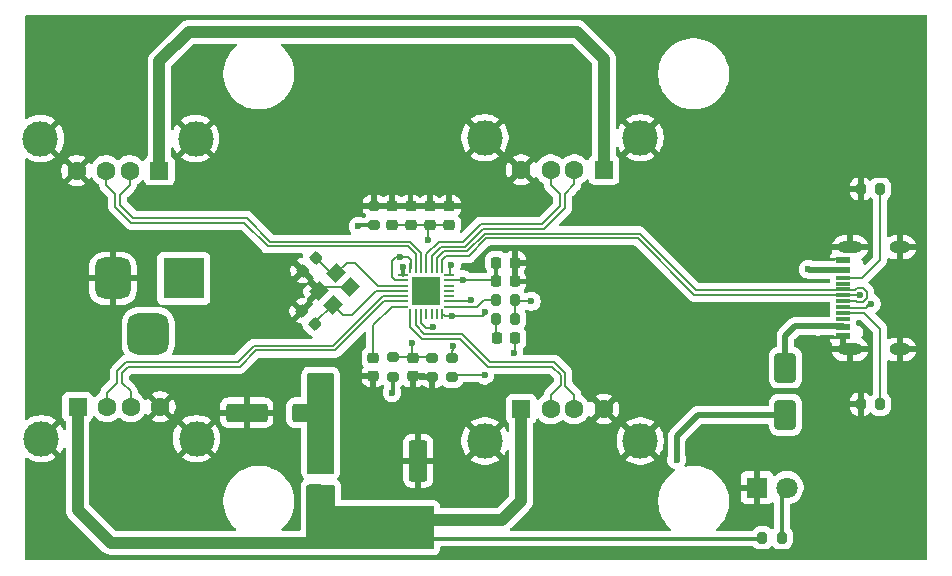
<source format=gbr>
%TF.GenerationSoftware,KiCad,Pcbnew,9.0.1-9.0.1-0~ubuntu22.04.1*%
%TF.CreationDate,2025-04-15T09:20:31+07:00*%
%TF.ProjectId,USB_HUB_4Port,5553425f-4855-4425-9f34-506f72742e6b,rev?*%
%TF.SameCoordinates,Original*%
%TF.FileFunction,Copper,L1,Top*%
%TF.FilePolarity,Positive*%
%FSLAX46Y46*%
G04 Gerber Fmt 4.6, Leading zero omitted, Abs format (unit mm)*
G04 Created by KiCad (PCBNEW 9.0.1-9.0.1-0~ubuntu22.04.1) date 2025-04-15 09:20:31*
%MOMM*%
%LPD*%
G01*
G04 APERTURE LIST*
G04 Aperture macros list*
%AMRoundRect*
0 Rectangle with rounded corners*
0 $1 Rounding radius*
0 $2 $3 $4 $5 $6 $7 $8 $9 X,Y pos of 4 corners*
0 Add a 4 corners polygon primitive as box body*
4,1,4,$2,$3,$4,$5,$6,$7,$8,$9,$2,$3,0*
0 Add four circle primitives for the rounded corners*
1,1,$1+$1,$2,$3*
1,1,$1+$1,$4,$5*
1,1,$1+$1,$6,$7*
1,1,$1+$1,$8,$9*
0 Add four rect primitives between the rounded corners*
20,1,$1+$1,$2,$3,$4,$5,0*
20,1,$1+$1,$4,$5,$6,$7,0*
20,1,$1+$1,$6,$7,$8,$9,0*
20,1,$1+$1,$8,$9,$2,$3,0*%
%AMRotRect*
0 Rectangle, with rotation*
0 The origin of the aperture is its center*
0 $1 length*
0 $2 width*
0 $3 Rotation angle, in degrees counterclockwise*
0 Add horizontal line*
21,1,$1,$2,0,0,$3*%
%AMFreePoly0*
4,1,14,0.318306,0.106694,0.381694,0.043306,0.400000,-0.000888,0.400000,-0.062500,0.381694,-0.106694,0.337500,-0.125000,-0.337500,-0.125000,-0.381694,-0.106694,-0.400000,-0.062500,-0.400000,0.062500,-0.381694,0.106694,-0.337500,0.125000,0.274112,0.125000,0.318306,0.106694,0.318306,0.106694,$1*%
%AMFreePoly1*
4,1,14,0.381694,0.106694,0.400000,0.062500,0.400000,0.000888,0.381694,-0.043306,0.318306,-0.106694,0.274112,-0.125000,-0.337500,-0.125000,-0.381694,-0.106694,-0.400000,-0.062500,-0.400000,0.062500,-0.381694,0.106694,-0.337500,0.125000,0.337500,0.125000,0.381694,0.106694,0.381694,0.106694,$1*%
%AMFreePoly2*
4,1,14,0.106694,0.381694,0.125000,0.337500,0.125000,-0.337500,0.106694,-0.381694,0.062500,-0.400000,-0.062500,-0.400000,-0.106694,-0.381694,-0.125000,-0.337500,-0.125000,0.274112,-0.106694,0.318306,-0.043306,0.381694,0.000888,0.400000,0.062500,0.400000,0.106694,0.381694,0.106694,0.381694,$1*%
%AMFreePoly3*
4,1,14,0.043306,0.381694,0.106694,0.318306,0.125000,0.274112,0.125000,-0.337500,0.106694,-0.381694,0.062500,-0.400000,-0.062500,-0.400000,-0.106694,-0.381694,-0.125000,-0.337500,-0.125000,0.337500,-0.106694,0.381694,-0.062500,0.400000,-0.000888,0.400000,0.043306,0.381694,0.043306,0.381694,$1*%
%AMFreePoly4*
4,1,14,0.381694,0.106694,0.400000,0.062500,0.400000,-0.062500,0.381694,-0.106694,0.337500,-0.125000,-0.274112,-0.125000,-0.318306,-0.106694,-0.381694,-0.043306,-0.400000,0.000888,-0.400000,0.062500,-0.381694,0.106694,-0.337500,0.125000,0.337500,0.125000,0.381694,0.106694,0.381694,0.106694,$1*%
%AMFreePoly5*
4,1,14,0.381694,0.106694,0.400000,0.062500,0.400000,-0.062500,0.381694,-0.106694,0.337500,-0.125000,-0.337500,-0.125000,-0.381694,-0.106694,-0.400000,-0.062500,-0.400000,-0.000888,-0.381694,0.043306,-0.318306,0.106694,-0.274112,0.125000,0.337500,0.125000,0.381694,0.106694,0.381694,0.106694,$1*%
%AMFreePoly6*
4,1,14,0.106694,0.381694,0.125000,0.337500,0.125000,-0.274112,0.106694,-0.318306,0.043306,-0.381694,-0.000888,-0.400000,-0.062500,-0.400000,-0.106694,-0.381694,-0.125000,-0.337500,-0.125000,0.337500,-0.106694,0.381694,-0.062500,0.400000,0.062500,0.400000,0.106694,0.381694,0.106694,0.381694,$1*%
%AMFreePoly7*
4,1,14,0.106694,0.381694,0.125000,0.337500,0.125000,-0.337500,0.106694,-0.381694,0.062500,-0.400000,0.000888,-0.400000,-0.043306,-0.381694,-0.106694,-0.318306,-0.125000,-0.274112,-0.125000,0.337500,-0.106694,0.381694,-0.062500,0.400000,0.062500,0.400000,0.106694,0.381694,0.106694,0.381694,$1*%
G04 Aperture macros list end*
%TA.AperFunction,SMDPad,CuDef*%
%ADD10RoundRect,0.200000X-0.200000X-0.275000X0.200000X-0.275000X0.200000X0.275000X-0.200000X0.275000X0*%
%TD*%
%TA.AperFunction,SMDPad,CuDef*%
%ADD11RoundRect,0.225000X-0.017678X0.335876X-0.335876X0.017678X0.017678X-0.335876X0.335876X-0.017678X0*%
%TD*%
%TA.AperFunction,SMDPad,CuDef*%
%ADD12RoundRect,0.225000X-0.250000X0.225000X-0.250000X-0.225000X0.250000X-0.225000X0.250000X0.225000X0*%
%TD*%
%TA.AperFunction,SMDPad,CuDef*%
%ADD13RoundRect,0.200000X0.200000X0.275000X-0.200000X0.275000X-0.200000X-0.275000X0.200000X-0.275000X0*%
%TD*%
%TA.AperFunction,SMDPad,CuDef*%
%ADD14RoundRect,0.225000X0.335876X0.017678X0.017678X0.335876X-0.335876X-0.017678X-0.017678X-0.335876X0*%
%TD*%
%TA.AperFunction,SMDPad,CuDef*%
%ADD15RoundRect,0.218750X0.218750X0.256250X-0.218750X0.256250X-0.218750X-0.256250X0.218750X-0.256250X0*%
%TD*%
%TA.AperFunction,SMDPad,CuDef*%
%ADD16RoundRect,0.225000X0.250000X-0.225000X0.250000X0.225000X-0.250000X0.225000X-0.250000X-0.225000X0*%
%TD*%
%TA.AperFunction,SMDPad,CuDef*%
%ADD17FreePoly0,270.000000*%
%TD*%
%TA.AperFunction,SMDPad,CuDef*%
%ADD18RoundRect,0.062500X-0.062500X0.337500X-0.062500X-0.337500X0.062500X-0.337500X0.062500X0.337500X0*%
%TD*%
%TA.AperFunction,SMDPad,CuDef*%
%ADD19FreePoly1,270.000000*%
%TD*%
%TA.AperFunction,SMDPad,CuDef*%
%ADD20FreePoly2,270.000000*%
%TD*%
%TA.AperFunction,SMDPad,CuDef*%
%ADD21RoundRect,0.062500X-0.337500X0.062500X-0.337500X-0.062500X0.337500X-0.062500X0.337500X0.062500X0*%
%TD*%
%TA.AperFunction,SMDPad,CuDef*%
%ADD22FreePoly3,270.000000*%
%TD*%
%TA.AperFunction,SMDPad,CuDef*%
%ADD23FreePoly4,270.000000*%
%TD*%
%TA.AperFunction,SMDPad,CuDef*%
%ADD24FreePoly5,270.000000*%
%TD*%
%TA.AperFunction,SMDPad,CuDef*%
%ADD25FreePoly6,270.000000*%
%TD*%
%TA.AperFunction,SMDPad,CuDef*%
%ADD26FreePoly7,270.000000*%
%TD*%
%TA.AperFunction,HeatsinkPad*%
%ADD27R,2.400000X2.400000*%
%TD*%
%TA.AperFunction,SMDPad,CuDef*%
%ADD28R,1.240000X0.600000*%
%TD*%
%TA.AperFunction,SMDPad,CuDef*%
%ADD29R,1.240000X0.300000*%
%TD*%
%TA.AperFunction,HeatsinkPad*%
%ADD30O,2.100000X1.000000*%
%TD*%
%TA.AperFunction,HeatsinkPad*%
%ADD31O,1.800000X1.000000*%
%TD*%
%TA.AperFunction,SMDPad,CuDef*%
%ADD32RoundRect,0.225000X-0.225000X-0.250000X0.225000X-0.250000X0.225000X0.250000X-0.225000X0.250000X0*%
%TD*%
%TA.AperFunction,ComponentPad*%
%ADD33R,1.600000X1.500000*%
%TD*%
%TA.AperFunction,ComponentPad*%
%ADD34C,1.600000*%
%TD*%
%TA.AperFunction,ComponentPad*%
%ADD35C,3.000000*%
%TD*%
%TA.AperFunction,ComponentPad*%
%ADD36R,3.500000X3.500000*%
%TD*%
%TA.AperFunction,ComponentPad*%
%ADD37RoundRect,0.750000X-0.750000X-1.000000X0.750000X-1.000000X0.750000X1.000000X-0.750000X1.000000X0*%
%TD*%
%TA.AperFunction,ComponentPad*%
%ADD38RoundRect,0.875000X-0.875000X-0.875000X0.875000X-0.875000X0.875000X0.875000X-0.875000X0.875000X0*%
%TD*%
%TA.AperFunction,SMDPad,CuDef*%
%ADD39RoundRect,0.200000X0.275000X-0.200000X0.275000X0.200000X-0.275000X0.200000X-0.275000X-0.200000X0*%
%TD*%
%TA.AperFunction,SMDPad,CuDef*%
%ADD40RoundRect,0.200000X-0.275000X0.200000X-0.275000X-0.200000X0.275000X-0.200000X0.275000X0.200000X0*%
%TD*%
%TA.AperFunction,SMDPad,CuDef*%
%ADD41RoundRect,0.250000X0.550000X-1.500000X0.550000X1.500000X-0.550000X1.500000X-0.550000X-1.500000X0*%
%TD*%
%TA.AperFunction,ComponentPad*%
%ADD42R,1.800000X1.800000*%
%TD*%
%TA.AperFunction,ComponentPad*%
%ADD43C,1.800000*%
%TD*%
%TA.AperFunction,SMDPad,CuDef*%
%ADD44RoundRect,0.250000X1.500000X0.550000X-1.500000X0.550000X-1.500000X-0.550000X1.500000X-0.550000X0*%
%TD*%
%TA.AperFunction,SMDPad,CuDef*%
%ADD45RoundRect,0.243750X-0.456250X0.243750X-0.456250X-0.243750X0.456250X-0.243750X0.456250X0.243750X0*%
%TD*%
%TA.AperFunction,SMDPad,CuDef*%
%ADD46RotRect,1.300000X1.100000X225.000000*%
%TD*%
%TA.AperFunction,SMDPad,CuDef*%
%ADD47RoundRect,0.250000X0.650000X-1.000000X0.650000X1.000000X-0.650000X1.000000X-0.650000X-1.000000X0*%
%TD*%
%TA.AperFunction,ViaPad*%
%ADD48C,0.600000*%
%TD*%
%TA.AperFunction,Conductor*%
%ADD49C,0.200000*%
%TD*%
%TA.AperFunction,Conductor*%
%ADD50C,0.300000*%
%TD*%
%TA.AperFunction,Conductor*%
%ADD51C,0.500000*%
%TD*%
%TA.AperFunction,Conductor*%
%ADD52C,1.000000*%
%TD*%
G04 APERTURE END LIST*
D10*
%TO.P,R6,1*%
%TO.N,Net-(U1-PSELF)*%
X88155000Y-146760000D03*
%TO.P,R6,2*%
%TO.N,+3.3V*%
X89805000Y-146760000D03*
%TD*%
D11*
%TO.P,C1,1*%
%TO.N,Net-(U1-X1)*%
X72888008Y-143141992D03*
%TO.P,C1,2*%
%TO.N,GND*%
X71791992Y-144238008D03*
%TD*%
D12*
%TO.P,C10,1*%
%TO.N,Net-(C10-Pad1)*%
X77760000Y-151620000D03*
%TO.P,C10,2*%
%TO.N,GND*%
X77760000Y-153170000D03*
%TD*%
D13*
%TO.P,R3,1*%
%TO.N,Net-(J1-CC2)*%
X120695000Y-137340000D03*
%TO.P,R3,2*%
%TO.N,GND*%
X119045000Y-137340000D03*
%TD*%
D14*
%TO.P,C2,1*%
%TO.N,Net-(U1-X2)*%
X72838008Y-148748008D03*
%TO.P,C2,2*%
%TO.N,GND*%
X71741992Y-147651992D03*
%TD*%
D15*
%TO.P,D2,1,K*%
%TO.N,Net-(D2-K)*%
X89805000Y-149990000D03*
%TO.P,D2,2,A*%
%TO.N,Net-(D2-A)*%
X88230000Y-149990000D03*
%TD*%
D16*
%TO.P,C3,1*%
%TO.N,+3.3V*%
X80930000Y-140355000D03*
%TO.P,C3,2*%
%TO.N,GND*%
X80930000Y-138805000D03*
%TD*%
%TO.P,C9,1*%
%TO.N,+3.3V*%
X82560000Y-140355000D03*
%TO.P,C9,2*%
%TO.N,GND*%
X82560000Y-138805000D03*
%TD*%
D17*
%TO.P,U1,1,DM0*%
%TO.N,Net-(U1-DM0)*%
X83620000Y-144010000D03*
D18*
%TO.P,U1,2,DP0*%
%TO.N,Net-(U1-DP0)*%
X83170000Y-144010000D03*
%TO.P,U1,3,DM1*%
%TO.N,D1-*%
X82720000Y-144010000D03*
%TO.P,U1,4,DP2*%
%TO.N,D1+*%
X82270000Y-144010000D03*
%TO.P,U1,5,DM2*%
%TO.N,D2-*%
X81820000Y-144010000D03*
%TO.P,U1,6,DP2*%
%TO.N,D2+*%
X81370000Y-144010000D03*
D19*
%TO.P,U1,7,AVDD*%
%TO.N,+3.3V*%
X80920000Y-144010000D03*
D20*
%TO.P,U1,8,RREF*%
%TO.N,Net-(U1-RREF)*%
X80320000Y-144610000D03*
D21*
%TO.P,U1,9,AVDD*%
%TO.N,+3.3V*%
X80320000Y-145060000D03*
%TO.P,U1,10,X1*%
%TO.N,Net-(U1-X1)*%
X80320000Y-145510000D03*
%TO.P,U1,11,X2*%
%TO.N,Net-(U1-X2)*%
X80320000Y-145960000D03*
%TO.P,U1,12,DM3*%
%TO.N,D3-*%
X80320000Y-146410000D03*
%TO.P,U1,13,DP3*%
%TO.N,D3+*%
X80320000Y-146860000D03*
D22*
%TO.P,U1,14,AVDD*%
%TO.N,Net-(C10-Pad1)*%
X80320000Y-147310000D03*
D23*
%TO.P,U1,15,DM4*%
%TO.N,D4-*%
X80920000Y-147910000D03*
D18*
%TO.P,U1,16,DP4*%
%TO.N,D4+*%
X81370000Y-147910000D03*
%TO.P,U1,17,RESET/*%
%TO.N,Net-(U1-RESET{slash})*%
X81820000Y-147910000D03*
%TO.P,U1,18,TEST/SCL*%
%TO.N,unconnected-(U1-TEST{slash}SCL-Pad18)*%
X82270000Y-147910000D03*
%TO.P,U1,19,OVCUR4#*%
%TO.N,OVC4*%
X82720000Y-147910000D03*
%TO.P,U1,20,OVCUR3#*%
%TO.N,OVC3*%
X83170000Y-147910000D03*
D24*
%TO.P,U1,21,DVDD*%
%TO.N,+3.3V*%
X83620000Y-147910000D03*
D25*
%TO.P,U1,22,PSELF*%
%TO.N,Net-(U1-PSELF)*%
X84220000Y-147310000D03*
D21*
%TO.P,U1,23,PGANG*%
%TO.N,Net-(D2-K)*%
X84220000Y-146860000D03*
%TO.P,U1,24,OVCUR2#*%
%TO.N,OVC2*%
X84220000Y-146410000D03*
%TO.P,U1,25,OVCUR1#*%
%TO.N,OVC1*%
X84220000Y-145960000D03*
%TO.P,U1,26,SDA*%
%TO.N,unconnected-(U1-SDA-Pad26)*%
X84220000Y-145510000D03*
%TO.P,U1,27,V5*%
%TO.N,VBUS*%
X84220000Y-145060000D03*
D26*
%TO.P,U1,28,V33*%
%TO.N,+3.3V*%
X84220000Y-144610000D03*
D27*
%TO.P,U1,29*%
%TO.N,N/C*%
X82270000Y-145960000D03*
%TD*%
D13*
%TO.P,R2,1*%
%TO.N,Net-(J1-CC1)*%
X120695000Y-155550000D03*
%TO.P,R2,2*%
%TO.N,GND*%
X119045000Y-155550000D03*
%TD*%
D28*
%TO.P,J1,A1,GND*%
%TO.N,GND*%
X117555000Y-149790000D03*
%TO.P,J1,A4,VBUS*%
%TO.N,VBUS*%
X117555000Y-148990000D03*
D29*
%TO.P,J1,A5,CC1*%
%TO.N,Net-(J1-CC1)*%
X117555000Y-147840000D03*
%TO.P,J1,A6,D+*%
%TO.N,Net-(U1-DP0)*%
X117555000Y-146840000D03*
%TO.P,J1,A7,D-*%
%TO.N,Net-(U1-DM0)*%
X117555000Y-146340000D03*
%TO.P,J1,A8,SBU1*%
%TO.N,unconnected-(J1-SBU1-PadA8)*%
X117555000Y-145340000D03*
D28*
%TO.P,J1,A9,VBUS*%
%TO.N,VBUS*%
X117555000Y-144190000D03*
%TO.P,J1,A12,GND*%
%TO.N,GND*%
X117555000Y-143390000D03*
%TO.P,J1,B1,GND*%
X117555000Y-143390000D03*
%TO.P,J1,B4,VBUS*%
%TO.N,VBUS*%
X117555000Y-144190000D03*
D29*
%TO.P,J1,B5,CC2*%
%TO.N,Net-(J1-CC2)*%
X117555000Y-144840000D03*
%TO.P,J1,B6,D+*%
%TO.N,Net-(U1-DP0)*%
X117555000Y-145840000D03*
%TO.P,J1,B7,D-*%
%TO.N,Net-(U1-DM0)*%
X117555000Y-147340000D03*
%TO.P,J1,B8,SBU2*%
%TO.N,unconnected-(J1-SBU2-PadB8)*%
X117555000Y-148340000D03*
D28*
%TO.P,J1,B9,VBUS*%
%TO.N,VBUS*%
X117555000Y-148990000D03*
%TO.P,J1,B12,GND*%
%TO.N,GND*%
X117555000Y-149790000D03*
D30*
%TO.P,J1,S1,SHIELD*%
X118155000Y-150910000D03*
D31*
X122355000Y-150910000D03*
D30*
X118155000Y-142270000D03*
D31*
X122355000Y-142270000D03*
%TD*%
D10*
%TO.P,R9,1*%
%TO.N,VBUS1*%
X110725000Y-166860000D03*
%TO.P,R9,2*%
%TO.N,Net-(D3-A)*%
X112375000Y-166860000D03*
%TD*%
D32*
%TO.P,C7,1*%
%TO.N,VBUS*%
X88205000Y-145165000D03*
%TO.P,C7,2*%
%TO.N,GND*%
X89755000Y-145165000D03*
%TD*%
D33*
%TO.P,J3,1,VBUS*%
%TO.N,VBUS1*%
X52740000Y-155770000D03*
D34*
%TO.P,J3,2,D-*%
%TO.N,D3-*%
X55240000Y-155770000D03*
%TO.P,J3,3,D+*%
%TO.N,D3+*%
X57240000Y-155770000D03*
%TO.P,J3,4,GND*%
%TO.N,GND*%
X59740000Y-155770000D03*
D35*
%TO.P,J3,5,Shield*%
X49670000Y-158480000D03*
X62810000Y-158480000D03*
%TD*%
D36*
%TO.P,J6,1*%
%TO.N,+5VP*%
X61730000Y-144910000D03*
D37*
%TO.P,J6,2*%
%TO.N,GND*%
X55730000Y-144910000D03*
D38*
%TO.P,J6,3*%
%TO.N,N/C*%
X58730000Y-149610000D03*
%TD*%
D10*
%TO.P,R8,1*%
%TO.N,Net-(D2-A)*%
X88162500Y-148355000D03*
%TO.P,R8,2*%
%TO.N,+3.3V*%
X89812500Y-148355000D03*
%TD*%
D33*
%TO.P,J5,1,VBUS*%
%TO.N,VBUS1*%
X97300000Y-135710000D03*
D34*
%TO.P,J5,2,D-*%
%TO.N,D1-*%
X94800000Y-135710000D03*
%TO.P,J5,3,D+*%
%TO.N,D1+*%
X92800000Y-135710000D03*
%TO.P,J5,4,GND*%
%TO.N,GND*%
X90300000Y-135710000D03*
D35*
%TO.P,J5,5,Shield*%
X100370000Y-133000000D03*
X87230000Y-133000000D03*
%TD*%
D39*
%TO.P,R4,1*%
%TO.N,VBUS*%
X79430000Y-153235000D03*
%TO.P,R4,2*%
%TO.N,Net-(U1-RESET{slash})*%
X79430000Y-151585000D03*
%TD*%
D33*
%TO.P,J2,1,VBUS*%
%TO.N,VBUS1*%
X90300000Y-155960000D03*
D34*
%TO.P,J2,2,D-*%
%TO.N,D4-*%
X92800000Y-155960000D03*
%TO.P,J2,3,D+*%
%TO.N,D4+*%
X94800000Y-155960000D03*
%TO.P,J2,4,GND*%
%TO.N,GND*%
X97300000Y-155960000D03*
D35*
%TO.P,J2,5,Shield*%
X87230000Y-158670000D03*
X100370000Y-158670000D03*
%TD*%
D16*
%TO.P,C5,1*%
%TO.N,+3.3V*%
X84200000Y-140355000D03*
%TO.P,C5,2*%
%TO.N,GND*%
X84200000Y-138805000D03*
%TD*%
D40*
%TO.P,R5,1*%
%TO.N,Net-(U1-RESET{slash})*%
X82770000Y-151625000D03*
%TO.P,R5,2*%
%TO.N,GND*%
X82770000Y-153275000D03*
%TD*%
D41*
%TO.P,C12,1*%
%TO.N,VBUS1*%
X81570000Y-165960000D03*
%TO.P,C12,2*%
%TO.N,GND*%
X81570000Y-160360000D03*
%TD*%
D42*
%TO.P,D3,1,K*%
%TO.N,GND*%
X110270000Y-162615000D03*
D43*
%TO.P,D3,2,A*%
%TO.N,Net-(D3-A)*%
X112810000Y-162615000D03*
%TD*%
D32*
%TO.P,C8,1*%
%TO.N,VBUS*%
X88205000Y-143570000D03*
%TO.P,C8,2*%
%TO.N,GND*%
X89755000Y-143570000D03*
%TD*%
D39*
%TO.P,R1,1*%
%TO.N,Net-(U1-RREF)*%
X77850000Y-140405000D03*
%TO.P,R1,2*%
%TO.N,GND*%
X77850000Y-138755000D03*
%TD*%
D33*
%TO.P,J4,1,VBUS*%
%TO.N,VBUS1*%
X59660000Y-135780000D03*
D34*
%TO.P,J4,2,D-*%
%TO.N,D2-*%
X57160000Y-135780000D03*
%TO.P,J4,3,D+*%
%TO.N,D2+*%
X55160000Y-135780000D03*
%TO.P,J4,4,GND*%
%TO.N,GND*%
X52660000Y-135780000D03*
D35*
%TO.P,J4,5,Shield*%
X62730000Y-133070000D03*
X49590000Y-133070000D03*
%TD*%
D16*
%TO.P,C4,1*%
%TO.N,+3.3V*%
X79390000Y-140355000D03*
%TO.P,C4,2*%
%TO.N,GND*%
X79390000Y-138805000D03*
%TD*%
D44*
%TO.P,C11,1*%
%TO.N,+5VP*%
X72660000Y-156280000D03*
%TO.P,C11,2*%
%TO.N,GND*%
X67060000Y-156280000D03*
%TD*%
D45*
%TO.P,F1,1*%
%TO.N,+5VP*%
X72840000Y-160982500D03*
%TO.P,F1,2*%
%TO.N,VBUS1*%
X72840000Y-162857500D03*
%TD*%
D39*
%TO.P,R7,1*%
%TO.N,Net-(D2-K)*%
X84440000Y-153265000D03*
%TO.P,R7,2*%
%TO.N,+3.3V*%
X84440000Y-151615000D03*
%TD*%
D12*
%TO.P,C6,1*%
%TO.N,Net-(U1-RESET{slash})*%
X81100000Y-151630000D03*
%TO.P,C6,2*%
%TO.N,GND*%
X81100000Y-153180000D03*
%TD*%
D46*
%TO.P,Y1,1,1*%
%TO.N,Net-(U1-X1)*%
X74659099Y-144464175D03*
%TO.P,Y1,2,2*%
%TO.N,GND*%
X73174175Y-145949099D03*
%TO.P,Y1,3,3*%
%TO.N,Net-(U1-X2)*%
X74340901Y-147115825D03*
%TO.P,Y1,4,4*%
%TO.N,GND*%
X75825825Y-145630901D03*
%TD*%
D47*
%TO.P,D1,1,K*%
%TO.N,+5VP*%
X112670000Y-156460000D03*
%TO.P,D1,2,A*%
%TO.N,VBUS*%
X112670000Y-152460000D03*
%TD*%
D48*
%TO.N,+3.3V*%
X91160000Y-146850000D03*
X84460000Y-148070000D03*
X84490000Y-150601000D03*
X82440000Y-141670000D03*
X84390000Y-143770000D03*
X87230000Y-147770000D03*
X80040000Y-143110000D03*
%TO.N,Net-(U1-RESET{slash})*%
X81080000Y-150360000D03*
X82840000Y-149000000D03*
%TO.N,VBUS*%
X79360000Y-154580000D03*
X85380000Y-145010000D03*
X114620000Y-144130000D03*
X115420000Y-148960000D03*
%TO.N,+5VP*%
X103450000Y-160240000D03*
X72830000Y-154500000D03*
X72830000Y-153500000D03*
X73830000Y-154500000D03*
X73830000Y-153500000D03*
%TO.N,Net-(U1-DM0)*%
X119946101Y-147061371D03*
X119000000Y-146309000D03*
%TO.N,Net-(U1-RREF)*%
X80270000Y-143930000D03*
X76520000Y-140480000D03*
%TO.N,Net-(D2-K)*%
X89680000Y-151220000D03*
X87200000Y-153090000D03*
X86030000Y-146710000D03*
%TD*%
D49*
%TO.N,Net-(U1-X1)*%
X75553274Y-143570000D02*
X74659099Y-144464175D01*
X80320000Y-145510000D02*
X78190000Y-145510000D01*
X76250000Y-143570000D02*
X75553274Y-143570000D01*
X78190000Y-145510000D02*
X76250000Y-143570000D01*
X72888008Y-143141992D02*
X74210191Y-144464175D01*
%TO.N,GND*%
X73174175Y-145949099D02*
X73492373Y-145630901D01*
X71791992Y-144238008D02*
X73174175Y-145620191D01*
X73174175Y-145949099D02*
X71741992Y-147381282D01*
X73492373Y-145630901D02*
X75825825Y-145630901D01*
%TO.N,Net-(U1-X2)*%
X75195076Y-147970000D02*
X74340901Y-147115825D01*
X80320000Y-145960000D02*
X77980000Y-145960000D01*
X75970000Y-147970000D02*
X75195076Y-147970000D01*
X77980000Y-145960000D02*
X75970000Y-147970000D01*
X74340901Y-147115825D02*
X72838008Y-148618718D01*
%TO.N,+3.3V*%
X91130000Y-146820000D02*
X89855000Y-146820000D01*
X89812500Y-146777500D02*
X89805000Y-146770000D01*
X80720000Y-143110000D02*
X79700000Y-143110000D01*
X79340000Y-143470000D02*
X79340000Y-144810000D01*
X84490000Y-150951000D02*
X84455000Y-150986000D01*
X79700000Y-143110000D02*
X79340000Y-143470000D01*
X84470000Y-148060000D02*
X84460000Y-148070000D01*
X79340000Y-144810000D02*
X79590000Y-145060000D01*
X79590000Y-145060000D02*
X80320000Y-145060000D01*
X80944000Y-143986000D02*
X80944000Y-143334000D01*
X84390000Y-143770000D02*
X84255000Y-143905000D01*
X87230000Y-147770000D02*
X87262974Y-147802974D01*
X87262974Y-147802974D02*
X87262974Y-147887761D01*
X84255000Y-144575000D02*
X84220000Y-144610000D01*
X89855000Y-146820000D02*
X89805000Y-146770000D01*
X84430000Y-148100000D02*
X83810000Y-148100000D01*
X84490000Y-150601000D02*
X84490000Y-150951000D01*
X87262974Y-147887761D02*
X87090735Y-148060000D01*
X83810000Y-148100000D02*
X83620000Y-147910000D01*
X79390000Y-140355000D02*
X84200000Y-140355000D01*
X91160000Y-146850000D02*
X91130000Y-146820000D01*
X84455000Y-150986000D02*
X84455000Y-151600000D01*
X82440000Y-140475000D02*
X82560000Y-140355000D01*
X84455000Y-151600000D02*
X84440000Y-151615000D01*
X84460000Y-148070000D02*
X84430000Y-148100000D01*
X80944000Y-143334000D02*
X80720000Y-143110000D01*
X87090735Y-148060000D02*
X84470000Y-148060000D01*
X84255000Y-143905000D02*
X84255000Y-144575000D01*
X82440000Y-141670000D02*
X82440000Y-140475000D01*
X80920000Y-144010000D02*
X80944000Y-143986000D01*
X89812500Y-148390000D02*
X89812500Y-146777500D01*
%TO.N,Net-(U1-RESET{slash})*%
X82840000Y-149000000D02*
X82840000Y-149061470D01*
X82840000Y-149061470D02*
X82785735Y-149115735D01*
X82785735Y-149115735D02*
X82215735Y-149115735D01*
X79410000Y-151585000D02*
X82720000Y-151585000D01*
X82720000Y-151585000D02*
X82760000Y-151625000D01*
X81080000Y-150360000D02*
X81080000Y-151630000D01*
X82215735Y-149115735D02*
X81820000Y-148720000D01*
X81820000Y-148720000D02*
X81820000Y-147910000D01*
%TO.N,VBUS*%
X85380000Y-145010000D02*
X85380000Y-145060000D01*
X85380000Y-145060000D02*
X88095000Y-145060000D01*
D50*
X79410000Y-154530000D02*
X79360000Y-154580000D01*
D49*
X88095000Y-145060000D02*
X88205000Y-145170000D01*
D51*
X115420000Y-148960000D02*
X113460000Y-148960000D01*
D50*
X79410000Y-153235000D02*
X79410000Y-154530000D01*
D51*
X117525000Y-148960000D02*
X117555000Y-148990000D01*
X113460000Y-148960000D02*
X112670000Y-149750000D01*
X115420000Y-148960000D02*
X117525000Y-148960000D01*
D50*
X88205000Y-145170000D02*
X88205000Y-143570000D01*
D51*
X114620000Y-144130000D02*
X114680000Y-144190000D01*
D49*
X84220000Y-145060000D02*
X85380000Y-145060000D01*
D51*
X112670000Y-149750000D02*
X112670000Y-152460000D01*
X114680000Y-144190000D02*
X117555000Y-144190000D01*
D49*
%TO.N,Net-(C10-Pad1)*%
X77760000Y-148870000D02*
X79320000Y-147310000D01*
X77760000Y-151620000D02*
X77760000Y-148870000D01*
X79320000Y-147310000D02*
X80320000Y-147310000D01*
D52*
%TO.N,+5VP*%
X72820000Y-160962500D02*
X72820000Y-156440000D01*
D51*
X105280000Y-156460000D02*
X112670000Y-156460000D01*
X103450000Y-160240000D02*
X103450000Y-158290000D01*
D52*
X72840000Y-160982500D02*
X72820000Y-160962500D01*
X72820000Y-156440000D02*
X72660000Y-156280000D01*
D51*
X103450000Y-158290000D02*
X105280000Y-156460000D01*
D52*
%TO.N,VBUS1*%
X90300000Y-155960000D02*
X90300000Y-163730000D01*
D50*
X110609000Y-166941000D02*
X82551000Y-166941000D01*
D52*
X55541000Y-167291000D02*
X80239000Y-167291000D01*
X82170000Y-165360000D02*
X81570000Y-165960000D01*
X52740000Y-164490000D02*
X55541000Y-167291000D01*
X88670000Y-165360000D02*
X82170000Y-165360000D01*
X90300000Y-163730000D02*
X88670000Y-165360000D01*
D50*
X110725000Y-166825000D02*
X110609000Y-166941000D01*
D52*
X97300000Y-135710000D02*
X97300000Y-126290000D01*
X97300000Y-126290000D02*
X95040000Y-124030000D01*
D50*
X110725000Y-166860000D02*
X110725000Y-166825000D01*
D52*
X59660000Y-126540000D02*
X59660000Y-135780000D01*
X62170000Y-124030000D02*
X59660000Y-126540000D01*
X52740000Y-155770000D02*
X52740000Y-164490000D01*
X95040000Y-124030000D02*
X62170000Y-124030000D01*
D50*
X82551000Y-166941000D02*
X81570000Y-165960000D01*
D49*
%TO.N,Net-(U1-DM0)*%
X83917000Y-143023000D02*
X85848300Y-143023000D01*
X119946101Y-147061371D02*
X119860584Y-147146888D01*
X119456100Y-147389000D02*
X117604000Y-147389000D01*
X119698212Y-147146888D02*
X119456100Y-147389000D01*
X83620000Y-143320000D02*
X83917000Y-143023000D01*
X117604000Y-147389000D02*
X117555000Y-147340000D01*
X117555000Y-146340000D02*
X118969000Y-146340000D01*
X118969000Y-146340000D02*
X119000000Y-146309000D01*
X119860584Y-147146888D02*
X119698212Y-147146888D01*
X83620000Y-144010000D02*
X83620000Y-143320000D01*
X85848300Y-143023000D02*
X87359300Y-141512000D01*
X87359300Y-141512000D02*
X100164900Y-141512000D01*
X117506000Y-146291000D02*
X117555000Y-146340000D01*
X100164900Y-141512000D02*
X104943900Y-146291000D01*
X104943900Y-146291000D02*
X117506000Y-146291000D01*
%TO.N,Net-(J1-CC1)*%
X119340000Y-147840000D02*
X120695000Y-149195000D01*
X117555000Y-147840000D02*
X119340000Y-147840000D01*
X120695000Y-149195000D02*
X120695000Y-155550000D01*
%TO.N,Net-(U1-DP0)*%
X117555000Y-145840000D02*
X117604000Y-145889000D01*
X85682200Y-142622000D02*
X87193200Y-141111000D01*
X83170000Y-144010000D02*
X83170000Y-143202900D01*
X118570057Y-145889000D02*
X118751057Y-145708000D01*
X119248943Y-145708000D02*
X119610000Y-146069057D01*
X83750900Y-142622000D02*
X85682200Y-142622000D01*
X118681057Y-146840000D02*
X117555000Y-146840000D01*
X117506000Y-145889000D02*
X117555000Y-145840000D01*
X83170000Y-143202900D02*
X83750900Y-142622000D01*
X117505000Y-145890000D02*
X117555000Y-145840000D01*
X100331000Y-141111000D02*
X105110000Y-145890000D01*
X118751057Y-146910000D02*
X118681057Y-146840000D01*
X119610000Y-146548943D02*
X119248943Y-146910000D01*
X117604000Y-145889000D02*
X118570057Y-145889000D01*
X118751057Y-145708000D02*
X119248943Y-145708000D01*
X105110000Y-145890000D02*
X117505000Y-145890000D01*
X119248943Y-146910000D02*
X118751057Y-146910000D01*
X119610000Y-146069057D02*
X119610000Y-146548943D01*
X87193200Y-141111000D02*
X100331000Y-141111000D01*
%TO.N,Net-(J1-CC2)*%
X119170000Y-144840000D02*
X120695000Y-143315000D01*
X117555000Y-144840000D02*
X119170000Y-144840000D01*
X120695000Y-143315000D02*
X120695000Y-137340000D01*
%TO.N,D4-*%
X93640000Y-153920000D02*
X93640000Y-153087100D01*
X81911000Y-150001000D02*
X80920000Y-149010000D01*
X87453900Y-152371000D02*
X85083900Y-150001000D01*
X92923900Y-152371000D02*
X87453900Y-152371000D01*
X92800000Y-155960000D02*
X92800000Y-154760000D01*
X80920000Y-149010000D02*
X80920000Y-147910000D01*
X92800000Y-154760000D02*
X93640000Y-153920000D01*
X85083900Y-150001000D02*
X81911000Y-150001000D01*
X93640000Y-153087100D02*
X92923900Y-152371000D01*
%TO.N,D4+*%
X94800000Y-154740000D02*
X94800000Y-155960000D01*
X81370000Y-148890000D02*
X82080000Y-149600000D01*
X82080000Y-149600000D02*
X85250000Y-149600000D01*
X85250000Y-149600000D02*
X87620000Y-151970000D01*
X93090000Y-151970000D02*
X94041000Y-152921000D01*
X94041000Y-153981000D02*
X94800000Y-154740000D01*
X81370000Y-147910000D02*
X81370000Y-148890000D01*
X94041000Y-152921000D02*
X94041000Y-153981000D01*
X87620000Y-151970000D02*
X93090000Y-151970000D01*
%TO.N,D3-*%
X56099000Y-152761000D02*
X56099000Y-153731000D01*
X78580000Y-146410000D02*
X74381000Y-150609000D01*
X74381000Y-150609000D02*
X67671000Y-150609000D01*
X55240000Y-154590000D02*
X55240000Y-155770000D01*
X56870000Y-151990000D02*
X56099000Y-152761000D01*
X66290000Y-151990000D02*
X56870000Y-151990000D01*
X56099000Y-153731000D02*
X55240000Y-154590000D01*
X80320000Y-146410000D02*
X78580000Y-146410000D01*
X67671000Y-150609000D02*
X66290000Y-151990000D01*
%TO.N,D3+*%
X56500000Y-153730000D02*
X56500000Y-152927100D01*
X78697100Y-146860000D02*
X80320000Y-146860000D01*
X57036100Y-152391000D02*
X66456100Y-152391000D01*
X56500000Y-152927100D02*
X57036100Y-152391000D01*
X57240000Y-155770000D02*
X57240000Y-154470000D01*
X74547100Y-151010000D02*
X78697100Y-146860000D01*
X57240000Y-154470000D02*
X56500000Y-153730000D01*
X67837100Y-151010000D02*
X74547100Y-151010000D01*
X66456100Y-152391000D02*
X67837100Y-151010000D01*
%TO.N,D2+*%
X81370000Y-142847100D02*
X81370000Y-144010000D01*
X68841000Y-142191000D02*
X80713900Y-142191000D01*
X57283900Y-140191000D02*
X66841000Y-140191000D01*
X55160000Y-135780000D02*
X55160000Y-137010000D01*
X80713900Y-142191000D02*
X81370000Y-142847100D01*
X66841000Y-140191000D02*
X68841000Y-142191000D01*
X55160000Y-137010000D02*
X55939000Y-137789000D01*
X81394000Y-144034000D02*
X81394000Y-144160000D01*
X55939000Y-138846100D02*
X57283900Y-140191000D01*
X55939000Y-137789000D02*
X55939000Y-138846100D01*
X81370000Y-144010000D02*
X81394000Y-144034000D01*
%TO.N,D2-*%
X57160000Y-136990000D02*
X57160000Y-135780000D01*
X81820000Y-144010000D02*
X81820000Y-142730000D01*
X81820000Y-142730000D02*
X80880000Y-141790000D01*
X80880000Y-141790000D02*
X69070000Y-141790000D01*
X57450000Y-139790000D02*
X56340000Y-138680000D01*
X56340000Y-138680000D02*
X56340000Y-137810000D01*
X69070000Y-141790000D02*
X67070000Y-139790000D01*
X56340000Y-137810000D02*
X57160000Y-136990000D01*
X67070000Y-139790000D02*
X57450000Y-139790000D01*
%TO.N,D1+*%
X86861000Y-140309000D02*
X85350000Y-141820000D01*
X93619000Y-137789000D02*
X93619000Y-138763900D01*
X85350000Y-141820000D02*
X83320000Y-141820000D01*
X92800000Y-136970000D02*
X93619000Y-137789000D01*
X83320000Y-141820000D02*
X82270000Y-142870000D01*
X93619000Y-138763900D02*
X92073900Y-140309000D01*
X82270000Y-142870000D02*
X82270000Y-144010000D01*
X92800000Y-135710000D02*
X92800000Y-136970000D01*
X92073900Y-140309000D02*
X86861000Y-140309000D01*
%TO.N,D1-*%
X94020000Y-138930000D02*
X94020000Y-137730000D01*
X94800000Y-136950000D02*
X94800000Y-135710000D01*
X87027100Y-140710000D02*
X92240000Y-140710000D01*
X82720000Y-144010000D02*
X82720000Y-142987100D01*
X83486100Y-142221000D02*
X85516100Y-142221000D01*
X94020000Y-137730000D02*
X94800000Y-136950000D01*
X82720000Y-142987100D02*
X83486100Y-142221000D01*
X85516100Y-142221000D02*
X87027100Y-140710000D01*
X92240000Y-140710000D02*
X94020000Y-138930000D01*
D50*
%TO.N,Net-(U1-RREF)*%
X76595000Y-140405000D02*
X76520000Y-140480000D01*
X80270000Y-143930000D02*
X80270000Y-144534000D01*
X77850000Y-140405000D02*
X76595000Y-140405000D01*
X80270000Y-144534000D02*
X80320000Y-144584000D01*
D49*
%TO.N,Net-(U1-PSELF)*%
X86570000Y-147310000D02*
X87110000Y-146770000D01*
X87110000Y-146770000D02*
X88155000Y-146770000D01*
X84220000Y-147310000D02*
X86570000Y-147310000D01*
%TO.N,Net-(D2-A)*%
X88162500Y-149922500D02*
X88230000Y-149990000D01*
X88162500Y-148390000D02*
X88162500Y-149922500D01*
%TO.N,Net-(D2-K)*%
X85880000Y-146860000D02*
X84220000Y-146860000D01*
X89805000Y-151095000D02*
X89805000Y-149990000D01*
X89680000Y-151220000D02*
X89805000Y-151095000D01*
X86030000Y-146710000D02*
X85880000Y-146860000D01*
X84615000Y-153090000D02*
X84440000Y-153265000D01*
X87200000Y-153090000D02*
X84615000Y-153090000D01*
D50*
%TO.N,Net-(D3-A)*%
X112375000Y-166860000D02*
X112375000Y-163050000D01*
X112375000Y-163050000D02*
X112810000Y-162615000D01*
%TD*%
%TA.AperFunction,Conductor*%
%TO.N,+5VP*%
G36*
X74373039Y-152909685D02*
G01*
X74418794Y-152962489D01*
X74430000Y-153014000D01*
X74430000Y-161336000D01*
X74410315Y-161403039D01*
X74357511Y-161448794D01*
X74306000Y-161460000D01*
X72314000Y-161460000D01*
X72246961Y-161440315D01*
X72201206Y-161387511D01*
X72190000Y-161336000D01*
X72190000Y-153014000D01*
X72209685Y-152946961D01*
X72262489Y-152901206D01*
X72314000Y-152890000D01*
X74306000Y-152890000D01*
X74373039Y-152909685D01*
G37*
%TD.AperFunction*%
%TD*%
%TA.AperFunction,Conductor*%
%TO.N,VBUS1*%
G36*
X74445677Y-162379685D02*
G01*
X74466319Y-162396319D01*
X74513681Y-162443681D01*
X74547166Y-162505004D01*
X74550000Y-162531362D01*
X74550000Y-164180000D01*
X82816000Y-164180000D01*
X82883039Y-164199685D01*
X82928794Y-164252489D01*
X82940000Y-164304000D01*
X82940000Y-167716000D01*
X82920315Y-167783039D01*
X82867511Y-167828794D01*
X82816000Y-167840000D01*
X72244000Y-167840000D01*
X72176961Y-167820315D01*
X72131206Y-167767511D01*
X72120000Y-167716000D01*
X72120000Y-162484000D01*
X72139685Y-162416961D01*
X72192489Y-162371206D01*
X72244000Y-162360000D01*
X74378638Y-162360000D01*
X74445677Y-162379685D01*
G37*
%TD.AperFunction*%
%TD*%
%TA.AperFunction,Conductor*%
%TO.N,GND*%
G36*
X124632539Y-122610185D02*
G01*
X124678294Y-122662989D01*
X124689500Y-122714500D01*
X124689500Y-168665500D01*
X124669815Y-168732539D01*
X124617011Y-168778294D01*
X124565500Y-168789500D01*
X48414500Y-168789500D01*
X48347461Y-168769815D01*
X48301706Y-168717011D01*
X48290500Y-168665500D01*
X48290500Y-160193863D01*
X48310185Y-160126824D01*
X48362989Y-160081069D01*
X48432147Y-160071125D01*
X48489987Y-160095488D01*
X48556470Y-160146503D01*
X48783517Y-160277590D01*
X48783528Y-160277595D01*
X49025744Y-160377924D01*
X49278979Y-160445777D01*
X49278990Y-160445779D01*
X49538905Y-160479999D01*
X49538920Y-160480000D01*
X49801080Y-160480000D01*
X49801094Y-160479999D01*
X50061009Y-160445779D01*
X50061020Y-160445777D01*
X50314255Y-160377924D01*
X50556471Y-160277595D01*
X50556482Y-160277590D01*
X50783516Y-160146511D01*
X50783534Y-160146499D01*
X50896365Y-160059919D01*
X50896365Y-160059917D01*
X50288534Y-159452086D01*
X50419175Y-159357171D01*
X50547171Y-159229175D01*
X50642086Y-159098534D01*
X51249917Y-159706365D01*
X51249919Y-159706365D01*
X51336499Y-159593534D01*
X51336511Y-159593516D01*
X51467590Y-159366482D01*
X51467598Y-159366466D01*
X51500939Y-159285974D01*
X51544780Y-159231570D01*
X51611074Y-159209505D01*
X51678773Y-159226784D01*
X51726384Y-159277921D01*
X51739500Y-159333426D01*
X51739500Y-164588544D01*
X51766090Y-164722220D01*
X51777946Y-164781828D01*
X51777949Y-164781837D01*
X51853364Y-164963907D01*
X51853371Y-164963920D01*
X51962860Y-165127781D01*
X51962863Y-165127785D01*
X52106537Y-165271459D01*
X52106559Y-165271479D01*
X54760735Y-167925655D01*
X54760764Y-167925686D01*
X54903214Y-168068136D01*
X54903218Y-168068139D01*
X55067079Y-168177628D01*
X55067092Y-168177635D01*
X55195833Y-168230961D01*
X55238744Y-168248735D01*
X55249164Y-168253051D01*
X55345812Y-168272275D01*
X55394135Y-168281887D01*
X55442458Y-168291500D01*
X55442459Y-168291500D01*
X55442460Y-168291500D01*
X55639540Y-168291500D01*
X71977265Y-168291500D01*
X72028777Y-168302705D01*
X72034541Y-168305338D01*
X72101580Y-168325023D01*
X72101584Y-168325024D01*
X72244000Y-168345500D01*
X72244003Y-168345500D01*
X82815990Y-168345500D01*
X82816000Y-168345500D01*
X82923456Y-168333947D01*
X82974967Y-168322741D01*
X83009197Y-168311347D01*
X83077497Y-168288616D01*
X83077501Y-168288613D01*
X83077504Y-168288613D01*
X83198543Y-168210825D01*
X83251347Y-168165070D01*
X83345567Y-168056336D01*
X83405338Y-167925459D01*
X83425023Y-167858420D01*
X83425024Y-167858416D01*
X83445500Y-167716000D01*
X83445500Y-167715500D01*
X83445547Y-167715339D01*
X83445816Y-167711580D01*
X83446633Y-167711638D01*
X83465185Y-167648461D01*
X83517989Y-167602706D01*
X83569500Y-167591500D01*
X109939481Y-167591500D01*
X110006520Y-167611185D01*
X110027157Y-167627814D01*
X110089815Y-167690472D01*
X110235394Y-167778478D01*
X110397804Y-167829086D01*
X110468384Y-167835500D01*
X110468387Y-167835500D01*
X110981613Y-167835500D01*
X110981616Y-167835500D01*
X111052196Y-167829086D01*
X111214606Y-167778478D01*
X111360185Y-167690472D01*
X111402196Y-167648461D01*
X111462319Y-167588339D01*
X111523642Y-167554854D01*
X111593334Y-167559838D01*
X111637681Y-167588339D01*
X111739811Y-167690469D01*
X111739813Y-167690470D01*
X111739815Y-167690472D01*
X111885394Y-167778478D01*
X112047804Y-167829086D01*
X112118384Y-167835500D01*
X112118387Y-167835500D01*
X112631613Y-167835500D01*
X112631616Y-167835500D01*
X112702196Y-167829086D01*
X112864606Y-167778478D01*
X113010185Y-167690472D01*
X113130472Y-167570185D01*
X113218478Y-167424606D01*
X113269086Y-167262196D01*
X113275500Y-167191616D01*
X113275500Y-166528384D01*
X113269086Y-166457804D01*
X113218478Y-166295394D01*
X113130472Y-166149815D01*
X113130470Y-166149813D01*
X113130469Y-166149811D01*
X113061819Y-166081161D01*
X113028334Y-166019838D01*
X113025500Y-165993480D01*
X113025500Y-164104731D01*
X113045185Y-164037692D01*
X113097989Y-163991937D01*
X113130098Y-163982258D01*
X113137951Y-163981015D01*
X113321251Y-163921458D01*
X113347603Y-163912896D01*
X113347606Y-163912895D01*
X113347842Y-163912775D01*
X113544022Y-163812815D01*
X113722365Y-163683242D01*
X113878242Y-163527365D01*
X114007815Y-163349022D01*
X114107895Y-163152606D01*
X114176015Y-162942951D01*
X114210500Y-162725222D01*
X114210500Y-162504778D01*
X114176015Y-162287049D01*
X114140947Y-162179119D01*
X114107896Y-162077396D01*
X114107895Y-162077393D01*
X114055257Y-161974087D01*
X114007815Y-161880978D01*
X113945190Y-161794781D01*
X113878247Y-161702641D01*
X113878243Y-161702636D01*
X113722363Y-161546756D01*
X113722358Y-161546752D01*
X113544025Y-161417187D01*
X113544024Y-161417186D01*
X113544022Y-161417185D01*
X113481096Y-161385122D01*
X113347606Y-161317104D01*
X113347603Y-161317103D01*
X113137952Y-161248985D01*
X113029086Y-161231742D01*
X112920222Y-161214500D01*
X112699778Y-161214500D01*
X112627201Y-161225995D01*
X112482047Y-161248985D01*
X112272396Y-161317103D01*
X112272393Y-161317104D01*
X112075974Y-161417187D01*
X111897641Y-161546752D01*
X111897636Y-161546756D01*
X111847075Y-161597317D01*
X111785752Y-161630801D01*
X111716060Y-161625816D01*
X111660127Y-161583945D01*
X111643213Y-161552968D01*
X111613354Y-161472913D01*
X111613350Y-161472906D01*
X111527190Y-161357812D01*
X111527187Y-161357809D01*
X111412093Y-161271649D01*
X111412086Y-161271645D01*
X111277379Y-161221403D01*
X111277372Y-161221401D01*
X111217844Y-161215000D01*
X110520000Y-161215000D01*
X110520000Y-162239722D01*
X110443694Y-162195667D01*
X110329244Y-162165000D01*
X110210756Y-162165000D01*
X110096306Y-162195667D01*
X110020000Y-162239722D01*
X110020000Y-161215000D01*
X109322155Y-161215000D01*
X109262627Y-161221401D01*
X109262620Y-161221403D01*
X109127913Y-161271645D01*
X109127906Y-161271649D01*
X109012812Y-161357809D01*
X109012809Y-161357812D01*
X108926649Y-161472906D01*
X108926645Y-161472913D01*
X108876403Y-161607620D01*
X108876401Y-161607627D01*
X108870000Y-161667155D01*
X108870000Y-162365000D01*
X109894722Y-162365000D01*
X109850667Y-162441306D01*
X109820000Y-162555756D01*
X109820000Y-162674244D01*
X109850667Y-162788694D01*
X109894722Y-162865000D01*
X108870000Y-162865000D01*
X108870000Y-163562844D01*
X108876401Y-163622372D01*
X108876403Y-163622379D01*
X108926645Y-163757086D01*
X108926649Y-163757093D01*
X109012809Y-163872187D01*
X109012812Y-163872190D01*
X109127906Y-163958350D01*
X109127913Y-163958354D01*
X109262620Y-164008596D01*
X109262627Y-164008598D01*
X109322155Y-164014999D01*
X109322172Y-164015000D01*
X110020000Y-164015000D01*
X110020000Y-162990277D01*
X110096306Y-163034333D01*
X110210756Y-163065000D01*
X110329244Y-163065000D01*
X110443694Y-163034333D01*
X110520000Y-162990277D01*
X110520000Y-164015000D01*
X111217828Y-164015000D01*
X111217844Y-164014999D01*
X111277372Y-164008598D01*
X111277379Y-164008596D01*
X111412086Y-163958354D01*
X111412089Y-163958352D01*
X111526188Y-163872937D01*
X111591652Y-163848519D01*
X111659925Y-163863370D01*
X111709331Y-163912775D01*
X111724500Y-163972203D01*
X111724500Y-165993480D01*
X111715855Y-166022920D01*
X111709332Y-166052907D01*
X111705577Y-166057922D01*
X111704815Y-166060519D01*
X111688181Y-166081161D01*
X111637681Y-166131661D01*
X111576358Y-166165146D01*
X111506666Y-166160162D01*
X111462319Y-166131661D01*
X111360188Y-166029530D01*
X111300554Y-165993480D01*
X111214606Y-165941522D01*
X111052196Y-165890914D01*
X111052194Y-165890913D01*
X111052192Y-165890913D01*
X111002778Y-165886423D01*
X110981616Y-165884500D01*
X110468384Y-165884500D01*
X110449145Y-165886248D01*
X110397807Y-165890913D01*
X110235393Y-165941522D01*
X110089813Y-166029529D01*
X109969525Y-166149818D01*
X109920661Y-166230650D01*
X109869133Y-166277837D01*
X109814544Y-166290500D01*
X106921273Y-166290500D01*
X106854234Y-166270815D01*
X106808479Y-166218011D01*
X106798535Y-166148853D01*
X106827560Y-166085297D01*
X106843960Y-166069553D01*
X106864833Y-166052907D01*
X106892523Y-166030825D01*
X107130825Y-165792523D01*
X107340946Y-165529039D01*
X107520246Y-165243686D01*
X107666469Y-164940051D01*
X107777776Y-164621954D01*
X107852767Y-164293394D01*
X107890500Y-163958504D01*
X107890500Y-163621496D01*
X107852767Y-163286606D01*
X107777776Y-162958046D01*
X107777772Y-162958034D01*
X107741577Y-162854593D01*
X107678469Y-162674244D01*
X107666469Y-162639949D01*
X107520246Y-162336314D01*
X107340946Y-162050961D01*
X107130825Y-161787477D01*
X106892523Y-161549175D01*
X106887863Y-161545459D01*
X106727012Y-161417185D01*
X106629039Y-161339054D01*
X106343686Y-161159754D01*
X106343683Y-161159752D01*
X106040054Y-161013532D01*
X105721965Y-160902227D01*
X105721953Y-160902223D01*
X105393397Y-160827233D01*
X105393381Y-160827231D01*
X105058508Y-160789500D01*
X105058504Y-160789500D01*
X104721496Y-160789500D01*
X104721491Y-160789500D01*
X104386618Y-160827231D01*
X104386601Y-160827233D01*
X104258314Y-160856514D01*
X104188575Y-160852240D01*
X104132218Y-160810942D01*
X104107135Y-160745729D01*
X104121290Y-160677309D01*
X104127613Y-160666741D01*
X104159394Y-160619179D01*
X104219737Y-160473497D01*
X104250500Y-160318842D01*
X104250500Y-160161158D01*
X104250500Y-160161155D01*
X104250499Y-160161153D01*
X104219739Y-160006511D01*
X104219738Y-160006508D01*
X104219737Y-160006503D01*
X104209937Y-159982844D01*
X104200500Y-159935396D01*
X104200500Y-158652230D01*
X104220185Y-158585191D01*
X104236819Y-158564549D01*
X105554549Y-157246819D01*
X105615872Y-157213334D01*
X105642230Y-157210500D01*
X111145501Y-157210500D01*
X111212540Y-157230185D01*
X111258295Y-157282989D01*
X111269501Y-157334500D01*
X111269501Y-157510018D01*
X111280000Y-157612796D01*
X111280001Y-157612799D01*
X111321942Y-157739367D01*
X111335186Y-157779334D01*
X111427288Y-157928656D01*
X111551344Y-158052712D01*
X111700666Y-158144814D01*
X111867203Y-158199999D01*
X111969991Y-158210500D01*
X113370008Y-158210499D01*
X113472797Y-158199999D01*
X113639334Y-158144814D01*
X113788656Y-158052712D01*
X113912712Y-157928656D01*
X114004814Y-157779334D01*
X114059999Y-157612797D01*
X114070500Y-157510009D01*
X114070499Y-155881582D01*
X118145001Y-155881582D01*
X118151408Y-155952102D01*
X118151409Y-155952107D01*
X118201981Y-156114396D01*
X118289927Y-156259877D01*
X118410122Y-156380072D01*
X118555604Y-156468019D01*
X118555603Y-156468019D01*
X118717894Y-156518590D01*
X118717893Y-156518590D01*
X118788408Y-156524998D01*
X118788426Y-156524999D01*
X118794999Y-156524998D01*
X118795000Y-156524998D01*
X118795000Y-155800000D01*
X118145001Y-155800000D01*
X118145001Y-155881582D01*
X114070499Y-155881582D01*
X114070499Y-155409992D01*
X114059999Y-155307203D01*
X114030581Y-155218427D01*
X118145000Y-155218427D01*
X118145000Y-155300000D01*
X118795000Y-155300000D01*
X118795000Y-154575000D01*
X118794999Y-154574999D01*
X118788436Y-154575000D01*
X118788417Y-154575001D01*
X118717897Y-154581408D01*
X118717892Y-154581409D01*
X118555603Y-154631981D01*
X118410122Y-154719927D01*
X118289927Y-154840122D01*
X118201980Y-154985604D01*
X118151409Y-155147893D01*
X118145000Y-155218427D01*
X114030581Y-155218427D01*
X114004814Y-155140666D01*
X113912712Y-154991344D01*
X113788656Y-154867288D01*
X113668058Y-154792903D01*
X113639336Y-154775187D01*
X113639331Y-154775185D01*
X113612222Y-154766202D01*
X113472797Y-154720001D01*
X113472795Y-154720000D01*
X113370010Y-154709500D01*
X111969998Y-154709500D01*
X111969981Y-154709501D01*
X111867203Y-154720000D01*
X111867200Y-154720001D01*
X111700668Y-154775185D01*
X111700663Y-154775187D01*
X111551342Y-154867289D01*
X111427289Y-154991342D01*
X111335187Y-155140663D01*
X111335185Y-155140668D01*
X111307349Y-155224670D01*
X111280001Y-155307203D01*
X111280001Y-155307204D01*
X111280000Y-155307204D01*
X111269500Y-155409983D01*
X111269500Y-155585500D01*
X111249815Y-155652539D01*
X111197011Y-155698294D01*
X111145500Y-155709500D01*
X105206080Y-155709500D01*
X105061092Y-155738340D01*
X105061086Y-155738342D01*
X104924508Y-155794914D01*
X104924496Y-155794921D01*
X104875269Y-155827813D01*
X104801588Y-155877044D01*
X104801580Y-155877050D01*
X102867050Y-157811580D01*
X102867044Y-157811588D01*
X102817812Y-157885268D01*
X102817813Y-157885269D01*
X102784921Y-157934496D01*
X102784914Y-157934508D01*
X102728342Y-158071086D01*
X102728340Y-158071092D01*
X102699500Y-158216079D01*
X102699500Y-159935396D01*
X102690062Y-159982844D01*
X102680263Y-160006503D01*
X102680262Y-160006506D01*
X102680260Y-160006511D01*
X102649500Y-160161153D01*
X102649500Y-160318846D01*
X102680261Y-160473489D01*
X102680264Y-160473501D01*
X102740602Y-160619172D01*
X102740609Y-160619185D01*
X102828210Y-160750288D01*
X102828213Y-160750292D01*
X102939707Y-160861786D01*
X102939711Y-160861789D01*
X103070814Y-160949390D01*
X103070827Y-160949397D01*
X103216498Y-161009735D01*
X103216503Y-161009737D01*
X103234987Y-161013413D01*
X103259137Y-161018218D01*
X103321048Y-161050603D01*
X103355622Y-161111319D01*
X103351883Y-161181088D01*
X103311016Y-161237760D01*
X103300918Y-161244829D01*
X103150962Y-161339053D01*
X102887477Y-161549174D01*
X102649174Y-161787477D01*
X102439053Y-162050962D01*
X102259752Y-162336316D01*
X102113532Y-162639945D01*
X102002227Y-162958034D01*
X102002223Y-162958046D01*
X101927233Y-163286602D01*
X101927231Y-163286618D01*
X101889500Y-163621491D01*
X101889500Y-163958504D01*
X101927231Y-164293381D01*
X101927233Y-164293397D01*
X102002223Y-164621953D01*
X102002227Y-164621965D01*
X102113532Y-164940054D01*
X102259752Y-165243683D01*
X102274492Y-165267141D01*
X102439054Y-165529039D01*
X102562142Y-165683387D01*
X102649174Y-165792522D01*
X102887477Y-166030825D01*
X102936040Y-166069553D01*
X102976180Y-166126742D01*
X102979030Y-166196553D01*
X102943684Y-166256823D01*
X102881365Y-166288416D01*
X102858727Y-166290500D01*
X89453784Y-166290500D01*
X89432540Y-166284262D01*
X89410453Y-166282683D01*
X89399667Y-166274609D01*
X89386745Y-166270815D01*
X89372247Y-166254083D01*
X89354519Y-166240813D01*
X89349810Y-166228190D01*
X89340990Y-166218011D01*
X89337838Y-166196095D01*
X89330100Y-166175349D01*
X89332963Y-166162185D01*
X89331046Y-166148853D01*
X89340243Y-166128712D01*
X89344950Y-166107076D01*
X89358221Y-166089346D01*
X89360071Y-166085297D01*
X89366101Y-166078821D01*
X89366102Y-166078819D01*
X89392014Y-166052907D01*
X89447139Y-165997782D01*
X89447141Y-165997778D01*
X90937778Y-164507141D01*
X90937782Y-164507139D01*
X91077139Y-164367782D01*
X91186632Y-164203914D01*
X91189689Y-164196535D01*
X91250146Y-164050576D01*
X91262051Y-164021835D01*
X91274649Y-163958504D01*
X91282018Y-163921457D01*
X91300500Y-163828541D01*
X91300500Y-158538905D01*
X98370000Y-158538905D01*
X98370000Y-158801094D01*
X98404220Y-159061009D01*
X98404222Y-159061020D01*
X98472075Y-159314255D01*
X98572404Y-159556471D01*
X98572409Y-159556482D01*
X98703488Y-159783516D01*
X98703494Y-159783524D01*
X98790080Y-159896365D01*
X99397912Y-159288532D01*
X99492829Y-159419175D01*
X99620825Y-159547171D01*
X99751465Y-159642086D01*
X99143633Y-160249917D01*
X99143633Y-160249918D01*
X99256475Y-160336505D01*
X99256483Y-160336511D01*
X99483517Y-160467590D01*
X99483528Y-160467595D01*
X99725744Y-160567924D01*
X99978979Y-160635777D01*
X99978990Y-160635779D01*
X100238905Y-160669999D01*
X100238920Y-160670000D01*
X100501080Y-160670000D01*
X100501094Y-160669999D01*
X100761009Y-160635779D01*
X100761020Y-160635777D01*
X101014255Y-160567924D01*
X101256471Y-160467595D01*
X101256482Y-160467590D01*
X101483516Y-160336511D01*
X101483534Y-160336499D01*
X101596365Y-160249919D01*
X101596365Y-160249917D01*
X100988534Y-159642086D01*
X101119175Y-159547171D01*
X101247171Y-159419175D01*
X101342086Y-159288534D01*
X101949917Y-159896365D01*
X101949919Y-159896365D01*
X102036499Y-159783534D01*
X102036511Y-159783516D01*
X102167590Y-159556482D01*
X102167595Y-159556471D01*
X102267924Y-159314255D01*
X102335777Y-159061020D01*
X102335779Y-159061009D01*
X102369999Y-158801094D01*
X102370000Y-158801080D01*
X102370000Y-158538919D01*
X102369999Y-158538905D01*
X102335779Y-158278990D01*
X102335777Y-158278979D01*
X102267924Y-158025744D01*
X102167595Y-157783528D01*
X102167590Y-157783517D01*
X102036511Y-157556483D01*
X102036505Y-157556475D01*
X101949918Y-157443633D01*
X101949917Y-157443633D01*
X101342085Y-158051465D01*
X101247171Y-157920825D01*
X101119175Y-157792829D01*
X100988532Y-157697912D01*
X101596365Y-157090080D01*
X101483524Y-157003494D01*
X101483516Y-157003488D01*
X101256482Y-156872409D01*
X101256471Y-156872404D01*
X101014255Y-156772075D01*
X100761020Y-156704222D01*
X100761009Y-156704220D01*
X100501094Y-156670000D01*
X100238905Y-156670000D01*
X99978990Y-156704220D01*
X99978979Y-156704222D01*
X99725744Y-156772075D01*
X99483528Y-156872404D01*
X99483517Y-156872409D01*
X99256471Y-157003496D01*
X99143633Y-157090079D01*
X99143633Y-157090080D01*
X99751466Y-157697913D01*
X99620825Y-157792829D01*
X99492829Y-157920825D01*
X99397913Y-158051466D01*
X98790080Y-157443633D01*
X98790079Y-157443633D01*
X98703496Y-157556471D01*
X98572409Y-157783517D01*
X98572404Y-157783528D01*
X98472075Y-158025744D01*
X98404222Y-158278979D01*
X98404220Y-158278990D01*
X98370000Y-158538905D01*
X91300500Y-158538905D01*
X91300500Y-157247180D01*
X91320185Y-157180141D01*
X91350187Y-157147914D01*
X91457546Y-157067546D01*
X91543796Y-156952331D01*
X91588470Y-156832553D01*
X91630339Y-156776621D01*
X91695803Y-156752203D01*
X91764076Y-156767054D01*
X91804968Y-156803001D01*
X91808026Y-156807210D01*
X91808032Y-156807217D01*
X91952786Y-156951971D01*
X92097597Y-157057180D01*
X92118390Y-157072287D01*
X92234607Y-157131503D01*
X92300776Y-157165218D01*
X92300778Y-157165218D01*
X92300781Y-157165220D01*
X92405137Y-157199127D01*
X92495465Y-157228477D01*
X92596557Y-157244488D01*
X92697648Y-157260500D01*
X92697649Y-157260500D01*
X92902351Y-157260500D01*
X92902352Y-157260500D01*
X93104534Y-157228477D01*
X93299219Y-157165220D01*
X93481610Y-157072287D01*
X93604781Y-156982799D01*
X93647213Y-156951971D01*
X93647215Y-156951968D01*
X93647219Y-156951966D01*
X93712319Y-156886866D01*
X93773642Y-156853381D01*
X93843334Y-156858365D01*
X93887681Y-156886866D01*
X93952786Y-156951971D01*
X94097597Y-157057180D01*
X94118390Y-157072287D01*
X94234607Y-157131503D01*
X94300776Y-157165218D01*
X94300778Y-157165218D01*
X94300781Y-157165220D01*
X94405137Y-157199127D01*
X94495465Y-157228477D01*
X94596557Y-157244488D01*
X94697648Y-157260500D01*
X94697649Y-157260500D01*
X94902351Y-157260500D01*
X94902352Y-157260500D01*
X95104534Y-157228477D01*
X95299219Y-157165220D01*
X95481610Y-157072287D01*
X95604781Y-156982799D01*
X95647213Y-156951971D01*
X95647215Y-156951968D01*
X95647219Y-156951966D01*
X95791966Y-156807219D01*
X95791968Y-156807215D01*
X95791971Y-156807213D01*
X95891661Y-156670000D01*
X95912287Y-156641610D01*
X95939795Y-156587621D01*
X95987769Y-156536826D01*
X96055589Y-156520030D01*
X96121725Y-156542567D01*
X96160765Y-156587621D01*
X96188141Y-156641350D01*
X96188147Y-156641359D01*
X96220523Y-156685921D01*
X96220524Y-156685922D01*
X96837449Y-156068997D01*
X96857370Y-156143343D01*
X96919905Y-156251657D01*
X97008343Y-156340095D01*
X97116657Y-156402630D01*
X97191002Y-156422550D01*
X96574076Y-157039474D01*
X96618650Y-157071859D01*
X96800968Y-157164755D01*
X96995582Y-157227990D01*
X97197683Y-157260000D01*
X97402317Y-157260000D01*
X97604417Y-157227990D01*
X97799031Y-157164755D01*
X97981351Y-157071858D01*
X97981353Y-157071857D01*
X98025921Y-157039475D01*
X98025921Y-157039474D01*
X97408997Y-156422550D01*
X97483343Y-156402630D01*
X97591657Y-156340095D01*
X97680095Y-156251657D01*
X97742630Y-156143343D01*
X97762550Y-156068997D01*
X98379474Y-156685921D01*
X98411859Y-156641349D01*
X98504755Y-156459031D01*
X98567990Y-156264417D01*
X98600000Y-156062317D01*
X98600000Y-155857682D01*
X98567990Y-155655582D01*
X98504755Y-155460968D01*
X98411859Y-155278650D01*
X98379474Y-155234077D01*
X98379474Y-155234076D01*
X97762550Y-155851001D01*
X97742630Y-155776657D01*
X97680095Y-155668343D01*
X97591657Y-155579905D01*
X97483343Y-155517370D01*
X97408996Y-155497449D01*
X98025922Y-154880524D01*
X98025921Y-154880523D01*
X97981359Y-154848147D01*
X97981350Y-154848141D01*
X97799031Y-154755244D01*
X97604417Y-154692009D01*
X97402317Y-154660000D01*
X97197683Y-154660000D01*
X96995582Y-154692009D01*
X96800968Y-154755244D01*
X96618644Y-154848143D01*
X96574077Y-154880523D01*
X96574077Y-154880524D01*
X97191003Y-155497449D01*
X97116657Y-155517370D01*
X97008343Y-155579905D01*
X96919905Y-155668343D01*
X96857370Y-155776657D01*
X96837449Y-155851002D01*
X96220524Y-155234077D01*
X96220523Y-155234077D01*
X96188143Y-155278644D01*
X96160765Y-155332378D01*
X96112790Y-155383174D01*
X96044969Y-155399969D01*
X95978834Y-155377431D01*
X95939795Y-155332378D01*
X95912287Y-155278390D01*
X95912285Y-155278387D01*
X95912284Y-155278385D01*
X95791971Y-155112786D01*
X95647213Y-154968028D01*
X95481610Y-154847712D01*
X95468200Y-154840879D01*
X95417406Y-154792903D01*
X95400500Y-154730397D01*
X95400500Y-154660945D01*
X95400500Y-154660943D01*
X95364318Y-154525909D01*
X95359577Y-154508215D01*
X95330639Y-154458095D01*
X95280520Y-154371284D01*
X95168716Y-154259480D01*
X95168715Y-154259479D01*
X95164385Y-154255149D01*
X95164374Y-154255139D01*
X94677819Y-153768584D01*
X94644334Y-153707261D01*
X94641500Y-153680903D01*
X94641500Y-152841945D01*
X94641500Y-152841943D01*
X94623668Y-152775394D01*
X94600577Y-152689215D01*
X94562223Y-152622784D01*
X94521520Y-152552284D01*
X94409716Y-152440480D01*
X94409715Y-152440479D01*
X94405385Y-152436149D01*
X94405374Y-152436139D01*
X93577590Y-151608355D01*
X93577588Y-151608352D01*
X93458717Y-151489481D01*
X93458716Y-151489480D01*
X93371904Y-151439360D01*
X93371904Y-151439359D01*
X93371900Y-151439358D01*
X93321785Y-151410423D01*
X93169057Y-151369499D01*
X93010943Y-151369499D01*
X93003347Y-151369499D01*
X93003331Y-151369500D01*
X90604500Y-151369500D01*
X90537461Y-151349815D01*
X90491706Y-151297011D01*
X90480500Y-151245500D01*
X90480500Y-151141155D01*
X90480499Y-151141153D01*
X90449739Y-150986511D01*
X90449738Y-150986509D01*
X90449737Y-150986503D01*
X90437577Y-150957146D01*
X90430109Y-150887683D01*
X90461383Y-150825203D01*
X90468925Y-150818246D01*
X90472888Y-150814282D01*
X90472891Y-150814281D01*
X90591781Y-150695391D01*
X90680049Y-150552287D01*
X90732936Y-150392685D01*
X90743000Y-150294174D01*
X90743000Y-149685826D01*
X90732936Y-149587315D01*
X90680049Y-149427713D01*
X90680045Y-149427707D01*
X90680044Y-149427704D01*
X90591783Y-149284612D01*
X90591780Y-149284607D01*
X90557845Y-149250672D01*
X90524360Y-149189349D01*
X90529346Y-149119657D01*
X90557849Y-149075308D01*
X90567969Y-149065188D01*
X90567969Y-149065187D01*
X90567972Y-149065185D01*
X90655978Y-148919606D01*
X90706586Y-148757196D01*
X90713000Y-148686616D01*
X90713000Y-148023384D01*
X90706586Y-147952804D01*
X90655978Y-147790394D01*
X90623403Y-147736509D01*
X90605568Y-147668956D01*
X90627086Y-147602483D01*
X90681126Y-147558195D01*
X90750531Y-147550154D01*
X90776974Y-147557800D01*
X90780818Y-147559392D01*
X90780821Y-147559394D01*
X90926503Y-147619737D01*
X91052578Y-147644815D01*
X91081153Y-147650499D01*
X91081156Y-147650500D01*
X91081158Y-147650500D01*
X91238844Y-147650500D01*
X91238845Y-147650499D01*
X91393497Y-147619737D01*
X91539179Y-147559394D01*
X91670289Y-147471789D01*
X91781789Y-147360289D01*
X91869394Y-147229179D01*
X91929737Y-147083497D01*
X91960500Y-146928842D01*
X91960500Y-146771158D01*
X91960500Y-146771155D01*
X91960499Y-146771153D01*
X91959295Y-146765099D01*
X91929737Y-146616503D01*
X91921900Y-146597583D01*
X91869397Y-146470827D01*
X91869390Y-146470814D01*
X91781789Y-146339711D01*
X91781786Y-146339707D01*
X91670292Y-146228213D01*
X91670288Y-146228210D01*
X91539185Y-146140609D01*
X91539172Y-146140602D01*
X91393501Y-146080264D01*
X91393489Y-146080261D01*
X91238845Y-146049500D01*
X91238842Y-146049500D01*
X91081158Y-146049500D01*
X91081155Y-146049500D01*
X90926510Y-146080261D01*
X90926498Y-146080264D01*
X90780827Y-146140602D01*
X90780818Y-146140607D01*
X90770844Y-146147272D01*
X90762850Y-146149774D01*
X90756683Y-146155437D01*
X90730005Y-146160057D01*
X90704166Y-146168148D01*
X90696090Y-146165932D01*
X90687838Y-146167362D01*
X90662895Y-146156825D01*
X90636786Y-146149662D01*
X90629519Y-146142726D01*
X90623476Y-146140173D01*
X90607240Y-146121460D01*
X90599607Y-146114174D01*
X90597640Y-146111299D01*
X90560472Y-146049815D01*
X90545008Y-146034351D01*
X90538495Y-146024829D01*
X90531115Y-146002129D01*
X90519677Y-145981181D01*
X90520511Y-145969510D01*
X90516894Y-145958382D01*
X90522958Y-145935296D01*
X90524661Y-145911489D01*
X90532358Y-145899512D01*
X90534646Y-145890805D01*
X90542719Y-145883393D01*
X90548791Y-145873945D01*
X90548095Y-145873395D01*
X90552575Y-145867728D01*
X90641542Y-145723492D01*
X90641547Y-145723481D01*
X90694855Y-145562606D01*
X90704999Y-145463322D01*
X90705000Y-145463309D01*
X90705000Y-145415000D01*
X89879000Y-145415000D01*
X89811961Y-145395315D01*
X89766206Y-145342511D01*
X89755000Y-145291000D01*
X89755000Y-145165000D01*
X89629000Y-145165000D01*
X89561961Y-145145315D01*
X89516206Y-145092511D01*
X89505000Y-145041000D01*
X89505000Y-144915000D01*
X90005000Y-144915000D01*
X90704999Y-144915000D01*
X90704999Y-144866692D01*
X90704998Y-144866677D01*
X90694855Y-144767392D01*
X90641547Y-144606518D01*
X90641542Y-144606507D01*
X90552575Y-144462271D01*
X90552572Y-144462267D01*
X90545486Y-144455181D01*
X90512001Y-144393858D01*
X90516985Y-144324166D01*
X90545486Y-144279819D01*
X90552572Y-144272732D01*
X90552575Y-144272728D01*
X90641542Y-144128492D01*
X90641547Y-144128481D01*
X90694855Y-143967606D01*
X90704999Y-143868322D01*
X90705000Y-143868309D01*
X90705000Y-143820000D01*
X90005000Y-143820000D01*
X90005000Y-144915000D01*
X89505000Y-144915000D01*
X89505000Y-143320000D01*
X90005000Y-143320000D01*
X90704999Y-143320000D01*
X90704999Y-143271692D01*
X90704998Y-143271677D01*
X90694855Y-143172392D01*
X90641547Y-143011518D01*
X90641542Y-143011507D01*
X90552575Y-142867271D01*
X90552572Y-142867267D01*
X90432732Y-142747427D01*
X90432728Y-142747424D01*
X90288492Y-142658457D01*
X90288481Y-142658452D01*
X90127606Y-142605144D01*
X90028322Y-142595000D01*
X90005000Y-142595000D01*
X90005000Y-143320000D01*
X89505000Y-143320000D01*
X89505000Y-142594999D01*
X89481693Y-142595000D01*
X89481674Y-142595001D01*
X89382392Y-142605144D01*
X89221518Y-142658452D01*
X89221507Y-142658457D01*
X89077271Y-142747424D01*
X89077265Y-142747428D01*
X89068031Y-142756663D01*
X89006707Y-142790146D01*
X88937015Y-142785159D01*
X88892672Y-142756660D01*
X88883044Y-142747032D01*
X88883040Y-142747029D01*
X88738705Y-142658001D01*
X88738699Y-142657998D01*
X88738697Y-142657997D01*
X88738694Y-142657996D01*
X88577709Y-142604651D01*
X88478346Y-142594500D01*
X87931662Y-142594500D01*
X87931644Y-142594501D01*
X87832292Y-142604650D01*
X87832289Y-142604651D01*
X87671305Y-142657996D01*
X87671294Y-142658001D01*
X87526959Y-142747029D01*
X87526955Y-142747032D01*
X87407032Y-142866955D01*
X87407029Y-142866959D01*
X87318001Y-143011294D01*
X87317996Y-143011305D01*
X87264651Y-143172290D01*
X87254500Y-143271647D01*
X87254500Y-143868337D01*
X87254501Y-143868355D01*
X87264650Y-143967707D01*
X87264651Y-143967710D01*
X87317996Y-144128694D01*
X87318001Y-144128705D01*
X87405402Y-144270403D01*
X87423843Y-144337795D01*
X87402921Y-144404459D01*
X87349279Y-144449229D01*
X87299864Y-144459500D01*
X86012940Y-144459500D01*
X85945901Y-144439815D01*
X85925258Y-144423180D01*
X85890292Y-144388213D01*
X85890288Y-144388210D01*
X85759185Y-144300609D01*
X85759172Y-144300602D01*
X85613501Y-144240264D01*
X85613489Y-144240261D01*
X85458845Y-144209500D01*
X85458842Y-144209500D01*
X85301158Y-144209500D01*
X85281576Y-144213395D01*
X85211985Y-144207166D01*
X85156808Y-144164303D01*
X85133564Y-144098413D01*
X85142826Y-144044323D01*
X85150807Y-144025057D01*
X85159737Y-144003497D01*
X85190500Y-143848842D01*
X85190500Y-143747500D01*
X85210185Y-143680461D01*
X85262989Y-143634706D01*
X85314500Y-143623500D01*
X85761631Y-143623500D01*
X85761647Y-143623501D01*
X85769243Y-143623501D01*
X85927354Y-143623501D01*
X85927357Y-143623501D01*
X86080085Y-143582577D01*
X86133418Y-143551785D01*
X86217016Y-143503520D01*
X86328820Y-143391716D01*
X86328820Y-143391714D01*
X86339024Y-143381511D01*
X86339027Y-143381506D01*
X87571717Y-142148819D01*
X87633040Y-142115334D01*
X87659398Y-142112500D01*
X99864803Y-142112500D01*
X99931842Y-142132185D01*
X99952483Y-142148818D01*
X104575184Y-146771520D01*
X104575186Y-146771521D01*
X104575190Y-146771524D01*
X104672784Y-146827869D01*
X104712116Y-146850577D01*
X104864843Y-146891501D01*
X104864845Y-146891501D01*
X105030554Y-146891501D01*
X105030570Y-146891500D01*
X116310501Y-146891500D01*
X116315240Y-146892891D01*
X116320074Y-146891870D01*
X116348435Y-146902639D01*
X116377540Y-146911185D01*
X116380774Y-146914918D01*
X116385394Y-146916672D01*
X116403436Y-146941070D01*
X116423295Y-146963989D01*
X116424801Y-146969963D01*
X116426936Y-146972850D01*
X116430274Y-146991673D01*
X116434235Y-147007381D01*
X116434501Y-147011435D01*
X116434501Y-147037872D01*
X116438953Y-147079296D01*
X116439123Y-147081878D01*
X116438679Y-147083862D01*
X116438679Y-147103250D01*
X116434500Y-147142122D01*
X116434500Y-147537869D01*
X116434501Y-147537878D01*
X116438679Y-147576745D01*
X116438679Y-147603250D01*
X116434500Y-147642122D01*
X116434500Y-148037869D01*
X116434501Y-148037875D01*
X116438196Y-148072247D01*
X116425789Y-148141007D01*
X116378178Y-148192143D01*
X116314906Y-148209500D01*
X115724604Y-148209500D01*
X115677155Y-148200062D01*
X115653497Y-148190263D01*
X115653493Y-148190262D01*
X115653488Y-148190260D01*
X115498845Y-148159500D01*
X115498842Y-148159500D01*
X115341158Y-148159500D01*
X115341155Y-148159500D01*
X115186511Y-148190260D01*
X115186506Y-148190262D01*
X115186504Y-148190262D01*
X115186503Y-148190263D01*
X115162844Y-148200062D01*
X115115396Y-148209500D01*
X113386076Y-148209500D01*
X113357242Y-148215234D01*
X113357243Y-148215235D01*
X113241092Y-148238339D01*
X113241086Y-148238341D01*
X113169714Y-148267904D01*
X113169693Y-148267914D01*
X113165865Y-148269500D01*
X113104505Y-148294916D01*
X113080519Y-148310943D01*
X113073864Y-148315389D01*
X113073853Y-148315395D01*
X112981585Y-148377046D01*
X112981578Y-148377052D01*
X112087050Y-149271580D01*
X112087044Y-149271588D01*
X112037812Y-149345268D01*
X112037813Y-149345269D01*
X112004921Y-149394496D01*
X112004914Y-149394508D01*
X111948342Y-149531086D01*
X111948340Y-149531092D01*
X111919500Y-149676079D01*
X111919500Y-150613130D01*
X111899815Y-150680169D01*
X111847011Y-150725924D01*
X111834505Y-150730836D01*
X111700666Y-150775186D01*
X111700663Y-150775187D01*
X111551342Y-150867289D01*
X111427289Y-150991342D01*
X111335187Y-151140663D01*
X111335185Y-151140668D01*
X111335024Y-151141155D01*
X111280001Y-151307203D01*
X111280001Y-151307204D01*
X111280000Y-151307204D01*
X111269500Y-151409983D01*
X111269500Y-153510001D01*
X111269501Y-153510018D01*
X111280000Y-153612796D01*
X111280001Y-153612799D01*
X111335185Y-153779331D01*
X111335187Y-153779336D01*
X111347559Y-153799394D01*
X111427288Y-153928656D01*
X111551344Y-154052712D01*
X111700666Y-154144814D01*
X111867203Y-154199999D01*
X111969991Y-154210500D01*
X113370008Y-154210499D01*
X113472797Y-154199999D01*
X113639334Y-154144814D01*
X113788656Y-154052712D01*
X113912712Y-153928656D01*
X114004814Y-153779334D01*
X114059999Y-153612797D01*
X114070500Y-153510009D01*
X114070499Y-151409992D01*
X114059999Y-151307203D01*
X114004814Y-151140666D01*
X113912712Y-150991344D01*
X113788656Y-150867288D01*
X113677894Y-150798970D01*
X113639336Y-150775187D01*
X113639335Y-150775186D01*
X113639334Y-150775186D01*
X113505495Y-150730836D01*
X113448051Y-150691063D01*
X113421228Y-150626547D01*
X113420500Y-150613130D01*
X113420500Y-150137844D01*
X116435000Y-150137844D01*
X116441401Y-150197372D01*
X116441403Y-150197379D01*
X116491645Y-150332086D01*
X116491647Y-150332088D01*
X116577809Y-150447186D01*
X116577810Y-150447187D01*
X116604889Y-150467459D01*
X116646760Y-150523393D01*
X116651744Y-150593085D01*
X116645144Y-150614167D01*
X116643433Y-150618298D01*
X116643430Y-150618307D01*
X116635138Y-150660000D01*
X117305000Y-150660000D01*
X117305000Y-150040000D01*
X116435000Y-150040000D01*
X116435000Y-150137844D01*
X113420500Y-150137844D01*
X113420500Y-150112230D01*
X113429144Y-150082789D01*
X113435668Y-150052803D01*
X113439422Y-150047787D01*
X113440185Y-150045191D01*
X113456819Y-150024549D01*
X113734549Y-149746819D01*
X113795872Y-149713334D01*
X113822230Y-149710500D01*
X115115396Y-149710500D01*
X115162844Y-149719937D01*
X115186503Y-149729737D01*
X115186508Y-149729738D01*
X115186511Y-149729739D01*
X115341153Y-149760499D01*
X115341156Y-149760500D01*
X115341158Y-149760500D01*
X115498844Y-149760500D01*
X115498845Y-149760499D01*
X115610901Y-149738210D01*
X115653488Y-149729739D01*
X115653489Y-149729738D01*
X115653497Y-149729737D01*
X115677155Y-149719937D01*
X115724604Y-149710500D01*
X116620278Y-149710500D01*
X116687317Y-149730185D01*
X116691965Y-149733412D01*
X116692670Y-149733797D01*
X116827517Y-149784091D01*
X116827516Y-149784091D01*
X116834444Y-149784835D01*
X116887127Y-149790500D01*
X117681001Y-149790499D01*
X117748039Y-149810183D01*
X117793794Y-149862987D01*
X117805000Y-149914499D01*
X117805000Y-150610000D01*
X117565504Y-150610000D01*
X117489204Y-150630444D01*
X117420795Y-150669940D01*
X117364940Y-150725795D01*
X117325444Y-150794204D01*
X117305000Y-150870504D01*
X117305000Y-150949496D01*
X117325444Y-151025796D01*
X117364940Y-151094205D01*
X117420795Y-151150060D01*
X117438012Y-151160000D01*
X116635138Y-151160000D01*
X116643430Y-151201690D01*
X116643430Y-151201692D01*
X116718807Y-151383671D01*
X116718814Y-151383684D01*
X116828248Y-151547462D01*
X116828251Y-151547466D01*
X116967533Y-151686748D01*
X116967537Y-151686751D01*
X117131315Y-151796185D01*
X117131328Y-151796192D01*
X117313306Y-151871569D01*
X117313318Y-151871572D01*
X117506504Y-151909999D01*
X117506508Y-151910000D01*
X117905000Y-151910000D01*
X117905000Y-151210000D01*
X118405000Y-151210000D01*
X118405000Y-151910000D01*
X118803492Y-151910000D01*
X118803495Y-151909999D01*
X118996681Y-151871572D01*
X118996693Y-151871569D01*
X119178671Y-151796192D01*
X119178684Y-151796185D01*
X119342462Y-151686751D01*
X119342466Y-151686748D01*
X119481748Y-151547466D01*
X119481751Y-151547462D01*
X119591185Y-151383684D01*
X119591192Y-151383671D01*
X119666569Y-151201692D01*
X119666569Y-151201690D01*
X119674862Y-151160000D01*
X118871988Y-151160000D01*
X118889205Y-151150060D01*
X118945060Y-151094205D01*
X118984556Y-151025796D01*
X119005000Y-150949496D01*
X119005000Y-150870504D01*
X118984556Y-150794204D01*
X118945060Y-150725795D01*
X118889205Y-150669940D01*
X118871988Y-150660000D01*
X119674862Y-150660000D01*
X119666569Y-150618309D01*
X119666569Y-150618307D01*
X119591192Y-150436328D01*
X119591185Y-150436315D01*
X119481751Y-150272537D01*
X119481748Y-150272533D01*
X119342466Y-150133251D01*
X119342462Y-150133248D01*
X119178680Y-150023812D01*
X119173335Y-150020955D01*
X119123489Y-149971994D01*
X119108027Y-149903857D01*
X119131856Y-149838177D01*
X119133412Y-149836105D01*
X119135506Y-149833373D01*
X119135515Y-149833365D01*
X119211281Y-149702135D01*
X119250500Y-149555766D01*
X119250500Y-149404234D01*
X119211281Y-149257865D01*
X119135515Y-149126635D01*
X119028365Y-149019485D01*
X118897135Y-148943719D01*
X118807143Y-148919606D01*
X118767405Y-148908958D01*
X118744877Y-148895226D01*
X118720621Y-148884861D01*
X118715515Y-148877329D01*
X118707745Y-148872593D01*
X118696218Y-148848863D01*
X118681415Y-148827027D01*
X118679423Y-148814290D01*
X118677216Y-148809745D01*
X118675536Y-148792226D01*
X118675499Y-148790718D01*
X118675499Y-148642128D01*
X118670771Y-148598153D01*
X118670646Y-148593040D01*
X118671320Y-148590517D01*
X118671320Y-148576747D01*
X118674062Y-148551239D01*
X118700802Y-148486691D01*
X118758195Y-148446844D01*
X118797351Y-148440500D01*
X119039903Y-148440500D01*
X119106942Y-148460185D01*
X119127584Y-148476819D01*
X120058181Y-149407416D01*
X120091666Y-149468739D01*
X120094500Y-149495097D01*
X120094500Y-154633480D01*
X120085855Y-154662920D01*
X120079332Y-154692907D01*
X120075577Y-154697922D01*
X120074815Y-154700519D01*
X120058181Y-154721161D01*
X119957327Y-154822015D01*
X119896004Y-154855500D01*
X119826312Y-154850516D01*
X119781965Y-154822015D01*
X119679877Y-154719927D01*
X119534395Y-154631980D01*
X119534396Y-154631980D01*
X119372105Y-154581409D01*
X119372106Y-154581409D01*
X119301572Y-154575000D01*
X119295000Y-154575000D01*
X119295000Y-156524999D01*
X119301581Y-156524999D01*
X119372102Y-156518591D01*
X119372107Y-156518590D01*
X119534396Y-156468018D01*
X119679877Y-156380072D01*
X119679878Y-156380071D01*
X119781963Y-156277985D01*
X119843286Y-156244499D01*
X119912977Y-156249483D01*
X119957326Y-156277984D01*
X120059811Y-156380469D01*
X120059813Y-156380470D01*
X120059815Y-156380472D01*
X120205394Y-156468478D01*
X120367804Y-156519086D01*
X120438384Y-156525500D01*
X120438387Y-156525500D01*
X120951613Y-156525500D01*
X120951616Y-156525500D01*
X121022196Y-156519086D01*
X121184606Y-156468478D01*
X121330185Y-156380472D01*
X121450472Y-156260185D01*
X121538478Y-156114606D01*
X121589086Y-155952196D01*
X121595500Y-155881616D01*
X121595500Y-155218384D01*
X121589086Y-155147804D01*
X121538478Y-154985394D01*
X121450472Y-154839815D01*
X121450470Y-154839813D01*
X121450469Y-154839811D01*
X121331819Y-154721161D01*
X121298334Y-154659838D01*
X121295500Y-154633480D01*
X121295500Y-151903747D01*
X121315185Y-151836708D01*
X121367989Y-151790953D01*
X121437147Y-151781009D01*
X121477952Y-151794388D01*
X121481324Y-151796190D01*
X121663306Y-151871569D01*
X121663318Y-151871572D01*
X121856504Y-151909999D01*
X121856508Y-151910000D01*
X122105000Y-151910000D01*
X122105000Y-151210000D01*
X122605000Y-151210000D01*
X122605000Y-151910000D01*
X122853492Y-151910000D01*
X122853495Y-151909999D01*
X123046681Y-151871572D01*
X123046693Y-151871569D01*
X123228671Y-151796192D01*
X123228684Y-151796185D01*
X123392462Y-151686751D01*
X123392466Y-151686748D01*
X123531748Y-151547466D01*
X123531751Y-151547462D01*
X123641185Y-151383684D01*
X123641192Y-151383671D01*
X123716569Y-151201692D01*
X123716569Y-151201690D01*
X123724862Y-151160000D01*
X122921988Y-151160000D01*
X122939205Y-151150060D01*
X122995060Y-151094205D01*
X123034556Y-151025796D01*
X123055000Y-150949496D01*
X123055000Y-150870504D01*
X123034556Y-150794204D01*
X122995060Y-150725795D01*
X122939205Y-150669940D01*
X122921988Y-150660000D01*
X123724862Y-150660000D01*
X123716569Y-150618309D01*
X123716569Y-150618307D01*
X123641192Y-150436328D01*
X123641185Y-150436315D01*
X123531751Y-150272537D01*
X123531748Y-150272533D01*
X123392466Y-150133251D01*
X123392462Y-150133248D01*
X123228684Y-150023814D01*
X123228671Y-150023807D01*
X123046693Y-149948430D01*
X123046681Y-149948427D01*
X122853495Y-149910000D01*
X122605000Y-149910000D01*
X122605000Y-150610000D01*
X122105000Y-150610000D01*
X122105000Y-149910000D01*
X121856504Y-149910000D01*
X121663318Y-149948427D01*
X121663306Y-149948430D01*
X121481316Y-150023812D01*
X121477942Y-150025616D01*
X121475974Y-150026025D01*
X121475693Y-150026142D01*
X121475670Y-150026088D01*
X121409538Y-150039851D01*
X121344296Y-150014844D01*
X121302932Y-149958535D01*
X121295500Y-149916252D01*
X121295500Y-149115942D01*
X121291706Y-149101784D01*
X121291705Y-149101782D01*
X121281560Y-149063917D01*
X121254577Y-148963216D01*
X121243321Y-148943719D01*
X121175524Y-148826290D01*
X121175521Y-148826286D01*
X121175520Y-148826284D01*
X121063716Y-148714480D01*
X121063715Y-148714479D01*
X121059385Y-148710149D01*
X121059374Y-148710139D01*
X120309063Y-147959828D01*
X120275578Y-147898505D01*
X120280562Y-147828813D01*
X120322434Y-147772880D01*
X120327826Y-147769063D01*
X120456390Y-147683160D01*
X120567890Y-147571660D01*
X120655495Y-147440550D01*
X120715838Y-147294868D01*
X120746601Y-147140213D01*
X120746601Y-146982529D01*
X120746601Y-146982526D01*
X120746600Y-146982524D01*
X120732584Y-146912060D01*
X120715838Y-146827874D01*
X120692346Y-146771158D01*
X120655498Y-146682198D01*
X120655491Y-146682185D01*
X120567890Y-146551082D01*
X120567887Y-146551078D01*
X120456393Y-146439584D01*
X120456389Y-146439581D01*
X120325286Y-146351980D01*
X120325276Y-146351975D01*
X120287047Y-146336140D01*
X120271481Y-146323596D01*
X120253297Y-146315292D01*
X120244832Y-146302121D01*
X120232644Y-146292299D01*
X120226331Y-146273332D01*
X120215523Y-146256514D01*
X120211560Y-146228951D01*
X120210579Y-146226004D01*
X120210500Y-146221579D01*
X120210500Y-146158117D01*
X120210501Y-146158104D01*
X120210501Y-145990001D01*
X120210501Y-145990000D01*
X120169577Y-145837273D01*
X120136359Y-145779737D01*
X120090524Y-145700347D01*
X120090518Y-145700339D01*
X119712387Y-145322208D01*
X119678902Y-145260885D01*
X119683886Y-145191193D01*
X119712385Y-145146849D01*
X121175520Y-143683716D01*
X121254577Y-143546784D01*
X121295501Y-143394057D01*
X121295501Y-143263747D01*
X121315186Y-143196708D01*
X121367990Y-143150953D01*
X121437148Y-143141009D01*
X121477958Y-143154391D01*
X121481324Y-143156190D01*
X121663306Y-143231569D01*
X121663318Y-143231572D01*
X121856504Y-143269999D01*
X121856508Y-143270000D01*
X122105000Y-143270000D01*
X122105000Y-142570000D01*
X122605000Y-142570000D01*
X122605000Y-143270000D01*
X122853492Y-143270000D01*
X122853495Y-143269999D01*
X123046681Y-143231572D01*
X123046693Y-143231569D01*
X123228671Y-143156192D01*
X123228684Y-143156185D01*
X123392462Y-143046751D01*
X123392466Y-143046748D01*
X123531748Y-142907466D01*
X123531751Y-142907462D01*
X123641185Y-142743684D01*
X123641192Y-142743671D01*
X123716569Y-142561692D01*
X123716569Y-142561690D01*
X123724862Y-142520000D01*
X122921988Y-142520000D01*
X122939205Y-142510060D01*
X122995060Y-142454205D01*
X123034556Y-142385796D01*
X123055000Y-142309496D01*
X123055000Y-142230504D01*
X123034556Y-142154204D01*
X122995060Y-142085795D01*
X122939205Y-142029940D01*
X122921988Y-142020000D01*
X123724862Y-142020000D01*
X123716569Y-141978309D01*
X123716569Y-141978307D01*
X123641192Y-141796328D01*
X123641185Y-141796315D01*
X123531751Y-141632537D01*
X123531748Y-141632533D01*
X123392466Y-141493251D01*
X123392462Y-141493248D01*
X123228684Y-141383814D01*
X123228671Y-141383807D01*
X123046693Y-141308430D01*
X123046681Y-141308427D01*
X122853495Y-141270000D01*
X122605000Y-141270000D01*
X122605000Y-141970000D01*
X122105000Y-141970000D01*
X122105000Y-141270000D01*
X121856504Y-141270000D01*
X121663318Y-141308427D01*
X121663306Y-141308430D01*
X121481316Y-141383812D01*
X121477942Y-141385616D01*
X121475974Y-141386025D01*
X121475693Y-141386142D01*
X121475670Y-141386088D01*
X121409538Y-141399851D01*
X121344296Y-141374844D01*
X121302932Y-141318535D01*
X121295500Y-141276252D01*
X121295500Y-138256519D01*
X121315185Y-138189480D01*
X121331814Y-138168842D01*
X121450472Y-138050185D01*
X121538478Y-137904606D01*
X121589086Y-137742196D01*
X121595500Y-137671616D01*
X121595500Y-137008384D01*
X121589086Y-136937804D01*
X121538478Y-136775394D01*
X121450472Y-136629815D01*
X121450470Y-136629813D01*
X121450469Y-136629811D01*
X121330188Y-136509530D01*
X121327445Y-136507872D01*
X121184606Y-136421522D01*
X121022196Y-136370914D01*
X121022194Y-136370913D01*
X121022192Y-136370913D01*
X120972778Y-136366423D01*
X120951616Y-136364500D01*
X120438384Y-136364500D01*
X120419145Y-136366248D01*
X120367807Y-136370913D01*
X120205393Y-136421522D01*
X120059811Y-136509530D01*
X120059810Y-136509531D01*
X119957327Y-136612015D01*
X119896004Y-136645500D01*
X119826312Y-136640516D01*
X119781965Y-136612015D01*
X119679877Y-136509927D01*
X119534395Y-136421980D01*
X119534396Y-136421980D01*
X119372105Y-136371409D01*
X119372106Y-136371409D01*
X119301572Y-136365000D01*
X119295000Y-136365000D01*
X119295000Y-138314999D01*
X119301581Y-138314999D01*
X119372102Y-138308591D01*
X119372107Y-138308590D01*
X119534396Y-138258018D01*
X119679877Y-138170072D01*
X119679878Y-138170071D01*
X119781963Y-138067985D01*
X119789907Y-138063646D01*
X119795334Y-138056398D01*
X119820095Y-138047162D01*
X119843286Y-138034499D01*
X119852315Y-138035144D01*
X119860798Y-138031981D01*
X119886618Y-138037597D01*
X119912977Y-138039483D01*
X119922031Y-138045301D01*
X119929071Y-138046833D01*
X119957326Y-138067983D01*
X120058182Y-138168839D01*
X120091666Y-138230160D01*
X120094500Y-138256519D01*
X120094500Y-143014902D01*
X120074815Y-143081941D01*
X120058181Y-143102583D01*
X119461575Y-143699188D01*
X119400252Y-143732673D01*
X119330560Y-143727689D01*
X119274627Y-143685817D01*
X119252730Y-143632049D01*
X119252603Y-143632084D01*
X119252331Y-143631071D01*
X119250955Y-143627691D01*
X119250500Y-143624236D01*
X119250500Y-143624234D01*
X119211281Y-143477865D01*
X119205007Y-143466999D01*
X119163963Y-143395909D01*
X119135515Y-143346635D01*
X119135513Y-143346633D01*
X119133412Y-143343895D01*
X119132356Y-143341165D01*
X119131451Y-143339597D01*
X119131695Y-143339455D01*
X119108214Y-143278727D01*
X119122249Y-143210282D01*
X119171061Y-143160290D01*
X119173346Y-143159037D01*
X119178690Y-143156181D01*
X119342462Y-143046751D01*
X119342466Y-143046748D01*
X119481748Y-142907466D01*
X119481751Y-142907462D01*
X119591185Y-142743684D01*
X119591192Y-142743671D01*
X119666569Y-142561692D01*
X119666569Y-142561690D01*
X119674862Y-142520000D01*
X118871988Y-142520000D01*
X118889205Y-142510060D01*
X118945060Y-142454205D01*
X118984556Y-142385796D01*
X119005000Y-142309496D01*
X119005000Y-142230504D01*
X118984556Y-142154204D01*
X118945060Y-142085795D01*
X118889205Y-142029940D01*
X118871988Y-142020000D01*
X119674862Y-142020000D01*
X119666569Y-141978309D01*
X119666569Y-141978307D01*
X119591192Y-141796328D01*
X119591185Y-141796315D01*
X119481751Y-141632537D01*
X119481748Y-141632533D01*
X119342466Y-141493251D01*
X119342462Y-141493248D01*
X119178684Y-141383814D01*
X119178671Y-141383807D01*
X118996693Y-141308430D01*
X118996681Y-141308427D01*
X118803495Y-141270000D01*
X118405000Y-141270000D01*
X118405000Y-141970000D01*
X117905000Y-141970000D01*
X117905000Y-141270000D01*
X117506504Y-141270000D01*
X117313318Y-141308427D01*
X117313306Y-141308430D01*
X117131328Y-141383807D01*
X117131315Y-141383814D01*
X116967537Y-141493248D01*
X116967533Y-141493251D01*
X116828251Y-141632533D01*
X116828248Y-141632537D01*
X116718814Y-141796315D01*
X116718807Y-141796328D01*
X116643430Y-141978307D01*
X116643430Y-141978309D01*
X116635138Y-142020000D01*
X117438012Y-142020000D01*
X117420795Y-142029940D01*
X117364940Y-142085795D01*
X117325444Y-142154204D01*
X117305000Y-142230504D01*
X117305000Y-142309496D01*
X117325444Y-142385796D01*
X117364940Y-142454205D01*
X117420795Y-142510060D01*
X117438012Y-142520000D01*
X116635138Y-142520000D01*
X116643430Y-142561690D01*
X116643430Y-142561692D01*
X116645141Y-142565822D01*
X116652608Y-142635292D01*
X116621332Y-142697770D01*
X116604891Y-142712538D01*
X116577814Y-142732807D01*
X116577808Y-142732814D01*
X116491649Y-142847906D01*
X116491645Y-142847913D01*
X116441403Y-142982620D01*
X116441401Y-142982627D01*
X116435000Y-143042155D01*
X116435000Y-143140000D01*
X117431000Y-143140000D01*
X117439685Y-143142550D01*
X117448647Y-143141262D01*
X117472687Y-143152240D01*
X117498039Y-143159685D01*
X117503966Y-143166525D01*
X117512203Y-143170287D01*
X117526492Y-143192521D01*
X117543794Y-143212489D01*
X117546081Y-143223003D01*
X117549977Y-143229065D01*
X117555000Y-143264000D01*
X117555000Y-143265500D01*
X117535315Y-143332539D01*
X117482511Y-143378294D01*
X117431000Y-143389500D01*
X116887129Y-143389500D01*
X116887123Y-143389501D01*
X116827516Y-143395908D01*
X116731604Y-143431682D01*
X116688271Y-143439500D01*
X115065071Y-143439500D01*
X115005361Y-143421967D01*
X115004553Y-143423479D01*
X114999181Y-143420607D01*
X114999179Y-143420606D01*
X114999176Y-143420605D01*
X114999171Y-143420602D01*
X114853501Y-143360264D01*
X114853489Y-143360261D01*
X114698845Y-143329500D01*
X114698842Y-143329500D01*
X114541158Y-143329500D01*
X114541155Y-143329500D01*
X114386510Y-143360261D01*
X114386498Y-143360264D01*
X114240827Y-143420602D01*
X114240814Y-143420609D01*
X114109711Y-143508210D01*
X114109707Y-143508213D01*
X113998213Y-143619707D01*
X113998210Y-143619711D01*
X113910609Y-143750814D01*
X113910602Y-143750827D01*
X113850264Y-143896498D01*
X113850261Y-143896510D01*
X113819500Y-144051153D01*
X113819500Y-144208846D01*
X113850261Y-144363489D01*
X113850264Y-144363501D01*
X113910602Y-144509172D01*
X113910609Y-144509185D01*
X113998210Y-144640288D01*
X113998213Y-144640292D01*
X114109707Y-144751786D01*
X114109711Y-144751789D01*
X114240814Y-144839390D01*
X114240827Y-144839397D01*
X114383024Y-144898296D01*
X114386503Y-144899737D01*
X114541153Y-144930499D01*
X114541156Y-144930500D01*
X114541158Y-144930500D01*
X114543597Y-144930500D01*
X114567790Y-144932883D01*
X114606081Y-144940500D01*
X114606082Y-144940500D01*
X114606083Y-144940500D01*
X114753918Y-144940500D01*
X116312649Y-144940500D01*
X116314853Y-144941147D01*
X116317081Y-144940579D01*
X116348224Y-144950946D01*
X116379688Y-144960185D01*
X116381191Y-144961920D01*
X116383374Y-144962647D01*
X116403967Y-144988205D01*
X116425443Y-145012989D01*
X116426220Y-145015822D01*
X116427212Y-145017053D01*
X116435939Y-145051251D01*
X116438679Y-145076748D01*
X116438679Y-145103251D01*
X116434500Y-145142123D01*
X116434500Y-145165500D01*
X116414815Y-145232539D01*
X116362011Y-145278294D01*
X116310500Y-145289500D01*
X105410098Y-145289500D01*
X105343059Y-145269815D01*
X105322417Y-145253181D01*
X103768424Y-143699188D01*
X100818589Y-140749354D01*
X100818588Y-140749352D01*
X100699717Y-140630481D01*
X100699716Y-140630480D01*
X100612904Y-140580360D01*
X100612904Y-140580359D01*
X100612900Y-140580358D01*
X100562785Y-140551423D01*
X100410057Y-140510499D01*
X100251943Y-140510499D01*
X100244347Y-140510499D01*
X100244331Y-140510500D01*
X93588097Y-140510500D01*
X93521058Y-140490815D01*
X93475303Y-140438011D01*
X93465359Y-140368853D01*
X93494384Y-140305297D01*
X93500416Y-140298819D01*
X93717591Y-140081644D01*
X94388713Y-139410521D01*
X94388716Y-139410520D01*
X94500520Y-139298716D01*
X94550639Y-139211904D01*
X94579577Y-139161785D01*
X94620500Y-139009057D01*
X94620500Y-138850943D01*
X94620500Y-138030097D01*
X94640185Y-137963058D01*
X94656819Y-137942416D01*
X94927654Y-137671582D01*
X118145001Y-137671582D01*
X118151408Y-137742102D01*
X118151409Y-137742107D01*
X118201981Y-137904396D01*
X118289927Y-138049877D01*
X118410122Y-138170072D01*
X118555604Y-138258019D01*
X118555603Y-138258019D01*
X118717894Y-138308590D01*
X118717893Y-138308590D01*
X118788408Y-138314998D01*
X118788426Y-138314999D01*
X118794999Y-138314998D01*
X118795000Y-138314998D01*
X118795000Y-137590000D01*
X118145001Y-137590000D01*
X118145001Y-137671582D01*
X94927654Y-137671582D01*
X95148279Y-137450957D01*
X95170351Y-137428883D01*
X95280520Y-137318716D01*
X95359577Y-137181784D01*
X95400501Y-137029057D01*
X95400501Y-137008427D01*
X118145000Y-137008427D01*
X118145000Y-137090000D01*
X118795000Y-137090000D01*
X118795000Y-136365000D01*
X118794999Y-136364999D01*
X118788436Y-136365000D01*
X118788417Y-136365001D01*
X118717897Y-136371408D01*
X118717892Y-136371409D01*
X118555603Y-136421981D01*
X118410122Y-136509927D01*
X118289927Y-136630122D01*
X118201980Y-136775604D01*
X118151409Y-136937893D01*
X118145000Y-137008427D01*
X95400501Y-137008427D01*
X95400501Y-136939600D01*
X95420186Y-136872561D01*
X95468208Y-136829115D01*
X95481610Y-136822287D01*
X95647219Y-136701966D01*
X95791966Y-136557219D01*
X95795025Y-136553009D01*
X95850352Y-136510339D01*
X95919965Y-136504355D01*
X95981762Y-136536957D01*
X96011530Y-136582554D01*
X96056202Y-136702328D01*
X96056206Y-136702335D01*
X96142452Y-136817544D01*
X96142455Y-136817547D01*
X96257664Y-136903793D01*
X96257671Y-136903797D01*
X96392517Y-136954091D01*
X96392516Y-136954091D01*
X96399444Y-136954835D01*
X96452127Y-136960500D01*
X98147872Y-136960499D01*
X98207483Y-136954091D01*
X98342331Y-136903796D01*
X98342333Y-136903794D01*
X98342336Y-136903793D01*
X98442094Y-136829113D01*
X98457546Y-136817546D01*
X98543796Y-136702331D01*
X98594091Y-136567483D01*
X98600500Y-136507873D01*
X98600499Y-134912128D01*
X98594091Y-134852517D01*
X98573606Y-134797595D01*
X98543797Y-134717671D01*
X98543796Y-134717669D01*
X98522106Y-134688695D01*
X98457546Y-134602454D01*
X98348380Y-134520732D01*
X98346600Y-134519295D01*
X98327945Y-134492371D01*
X98308318Y-134466151D01*
X98307803Y-134463301D01*
X98306808Y-134461864D01*
X98306632Y-134456808D01*
X98300500Y-134422819D01*
X98300500Y-133853426D01*
X98320185Y-133786387D01*
X98372989Y-133740632D01*
X98442147Y-133730688D01*
X98505703Y-133759713D01*
X98539061Y-133805974D01*
X98572401Y-133886466D01*
X98572409Y-133886482D01*
X98703488Y-134113516D01*
X98703494Y-134113524D01*
X98790080Y-134226365D01*
X99397912Y-133618532D01*
X99492829Y-133749175D01*
X99620825Y-133877171D01*
X99751465Y-133972086D01*
X99143633Y-134579917D01*
X99143633Y-134579918D01*
X99256475Y-134666505D01*
X99256483Y-134666511D01*
X99483517Y-134797590D01*
X99483528Y-134797595D01*
X99725744Y-134897924D01*
X99978979Y-134965777D01*
X99978990Y-134965779D01*
X100238905Y-134999999D01*
X100238920Y-135000000D01*
X100501080Y-135000000D01*
X100501094Y-134999999D01*
X100761009Y-134965779D01*
X100761020Y-134965777D01*
X101014255Y-134897924D01*
X101256471Y-134797595D01*
X101256482Y-134797590D01*
X101483516Y-134666511D01*
X101483534Y-134666499D01*
X101596365Y-134579919D01*
X101596365Y-134579917D01*
X100988534Y-133972086D01*
X101119175Y-133877171D01*
X101247171Y-133749175D01*
X101342086Y-133618534D01*
X101949917Y-134226365D01*
X101949919Y-134226365D01*
X102036499Y-134113534D01*
X102036511Y-134113516D01*
X102167590Y-133886482D01*
X102167595Y-133886471D01*
X102267924Y-133644255D01*
X102335777Y-133391020D01*
X102335779Y-133391009D01*
X102369999Y-133131094D01*
X102370000Y-133131080D01*
X102370000Y-132868919D01*
X102369999Y-132868905D01*
X102335779Y-132608990D01*
X102335777Y-132608979D01*
X102267924Y-132355744D01*
X102167595Y-132113528D01*
X102167590Y-132113517D01*
X102036511Y-131886483D01*
X102036505Y-131886475D01*
X101949918Y-131773633D01*
X101949917Y-131773633D01*
X101342085Y-132381465D01*
X101247171Y-132250825D01*
X101119175Y-132122829D01*
X100988532Y-132027912D01*
X101596365Y-131420080D01*
X101483524Y-131333494D01*
X101483516Y-131333488D01*
X101256482Y-131202409D01*
X101256471Y-131202404D01*
X101014255Y-131102075D01*
X100761020Y-131034222D01*
X100761009Y-131034220D01*
X100501094Y-131000000D01*
X100238905Y-131000000D01*
X99978990Y-131034220D01*
X99978979Y-131034222D01*
X99725744Y-131102075D01*
X99483528Y-131202404D01*
X99483517Y-131202409D01*
X99256471Y-131333496D01*
X99143633Y-131420079D01*
X99143633Y-131420080D01*
X99751466Y-132027913D01*
X99620825Y-132122829D01*
X99492829Y-132250825D01*
X99397913Y-132381466D01*
X98790080Y-131773633D01*
X98790079Y-131773633D01*
X98703496Y-131886471D01*
X98572409Y-132113517D01*
X98572404Y-132113528D01*
X98539061Y-132194026D01*
X98495220Y-132248429D01*
X98428926Y-132270494D01*
X98361226Y-132253215D01*
X98313616Y-132202077D01*
X98300500Y-132146573D01*
X98300500Y-127421491D01*
X101889500Y-127421491D01*
X101889500Y-127758508D01*
X101927231Y-128093381D01*
X101927233Y-128093397D01*
X102002223Y-128421953D01*
X102002227Y-128421965D01*
X102113532Y-128740054D01*
X102259752Y-129043683D01*
X102259754Y-129043686D01*
X102439054Y-129329039D01*
X102649175Y-129592523D01*
X102887477Y-129830825D01*
X103150961Y-130040946D01*
X103436314Y-130220246D01*
X103739949Y-130366469D01*
X103978848Y-130450063D01*
X104058034Y-130477772D01*
X104058046Y-130477776D01*
X104386606Y-130552767D01*
X104721492Y-130590499D01*
X104721493Y-130590500D01*
X104721496Y-130590500D01*
X105058507Y-130590500D01*
X105058507Y-130590499D01*
X105393394Y-130552767D01*
X105721954Y-130477776D01*
X106040051Y-130366469D01*
X106343686Y-130220246D01*
X106629039Y-130040946D01*
X106892523Y-129830825D01*
X107130825Y-129592523D01*
X107340946Y-129329039D01*
X107520246Y-129043686D01*
X107666469Y-128740051D01*
X107777776Y-128421954D01*
X107852767Y-128093394D01*
X107890500Y-127758504D01*
X107890500Y-127421496D01*
X107852767Y-127086606D01*
X107777776Y-126758046D01*
X107759011Y-126704420D01*
X107666996Y-126441456D01*
X107666469Y-126439949D01*
X107574111Y-126248165D01*
X107520247Y-126136315D01*
X107389024Y-125927477D01*
X107340946Y-125850961D01*
X107130825Y-125587477D01*
X106892523Y-125349175D01*
X106629039Y-125139054D01*
X106343686Y-124959754D01*
X106343683Y-124959752D01*
X106040054Y-124813532D01*
X105721965Y-124702227D01*
X105721953Y-124702223D01*
X105393397Y-124627233D01*
X105393381Y-124627231D01*
X105058508Y-124589500D01*
X105058504Y-124589500D01*
X104721496Y-124589500D01*
X104721491Y-124589500D01*
X104386618Y-124627231D01*
X104386602Y-124627233D01*
X104058046Y-124702223D01*
X104058034Y-124702227D01*
X103739945Y-124813532D01*
X103436316Y-124959752D01*
X103150962Y-125139053D01*
X102887477Y-125349174D01*
X102649174Y-125587477D01*
X102439053Y-125850962D01*
X102259753Y-126136315D01*
X102113532Y-126439945D01*
X102002227Y-126758034D01*
X102002223Y-126758046D01*
X101927233Y-127086602D01*
X101927231Y-127086618D01*
X101889500Y-127421491D01*
X98300500Y-127421491D01*
X98300500Y-126191458D01*
X98300499Y-126191457D01*
X98289531Y-126136314D01*
X98262052Y-125998165D01*
X98186632Y-125816086D01*
X98186631Y-125816085D01*
X98186628Y-125816079D01*
X98077140Y-125652219D01*
X98077137Y-125652215D01*
X95824209Y-123399289D01*
X95824206Y-123399285D01*
X95824206Y-123399286D01*
X95817139Y-123392219D01*
X95817139Y-123392218D01*
X95677782Y-123252861D01*
X95677781Y-123252860D01*
X95677780Y-123252859D01*
X95513920Y-123143371D01*
X95513911Y-123143366D01*
X95441315Y-123113296D01*
X95385165Y-123090038D01*
X95331836Y-123067949D01*
X95331832Y-123067948D01*
X95331828Y-123067946D01*
X95235188Y-123048724D01*
X95138544Y-123029500D01*
X95138541Y-123029500D01*
X62071459Y-123029500D01*
X62071455Y-123029500D01*
X61974812Y-123048724D01*
X61878167Y-123067947D01*
X61878161Y-123067949D01*
X61824834Y-123090037D01*
X61824834Y-123090038D01*
X61779315Y-123108892D01*
X61696089Y-123143366D01*
X61696079Y-123143371D01*
X61532219Y-123252859D01*
X61462540Y-123322538D01*
X61392861Y-123392218D01*
X61392858Y-123392221D01*
X59022221Y-125762858D01*
X59022218Y-125762861D01*
X58969000Y-125816079D01*
X58882859Y-125902219D01*
X58773371Y-126066079D01*
X58773364Y-126066092D01*
X58697950Y-126248160D01*
X58697947Y-126248170D01*
X58659500Y-126441456D01*
X58659500Y-134492819D01*
X58639815Y-134559858D01*
X58609812Y-134592085D01*
X58502452Y-134672455D01*
X58416206Y-134787664D01*
X58416202Y-134787671D01*
X58371530Y-134907445D01*
X58329659Y-134963379D01*
X58264195Y-134987796D01*
X58195922Y-134972944D01*
X58155029Y-134936996D01*
X58151969Y-134932784D01*
X58007213Y-134788028D01*
X57841613Y-134667715D01*
X57841612Y-134667714D01*
X57841610Y-134667713D01*
X57768621Y-134630523D01*
X57659223Y-134574781D01*
X57464534Y-134511522D01*
X57289995Y-134483878D01*
X57262352Y-134479500D01*
X57057648Y-134479500D01*
X57033329Y-134483351D01*
X56855465Y-134511522D01*
X56660776Y-134574781D01*
X56478386Y-134667715D01*
X56312786Y-134788028D01*
X56312782Y-134788032D01*
X56247681Y-134853134D01*
X56186358Y-134886619D01*
X56116666Y-134881635D01*
X56072319Y-134853134D01*
X56007213Y-134788028D01*
X55841613Y-134667715D01*
X55841612Y-134667714D01*
X55841610Y-134667713D01*
X55768621Y-134630523D01*
X55659223Y-134574781D01*
X55464534Y-134511522D01*
X55289995Y-134483878D01*
X55262352Y-134479500D01*
X55057648Y-134479500D01*
X55033329Y-134483351D01*
X54855465Y-134511522D01*
X54660776Y-134574781D01*
X54478386Y-134667715D01*
X54312786Y-134788028D01*
X54168028Y-134932786D01*
X54047714Y-135098386D01*
X54020203Y-135152379D01*
X53972227Y-135203174D01*
X53904406Y-135219968D01*
X53838272Y-135197429D01*
X53799234Y-135152376D01*
X53771861Y-135098652D01*
X53739474Y-135054077D01*
X53739474Y-135054076D01*
X53122550Y-135671001D01*
X53102630Y-135596657D01*
X53040095Y-135488343D01*
X52951657Y-135399905D01*
X52843343Y-135337370D01*
X52768996Y-135317449D01*
X53385922Y-134700524D01*
X53385921Y-134700523D01*
X53341359Y-134668147D01*
X53341350Y-134668141D01*
X53159031Y-134575244D01*
X52964417Y-134512009D01*
X52762317Y-134480000D01*
X52557683Y-134480000D01*
X52355582Y-134512009D01*
X52160968Y-134575244D01*
X51978644Y-134668143D01*
X51934077Y-134700523D01*
X51934077Y-134700524D01*
X52551003Y-135317449D01*
X52476657Y-135337370D01*
X52368343Y-135399905D01*
X52279905Y-135488343D01*
X52217370Y-135596657D01*
X52197449Y-135671002D01*
X51580524Y-135054077D01*
X51580523Y-135054077D01*
X51548143Y-135098644D01*
X51455244Y-135280968D01*
X51392009Y-135475582D01*
X51360000Y-135677682D01*
X51360000Y-135882317D01*
X51392009Y-136084417D01*
X51455244Y-136279031D01*
X51548141Y-136461350D01*
X51548147Y-136461359D01*
X51580523Y-136505921D01*
X51580524Y-136505922D01*
X52197449Y-135888997D01*
X52217370Y-135963343D01*
X52279905Y-136071657D01*
X52368343Y-136160095D01*
X52476657Y-136222630D01*
X52551002Y-136242550D01*
X51934076Y-136859474D01*
X51978650Y-136891859D01*
X52160968Y-136984755D01*
X52355582Y-137047990D01*
X52557683Y-137080000D01*
X52762317Y-137080000D01*
X52964417Y-137047990D01*
X53159031Y-136984755D01*
X53341349Y-136891859D01*
X53385921Y-136859474D01*
X52768997Y-136242550D01*
X52843343Y-136222630D01*
X52951657Y-136160095D01*
X53040095Y-136071657D01*
X53102630Y-135963343D01*
X53122550Y-135888997D01*
X53739474Y-136505921D01*
X53771859Y-136461349D01*
X53799233Y-136407624D01*
X53847207Y-136356827D01*
X53915028Y-136340031D01*
X53981163Y-136362567D01*
X54020203Y-136407621D01*
X54047713Y-136461611D01*
X54168028Y-136627213D01*
X54312786Y-136771971D01*
X54478387Y-136892286D01*
X54491791Y-136899115D01*
X54542588Y-136947088D01*
X54559499Y-137009601D01*
X54559499Y-137089054D01*
X54559498Y-137089054D01*
X54600423Y-137241787D01*
X54600424Y-137241788D01*
X54611482Y-137260940D01*
X54611484Y-137260943D01*
X54679477Y-137378712D01*
X54679481Y-137378717D01*
X54798349Y-137497585D01*
X54798355Y-137497590D01*
X55302181Y-138001416D01*
X55335666Y-138062739D01*
X55338500Y-138089097D01*
X55338500Y-138759430D01*
X55338499Y-138759448D01*
X55338499Y-138925154D01*
X55338498Y-138925154D01*
X55379423Y-139077885D01*
X55408358Y-139128000D01*
X55408359Y-139128004D01*
X55408360Y-139128004D01*
X55443863Y-139189499D01*
X55458479Y-139214814D01*
X55458481Y-139214817D01*
X55577349Y-139333685D01*
X55577355Y-139333690D01*
X56799039Y-140555374D01*
X56799049Y-140555385D01*
X56803379Y-140559715D01*
X56803380Y-140559716D01*
X56915184Y-140671520D01*
X56987250Y-140713127D01*
X57052115Y-140750577D01*
X57204843Y-140791501D01*
X57204846Y-140791501D01*
X57370553Y-140791501D01*
X57370569Y-140791500D01*
X66540903Y-140791500D01*
X66607942Y-140811185D01*
X66628584Y-140827819D01*
X68356139Y-142555374D01*
X68356149Y-142555385D01*
X68360479Y-142559715D01*
X68360480Y-142559716D01*
X68472284Y-142671520D01*
X68549680Y-142716204D01*
X68597253Y-142743671D01*
X68609215Y-142750577D01*
X68761943Y-142791500D01*
X68920057Y-142791500D01*
X71728589Y-142791500D01*
X71748227Y-142797266D01*
X71768677Y-142798159D01*
X71781071Y-142806910D01*
X71795628Y-142811185D01*
X71809030Y-142826652D01*
X71825753Y-142838460D01*
X71831448Y-142852524D01*
X71841383Y-142863989D01*
X71844296Y-142884248D01*
X71851979Y-142903220D01*
X71850406Y-142926745D01*
X71851327Y-142933147D01*
X71850441Y-142938481D01*
X71849908Y-142941302D01*
X71826632Y-143039515D01*
X71826632Y-143064723D01*
X71824484Y-143076113D01*
X71813655Y-143097325D01*
X71806947Y-143120171D01*
X71798062Y-143127869D01*
X71792716Y-143138343D01*
X71772137Y-143150333D01*
X71754143Y-143165926D01*
X71740156Y-143168968D01*
X71732347Y-143173519D01*
X71721429Y-143173042D01*
X71702632Y-143177132D01*
X71689576Y-143177132D01*
X71524657Y-143216218D01*
X71373213Y-143292276D01*
X71373206Y-143292281D01*
X71295834Y-143355308D01*
X71295819Y-143355322D01*
X71279340Y-143371802D01*
X72685263Y-144777725D01*
X72718748Y-144839048D01*
X72713764Y-144908740D01*
X72685263Y-144953087D01*
X72608490Y-145029860D01*
X73263271Y-145684641D01*
X73296756Y-145745964D01*
X73291772Y-145815656D01*
X73263271Y-145860003D01*
X73174175Y-145949099D01*
X73263270Y-146038194D01*
X73296755Y-146099517D01*
X73291771Y-146169209D01*
X73263270Y-146213556D01*
X72564766Y-146912059D01*
X72564766Y-146912060D01*
X72612440Y-146959734D01*
X72645925Y-147021057D01*
X72640941Y-147090749D01*
X72612440Y-147135096D01*
X71918769Y-147828769D01*
X71229340Y-148518196D01*
X71229340Y-148518197D01*
X71245823Y-148534680D01*
X71245839Y-148534694D01*
X71323206Y-148597718D01*
X71323213Y-148597723D01*
X71474657Y-148673781D01*
X71639576Y-148712868D01*
X71652632Y-148712868D01*
X71719671Y-148732553D01*
X71765426Y-148785357D01*
X71776632Y-148836868D01*
X71776632Y-148850485D01*
X71815744Y-149015511D01*
X71815745Y-149015514D01*
X71859712Y-149103058D01*
X71891859Y-149167068D01*
X71954941Y-149244507D01*
X72341509Y-149631073D01*
X72361694Y-149647516D01*
X72418945Y-149694155D01*
X72418953Y-149694160D01*
X72576959Y-149773514D01*
X72575542Y-149776335D01*
X72620444Y-149809375D01*
X72645399Y-149874637D01*
X72631109Y-149943029D01*
X72582112Y-149992840D01*
X72521792Y-150008500D01*
X67757669Y-150008500D01*
X67757653Y-150008499D01*
X67750057Y-150008499D01*
X67591943Y-150008499D01*
X67484587Y-150037265D01*
X67439210Y-150049424D01*
X67439209Y-150049425D01*
X67389096Y-150078359D01*
X67389095Y-150078360D01*
X67381424Y-150082789D01*
X67302285Y-150128479D01*
X67302282Y-150128481D01*
X67233392Y-150197372D01*
X67190480Y-150240284D01*
X67190478Y-150240286D01*
X66616484Y-150814281D01*
X66077584Y-151353181D01*
X66016261Y-151386666D01*
X65989903Y-151389500D01*
X60885604Y-151389500D01*
X60818565Y-151369815D01*
X60772810Y-151317011D01*
X60762866Y-151247853D01*
X60778658Y-151202742D01*
X60809573Y-151150060D01*
X60850574Y-151080190D01*
X60933245Y-150861126D01*
X60977705Y-150631241D01*
X60980500Y-150578622D01*
X60980500Y-148641378D01*
X60977705Y-148588759D01*
X60933245Y-148358874D01*
X60850574Y-148139810D01*
X60732070Y-147937868D01*
X60732065Y-147937861D01*
X60581145Y-147758860D01*
X60478726Y-147672508D01*
X60402131Y-147607929D01*
X60362939Y-147584930D01*
X70681116Y-147584930D01*
X70681116Y-147754408D01*
X70720202Y-147919326D01*
X70796260Y-148070770D01*
X70796265Y-148070777D01*
X70859298Y-148148155D01*
X70859310Y-148148168D01*
X70875785Y-148164643D01*
X70875786Y-148164643D01*
X71388438Y-147651991D01*
X70893464Y-147157017D01*
X70893463Y-147157017D01*
X70859308Y-147191173D01*
X70859291Y-147191192D01*
X70796265Y-147268560D01*
X70796260Y-147268568D01*
X70720202Y-147420012D01*
X70681116Y-147584930D01*
X60362939Y-147584930D01*
X60200189Y-147489425D01*
X60102513Y-147452564D01*
X59981126Y-147406755D01*
X59981121Y-147406754D01*
X59981116Y-147406752D01*
X59978470Y-147406240D01*
X59977451Y-147405713D01*
X59976050Y-147405317D01*
X59976130Y-147405031D01*
X59916392Y-147374177D01*
X59881503Y-147313641D01*
X59884881Y-147243853D01*
X59925452Y-147186970D01*
X59990337Y-147161052D01*
X60002009Y-147160499D01*
X63527872Y-147160499D01*
X63587483Y-147154091D01*
X63722331Y-147103796D01*
X63837546Y-147017546D01*
X63923796Y-146902331D01*
X63960672Y-146803462D01*
X71247017Y-146803462D01*
X71247017Y-146803463D01*
X71741990Y-147298438D01*
X71741991Y-147298438D01*
X72227656Y-146812773D01*
X72179982Y-146765099D01*
X72146497Y-146703776D01*
X72151481Y-146634084D01*
X72179982Y-146589737D01*
X72820620Y-145949098D01*
X72222168Y-145350646D01*
X72188683Y-145289323D01*
X72193667Y-145219631D01*
X72231535Y-145166825D01*
X72288154Y-145120703D01*
X72288162Y-145120695D01*
X72304642Y-145104213D01*
X72304642Y-145104212D01*
X71791991Y-144591561D01*
X71297017Y-145086535D01*
X71331178Y-145120696D01*
X71331194Y-145120710D01*
X71408561Y-145183734D01*
X71408568Y-145183739D01*
X71560012Y-145259797D01*
X71724931Y-145298884D01*
X71894407Y-145298884D01*
X72052260Y-145261472D01*
X72122032Y-145265166D01*
X72178732Y-145305995D01*
X72204356Y-145370996D01*
X72190771Y-145439532D01*
X72168538Y-145469811D01*
X71938277Y-145700072D01*
X71938271Y-145700079D01*
X71900693Y-145746710D01*
X71900692Y-145746712D01*
X71840966Y-145877491D01*
X71840965Y-145877496D01*
X71820505Y-146019810D01*
X71840965Y-146162123D01*
X71840966Y-146162128D01*
X71900692Y-146292907D01*
X71938272Y-146339542D01*
X71987974Y-146389244D01*
X72021459Y-146450567D01*
X72016475Y-146520259D01*
X71974603Y-146576192D01*
X71909139Y-146600609D01*
X71871699Y-146597583D01*
X71844411Y-146591116D01*
X71674931Y-146591116D01*
X71510012Y-146630202D01*
X71358568Y-146706260D01*
X71358561Y-146706265D01*
X71281190Y-146769292D01*
X71281173Y-146769307D01*
X71247017Y-146803462D01*
X63960672Y-146803462D01*
X63974091Y-146767483D01*
X63980500Y-146707873D01*
X63980499Y-144135591D01*
X70731116Y-144135591D01*
X70731116Y-144305069D01*
X70770202Y-144469987D01*
X70846260Y-144621431D01*
X70846265Y-144621438D01*
X70909292Y-144698810D01*
X70943463Y-144732981D01*
X71438438Y-144238008D01*
X71438438Y-144238007D01*
X70925786Y-143725356D01*
X70909300Y-143741843D01*
X70909290Y-143741854D01*
X70846265Y-143819221D01*
X70846260Y-143819229D01*
X70770202Y-143970673D01*
X70731116Y-144135591D01*
X63980499Y-144135591D01*
X63980499Y-143112128D01*
X63974091Y-143052517D01*
X63971940Y-143046751D01*
X63923797Y-142917671D01*
X63923793Y-142917664D01*
X63837547Y-142802455D01*
X63837544Y-142802452D01*
X63722335Y-142716206D01*
X63722328Y-142716202D01*
X63587482Y-142665908D01*
X63587483Y-142665908D01*
X63527883Y-142659501D01*
X63527881Y-142659500D01*
X63527873Y-142659500D01*
X63527864Y-142659500D01*
X59932129Y-142659500D01*
X59932123Y-142659501D01*
X59872516Y-142665908D01*
X59737671Y-142716202D01*
X59737664Y-142716206D01*
X59622455Y-142802452D01*
X59622452Y-142802455D01*
X59536206Y-142917664D01*
X59536202Y-142917671D01*
X59485908Y-143052517D01*
X59479501Y-143112116D01*
X59479501Y-143112123D01*
X59479500Y-143112135D01*
X59479500Y-146707870D01*
X59479501Y-146707876D01*
X59485908Y-146767483D01*
X59536202Y-146902328D01*
X59536206Y-146902335D01*
X59622452Y-147017544D01*
X59622455Y-147017547D01*
X59737664Y-147103793D01*
X59737673Y-147103798D01*
X59784937Y-147121426D01*
X59840871Y-147163296D01*
X59865289Y-147228760D01*
X59850438Y-147297033D01*
X59801033Y-147346439D01*
X59735028Y-147361433D01*
X59698657Y-147359501D01*
X59698628Y-147359500D01*
X59698622Y-147359500D01*
X57761378Y-147359500D01*
X57761370Y-147359500D01*
X57761347Y-147359501D01*
X57708756Y-147362295D01*
X57708755Y-147362295D01*
X57478878Y-147406754D01*
X57478876Y-147406754D01*
X57478874Y-147406755D01*
X57404933Y-147434659D01*
X57259810Y-147489425D01*
X57057868Y-147607929D01*
X57057861Y-147607934D01*
X56878858Y-147758856D01*
X56878856Y-147758858D01*
X56727934Y-147937861D01*
X56727929Y-147937868D01*
X56609425Y-148139810D01*
X56560483Y-148269500D01*
X56526755Y-148358874D01*
X56526754Y-148358876D01*
X56526754Y-148358878D01*
X56482295Y-148588755D01*
X56482295Y-148588756D01*
X56479501Y-148641347D01*
X56479500Y-148641386D01*
X56479500Y-150578613D01*
X56479501Y-150578652D01*
X56482295Y-150631243D01*
X56482295Y-150631244D01*
X56513812Y-150794204D01*
X56526755Y-150861126D01*
X56571546Y-150979815D01*
X56609425Y-151080189D01*
X56645203Y-151141158D01*
X56707814Y-151247853D01*
X56708547Y-151249101D01*
X56725499Y-151316883D01*
X56703115Y-151383070D01*
X56648501Y-151426648D01*
X56642231Y-151428760D01*
X56638209Y-151430426D01*
X56501290Y-151509475D01*
X56501282Y-151509481D01*
X55618481Y-152392282D01*
X55618477Y-152392287D01*
X55573311Y-152470519D01*
X55573311Y-152470520D01*
X55539423Y-152529214D01*
X55526176Y-152578653D01*
X55498499Y-152681943D01*
X55498499Y-152681945D01*
X55498499Y-152850046D01*
X55498500Y-152850059D01*
X55498500Y-153430902D01*
X55478815Y-153497941D01*
X55462181Y-153518583D01*
X54759481Y-154221282D01*
X54759479Y-154221285D01*
X54749705Y-154238215D01*
X54719474Y-154290577D01*
X54680423Y-154358215D01*
X54639499Y-154510943D01*
X54639499Y-154510945D01*
X54639499Y-154540398D01*
X54619814Y-154607437D01*
X54571796Y-154650882D01*
X54558386Y-154657714D01*
X54392786Y-154778028D01*
X54248032Y-154922782D01*
X54248026Y-154922789D01*
X54244964Y-154927004D01*
X54189631Y-154969666D01*
X54120017Y-154975641D01*
X54058225Y-154943030D01*
X54028469Y-154897444D01*
X53983798Y-154777673D01*
X53983793Y-154777664D01*
X53897547Y-154662455D01*
X53897544Y-154662452D01*
X53782335Y-154576206D01*
X53782328Y-154576202D01*
X53647482Y-154525908D01*
X53647483Y-154525908D01*
X53587883Y-154519501D01*
X53587881Y-154519500D01*
X53587873Y-154519500D01*
X53587864Y-154519500D01*
X51892129Y-154519500D01*
X51892123Y-154519501D01*
X51832516Y-154525908D01*
X51697671Y-154576202D01*
X51697664Y-154576206D01*
X51582455Y-154662452D01*
X51582452Y-154662455D01*
X51496206Y-154777664D01*
X51496202Y-154777671D01*
X51445908Y-154912517D01*
X51439501Y-154972116D01*
X51439500Y-154972135D01*
X51439500Y-156567870D01*
X51439501Y-156567876D01*
X51445908Y-156627483D01*
X51496202Y-156762328D01*
X51496206Y-156762335D01*
X51561439Y-156849474D01*
X51582454Y-156877546D01*
X51689811Y-156957914D01*
X51731682Y-157013847D01*
X51739500Y-157057180D01*
X51739500Y-157626573D01*
X51719815Y-157693612D01*
X51667011Y-157739367D01*
X51597853Y-157749311D01*
X51534297Y-157720286D01*
X51500939Y-157674026D01*
X51467595Y-157593528D01*
X51467590Y-157593517D01*
X51336511Y-157366483D01*
X51336505Y-157366475D01*
X51249918Y-157253633D01*
X51249917Y-157253633D01*
X50642085Y-157861465D01*
X50547171Y-157730825D01*
X50419175Y-157602829D01*
X50288532Y-157507912D01*
X50896365Y-156900080D01*
X50783524Y-156813494D01*
X50783516Y-156813488D01*
X50556482Y-156682409D01*
X50556471Y-156682404D01*
X50314255Y-156582075D01*
X50061020Y-156514222D01*
X50061009Y-156514220D01*
X49801094Y-156480000D01*
X49538905Y-156480000D01*
X49278990Y-156514220D01*
X49278979Y-156514222D01*
X49025744Y-156582075D01*
X48783528Y-156682404D01*
X48783517Y-156682409D01*
X48556471Y-156813496D01*
X48489986Y-156864512D01*
X48424817Y-156889706D01*
X48356372Y-156875667D01*
X48306382Y-156826853D01*
X48290500Y-156766136D01*
X48290500Y-143845803D01*
X53730000Y-143845803D01*
X53730000Y-144660000D01*
X55230000Y-144660000D01*
X55230000Y-145160000D01*
X53730001Y-145160000D01*
X53730001Y-145974197D01*
X53740400Y-146106332D01*
X53795377Y-146324519D01*
X53888428Y-146529374D01*
X53888431Y-146529380D01*
X54016559Y-146714323D01*
X54016569Y-146714335D01*
X54175664Y-146873430D01*
X54175676Y-146873440D01*
X54360619Y-147001568D01*
X54360625Y-147001571D01*
X54565480Y-147094622D01*
X54783667Y-147149599D01*
X54915810Y-147159999D01*
X55479999Y-147159999D01*
X55480000Y-147159998D01*
X55480000Y-146343012D01*
X55537007Y-146375925D01*
X55664174Y-146410000D01*
X55795826Y-146410000D01*
X55922993Y-146375925D01*
X55980000Y-146343012D01*
X55980000Y-147159999D01*
X56544182Y-147159999D01*
X56544197Y-147159998D01*
X56676332Y-147149599D01*
X56894519Y-147094622D01*
X57099374Y-147001571D01*
X57099380Y-147001568D01*
X57284323Y-146873440D01*
X57284335Y-146873430D01*
X57443430Y-146714335D01*
X57443440Y-146714323D01*
X57571568Y-146529380D01*
X57571571Y-146529374D01*
X57664622Y-146324519D01*
X57719599Y-146106332D01*
X57729999Y-145974196D01*
X57730000Y-145974184D01*
X57730000Y-145160000D01*
X56230000Y-145160000D01*
X56230000Y-144660000D01*
X57729999Y-144660000D01*
X57729999Y-143845817D01*
X57729998Y-143845802D01*
X57719599Y-143713667D01*
X57664622Y-143495480D01*
X57571571Y-143290625D01*
X57571568Y-143290619D01*
X57443440Y-143105676D01*
X57443430Y-143105664D01*
X57284335Y-142946569D01*
X57284323Y-142946559D01*
X57099380Y-142818431D01*
X57099374Y-142818428D01*
X56894519Y-142725377D01*
X56676332Y-142670400D01*
X56544196Y-142660000D01*
X55980000Y-142660000D01*
X55980000Y-143476988D01*
X55922993Y-143444075D01*
X55795826Y-143410000D01*
X55664174Y-143410000D01*
X55537007Y-143444075D01*
X55480000Y-143476988D01*
X55480000Y-142660000D01*
X54915817Y-142660000D01*
X54915802Y-142660001D01*
X54783667Y-142670400D01*
X54565480Y-142725377D01*
X54360625Y-142818428D01*
X54360619Y-142818431D01*
X54175676Y-142946559D01*
X54175664Y-142946569D01*
X54016569Y-143105664D01*
X54016559Y-143105676D01*
X53888431Y-143290619D01*
X53888428Y-143290625D01*
X53795377Y-143495480D01*
X53740400Y-143713667D01*
X53730000Y-143845803D01*
X48290500Y-143845803D01*
X48290500Y-134843907D01*
X48310185Y-134776868D01*
X48362989Y-134731113D01*
X48432147Y-134721169D01*
X48476501Y-134736520D01*
X48703524Y-134867593D01*
X48703528Y-134867595D01*
X48945744Y-134967924D01*
X49198979Y-135035777D01*
X49198990Y-135035779D01*
X49458905Y-135069999D01*
X49458920Y-135070000D01*
X49721080Y-135070000D01*
X49721094Y-135069999D01*
X49981009Y-135035779D01*
X49981020Y-135035777D01*
X50234255Y-134967924D01*
X50476471Y-134867595D01*
X50476482Y-134867590D01*
X50703516Y-134736511D01*
X50703534Y-134736499D01*
X50816365Y-134649920D01*
X50816365Y-134649917D01*
X50208534Y-134042086D01*
X50339175Y-133947171D01*
X50467171Y-133819175D01*
X50562086Y-133688534D01*
X51169917Y-134296365D01*
X51169919Y-134296365D01*
X51256499Y-134183534D01*
X51256511Y-134183516D01*
X51387590Y-133956482D01*
X51387595Y-133956471D01*
X51487924Y-133714255D01*
X51555777Y-133461020D01*
X51555779Y-133461009D01*
X51589999Y-133201094D01*
X51590000Y-133201080D01*
X51590000Y-132938919D01*
X51589999Y-132938905D01*
X51555779Y-132678990D01*
X51555777Y-132678979D01*
X51487924Y-132425744D01*
X51387595Y-132183528D01*
X51387590Y-132183517D01*
X51256511Y-131956483D01*
X51256505Y-131956475D01*
X51169918Y-131843633D01*
X51169917Y-131843633D01*
X50562085Y-132451465D01*
X50467171Y-132320825D01*
X50339175Y-132192829D01*
X50208532Y-132097912D01*
X50816365Y-131490080D01*
X50703524Y-131403494D01*
X50703516Y-131403488D01*
X50476482Y-131272409D01*
X50476471Y-131272404D01*
X50234255Y-131172075D01*
X49981020Y-131104222D01*
X49981009Y-131104220D01*
X49721094Y-131070000D01*
X49458905Y-131070000D01*
X49198990Y-131104220D01*
X49198979Y-131104222D01*
X48945744Y-131172075D01*
X48703528Y-131272404D01*
X48703517Y-131272409D01*
X48476500Y-131403478D01*
X48408600Y-131419951D01*
X48342573Y-131397098D01*
X48299382Y-131342177D01*
X48290500Y-131296091D01*
X48290500Y-122714500D01*
X48310185Y-122647461D01*
X48362989Y-122601706D01*
X48414500Y-122590500D01*
X124565500Y-122590500D01*
X124632539Y-122610185D01*
G37*
%TD.AperFunction*%
%TA.AperFunction,Conductor*%
G36*
X77078834Y-149430014D02*
G01*
X77134767Y-149471886D01*
X77159184Y-149537350D01*
X77159500Y-149546196D01*
X77159500Y-150689574D01*
X77139815Y-150756613D01*
X77100598Y-150795112D01*
X77056957Y-150822030D01*
X76937029Y-150941959D01*
X76848001Y-151086294D01*
X76847996Y-151086305D01*
X76794651Y-151247290D01*
X76784500Y-151346647D01*
X76784500Y-151893337D01*
X76784501Y-151893355D01*
X76794650Y-151992707D01*
X76794651Y-151992710D01*
X76847996Y-152153694D01*
X76848001Y-152153705D01*
X76937029Y-152298040D01*
X76937032Y-152298044D01*
X76946660Y-152307672D01*
X76980145Y-152368995D01*
X76975161Y-152438687D01*
X76946663Y-152483031D01*
X76937428Y-152492265D01*
X76937424Y-152492271D01*
X76848457Y-152636507D01*
X76848452Y-152636518D01*
X76795144Y-152797393D01*
X76785000Y-152896677D01*
X76785000Y-152920000D01*
X77636000Y-152920000D01*
X77703039Y-152939685D01*
X77748794Y-152992489D01*
X77760000Y-153044000D01*
X77760000Y-153170000D01*
X77886000Y-153170000D01*
X77953039Y-153189685D01*
X77998794Y-153242489D01*
X78010000Y-153294000D01*
X78010000Y-154119999D01*
X78058308Y-154119999D01*
X78058322Y-154119998D01*
X78157607Y-154109855D01*
X78318481Y-154056547D01*
X78318492Y-154056542D01*
X78462728Y-153967575D01*
X78462732Y-153967572D01*
X78492143Y-153938162D01*
X78500088Y-153933823D01*
X78505514Y-153926576D01*
X78530273Y-153917341D01*
X78553466Y-153904677D01*
X78562495Y-153905322D01*
X78570978Y-153902159D01*
X78596798Y-153907775D01*
X78623158Y-153909661D01*
X78632211Y-153915479D01*
X78639251Y-153917011D01*
X78667505Y-153938162D01*
X78690622Y-153961279D01*
X78724107Y-154022602D01*
X78719123Y-154092294D01*
X78706044Y-154117850D01*
X78650608Y-154200816D01*
X78650602Y-154200827D01*
X78590264Y-154346498D01*
X78590261Y-154346510D01*
X78559500Y-154501153D01*
X78559500Y-154658846D01*
X78590261Y-154813489D01*
X78590264Y-154813501D01*
X78650602Y-154959172D01*
X78650609Y-154959185D01*
X78738210Y-155090288D01*
X78738213Y-155090292D01*
X78849707Y-155201786D01*
X78849711Y-155201789D01*
X78980814Y-155289390D01*
X78980827Y-155289397D01*
X79084594Y-155332378D01*
X79126503Y-155349737D01*
X79265729Y-155377431D01*
X79281153Y-155380499D01*
X79281156Y-155380500D01*
X79281158Y-155380500D01*
X79438844Y-155380500D01*
X79438845Y-155380499D01*
X79593497Y-155349737D01*
X79739179Y-155289394D01*
X79870289Y-155201789D01*
X79981789Y-155090289D01*
X80069394Y-154959179D01*
X80129737Y-154813497D01*
X80160500Y-154658842D01*
X80160500Y-154501158D01*
X80160500Y-154501155D01*
X80160499Y-154501153D01*
X80151934Y-154458095D01*
X80129737Y-154346503D01*
X80106572Y-154290577D01*
X80069939Y-154202136D01*
X80068312Y-154193959D01*
X80065523Y-154189619D01*
X80060500Y-154154684D01*
X80060500Y-154108579D01*
X80080185Y-154041540D01*
X80120350Y-154002462D01*
X80140185Y-153990472D01*
X80187495Y-153943162D01*
X80248818Y-153909677D01*
X80318510Y-153914661D01*
X80362857Y-153943162D01*
X80397267Y-153977572D01*
X80397271Y-153977575D01*
X80541507Y-154066542D01*
X80541518Y-154066547D01*
X80702393Y-154119855D01*
X80801683Y-154129999D01*
X81350000Y-154129999D01*
X81398308Y-154129999D01*
X81398322Y-154129998D01*
X81497607Y-154119855D01*
X81658481Y-154066547D01*
X81658492Y-154066542D01*
X81802731Y-153977573D01*
X81802733Y-153977572D01*
X81817495Y-153962810D01*
X81878817Y-153929323D01*
X81948509Y-153934306D01*
X81992860Y-153962808D01*
X82060124Y-154030073D01*
X82205604Y-154118019D01*
X82205603Y-154118019D01*
X82367894Y-154168590D01*
X82367892Y-154168590D01*
X82438418Y-154174999D01*
X82519999Y-154174998D01*
X82520000Y-154174998D01*
X82520000Y-153525000D01*
X81789000Y-153525000D01*
X81721961Y-153505315D01*
X81676206Y-153452511D01*
X81673062Y-153438062D01*
X81665000Y-153430000D01*
X81350000Y-153430000D01*
X81350000Y-154129999D01*
X80801683Y-154129999D01*
X80849999Y-154129998D01*
X80850000Y-154129998D01*
X80850000Y-153304000D01*
X80869685Y-153236961D01*
X80922489Y-153191206D01*
X80974000Y-153180000D01*
X81100000Y-153180000D01*
X81100000Y-153054000D01*
X81119685Y-152986961D01*
X81172489Y-152941206D01*
X81224000Y-152930000D01*
X82081000Y-152930000D01*
X82148039Y-152949685D01*
X82193794Y-153002489D01*
X82196937Y-153016937D01*
X82205000Y-153025000D01*
X82646000Y-153025000D01*
X82713039Y-153044685D01*
X82758794Y-153097489D01*
X82770000Y-153149000D01*
X82770000Y-153275000D01*
X82896000Y-153275000D01*
X82963039Y-153294685D01*
X83008794Y-153347489D01*
X83020000Y-153399000D01*
X83020000Y-154174999D01*
X83101581Y-154174999D01*
X83172102Y-154168591D01*
X83172107Y-154168590D01*
X83334396Y-154118018D01*
X83479877Y-154030072D01*
X83479877Y-154030071D01*
X83521964Y-153987985D01*
X83583287Y-153954499D01*
X83652978Y-153959483D01*
X83697328Y-153987985D01*
X83729811Y-154020469D01*
X83729813Y-154020470D01*
X83729815Y-154020472D01*
X83875394Y-154108478D01*
X84037804Y-154159086D01*
X84108384Y-154165500D01*
X84108387Y-154165500D01*
X84771613Y-154165500D01*
X84771616Y-154165500D01*
X84842196Y-154159086D01*
X85004606Y-154108478D01*
X85150185Y-154020472D01*
X85270472Y-153900185D01*
X85358478Y-153754606D01*
X85358478Y-153754603D01*
X85361050Y-153750350D01*
X85412578Y-153703163D01*
X85467167Y-153690500D01*
X86620234Y-153690500D01*
X86687273Y-153710185D01*
X86689125Y-153711398D01*
X86820814Y-153799390D01*
X86820827Y-153799397D01*
X86937510Y-153847728D01*
X86966503Y-153859737D01*
X87121153Y-153890499D01*
X87121156Y-153890500D01*
X87121158Y-153890500D01*
X87278844Y-153890500D01*
X87278845Y-153890499D01*
X87433497Y-153859737D01*
X87579179Y-153799394D01*
X87710289Y-153711789D01*
X87821789Y-153600289D01*
X87909394Y-153469179D01*
X87969737Y-153323497D01*
X88000500Y-153168842D01*
X88000500Y-153095500D01*
X88020185Y-153028461D01*
X88072989Y-152982706D01*
X88124500Y-152971500D01*
X92623803Y-152971500D01*
X92690842Y-152991185D01*
X92711484Y-153007819D01*
X93003181Y-153299516D01*
X93017884Y-153326443D01*
X93034477Y-153352262D01*
X93035368Y-153358462D01*
X93036666Y-153360839D01*
X93039500Y-153387197D01*
X93039500Y-153619902D01*
X93019815Y-153686941D01*
X93003181Y-153707583D01*
X92319481Y-154391282D01*
X92319479Y-154391285D01*
X92278931Y-154461518D01*
X92278930Y-154461520D01*
X92240423Y-154528214D01*
X92230501Y-154565244D01*
X92199499Y-154680943D01*
X92199499Y-154680945D01*
X92199499Y-154730398D01*
X92179814Y-154797437D01*
X92131796Y-154840882D01*
X92118386Y-154847714D01*
X91952786Y-154968028D01*
X91808032Y-155112782D01*
X91808026Y-155112789D01*
X91804964Y-155117004D01*
X91749631Y-155159666D01*
X91680017Y-155165641D01*
X91618225Y-155133030D01*
X91588469Y-155087444D01*
X91543798Y-154967673D01*
X91543793Y-154967664D01*
X91457547Y-154852455D01*
X91457544Y-154852452D01*
X91342335Y-154766206D01*
X91342328Y-154766202D01*
X91207482Y-154715908D01*
X91207483Y-154715908D01*
X91147883Y-154709501D01*
X91147881Y-154709500D01*
X91147873Y-154709500D01*
X91147864Y-154709500D01*
X89452129Y-154709500D01*
X89452123Y-154709501D01*
X89392516Y-154715908D01*
X89257671Y-154766202D01*
X89257664Y-154766206D01*
X89142455Y-154852452D01*
X89142452Y-154852455D01*
X89056206Y-154967664D01*
X89056202Y-154967671D01*
X89005908Y-155102517D01*
X88999501Y-155162116D01*
X88999500Y-155162135D01*
X88999500Y-156757870D01*
X88999501Y-156757876D01*
X89005908Y-156817483D01*
X89056202Y-156952328D01*
X89056206Y-156952335D01*
X89094506Y-157003496D01*
X89142454Y-157067546D01*
X89249811Y-157147914D01*
X89291682Y-157203847D01*
X89299500Y-157247180D01*
X89299500Y-157816573D01*
X89279815Y-157883612D01*
X89227011Y-157929367D01*
X89157853Y-157939311D01*
X89094297Y-157910286D01*
X89060939Y-157864026D01*
X89027595Y-157783528D01*
X89027590Y-157783517D01*
X88896511Y-157556483D01*
X88896505Y-157556475D01*
X88809918Y-157443633D01*
X88809917Y-157443633D01*
X88202085Y-158051465D01*
X88107171Y-157920825D01*
X87979175Y-157792829D01*
X87848532Y-157697912D01*
X88456365Y-157090080D01*
X88343524Y-157003494D01*
X88343516Y-157003488D01*
X88116482Y-156872409D01*
X88116471Y-156872404D01*
X87874255Y-156772075D01*
X87621020Y-156704222D01*
X87621009Y-156704220D01*
X87361094Y-156670000D01*
X87098905Y-156670000D01*
X86838990Y-156704220D01*
X86838979Y-156704222D01*
X86585744Y-156772075D01*
X86343528Y-156872404D01*
X86343517Y-156872409D01*
X86116471Y-157003496D01*
X86003633Y-157090079D01*
X86003633Y-157090080D01*
X86611466Y-157697913D01*
X86480825Y-157792829D01*
X86352829Y-157920825D01*
X86257913Y-158051466D01*
X85650080Y-157443633D01*
X85650079Y-157443633D01*
X85563496Y-157556471D01*
X85432409Y-157783517D01*
X85432404Y-157783528D01*
X85332075Y-158025744D01*
X85264222Y-158278979D01*
X85264220Y-158278990D01*
X85230000Y-158538905D01*
X85230000Y-158801094D01*
X85264220Y-159061009D01*
X85264222Y-159061020D01*
X85332075Y-159314255D01*
X85432404Y-159556471D01*
X85432409Y-159556482D01*
X85563488Y-159783516D01*
X85563494Y-159783524D01*
X85650080Y-159896365D01*
X86257912Y-159288532D01*
X86352829Y-159419175D01*
X86480825Y-159547171D01*
X86611465Y-159642086D01*
X86003633Y-160249917D01*
X86003633Y-160249918D01*
X86116475Y-160336505D01*
X86116483Y-160336511D01*
X86343517Y-160467590D01*
X86343528Y-160467595D01*
X86585744Y-160567924D01*
X86838979Y-160635777D01*
X86838990Y-160635779D01*
X87098905Y-160669999D01*
X87098920Y-160670000D01*
X87361080Y-160670000D01*
X87361094Y-160669999D01*
X87621009Y-160635779D01*
X87621020Y-160635777D01*
X87874255Y-160567924D01*
X88116471Y-160467595D01*
X88116482Y-160467590D01*
X88343516Y-160336511D01*
X88343534Y-160336499D01*
X88456365Y-160249919D01*
X88456365Y-160249917D01*
X87848534Y-159642086D01*
X87979175Y-159547171D01*
X88107171Y-159419175D01*
X88202086Y-159288534D01*
X88809917Y-159896365D01*
X88809919Y-159896365D01*
X88896499Y-159783534D01*
X88896511Y-159783516D01*
X89027590Y-159556482D01*
X89027598Y-159556466D01*
X89060939Y-159475974D01*
X89104780Y-159421570D01*
X89171074Y-159399505D01*
X89238773Y-159416784D01*
X89286384Y-159467921D01*
X89299500Y-159523426D01*
X89299500Y-163264218D01*
X89279815Y-163331257D01*
X89263181Y-163351899D01*
X88291899Y-164323181D01*
X88230576Y-164356666D01*
X88204218Y-164359500D01*
X83562849Y-164359500D01*
X83495810Y-164339815D01*
X83450055Y-164287011D01*
X83439561Y-164248761D01*
X83433947Y-164196544D01*
X83422741Y-164145033D01*
X83399625Y-164075580D01*
X83388616Y-164042502D01*
X83388613Y-164042496D01*
X83310826Y-163921458D01*
X83310820Y-163921451D01*
X83265076Y-163868659D01*
X83265072Y-163868656D01*
X83265070Y-163868653D01*
X83156336Y-163774433D01*
X83156333Y-163774431D01*
X83156331Y-163774430D01*
X83025465Y-163714664D01*
X83025460Y-163714662D01*
X83025459Y-163714662D01*
X82958420Y-163694977D01*
X82958422Y-163694977D01*
X82958417Y-163694976D01*
X82910944Y-163688150D01*
X82816000Y-163674500D01*
X82815998Y-163674500D01*
X75179500Y-163674500D01*
X75112461Y-163654815D01*
X75066706Y-163602011D01*
X75055500Y-163550500D01*
X75055500Y-162531359D01*
X75052602Y-162477311D01*
X75052602Y-162477310D01*
X75049770Y-162450977D01*
X75049767Y-162450950D01*
X75041114Y-162397554D01*
X75041114Y-162397552D01*
X74990832Y-162262743D01*
X74957347Y-162201420D01*
X74871123Y-162086239D01*
X74871118Y-162086234D01*
X74871113Y-162086228D01*
X74823776Y-162038892D01*
X74823761Y-162038877D01*
X74823737Y-162038855D01*
X74783519Y-162002728D01*
X74783507Y-162002718D01*
X74762858Y-161986077D01*
X74751619Y-161977973D01*
X74708757Y-161922795D01*
X74707611Y-161909986D01*
X80270001Y-161909986D01*
X80280494Y-162012697D01*
X80335641Y-162179119D01*
X80335643Y-162179124D01*
X80427684Y-162328345D01*
X80551654Y-162452315D01*
X80700875Y-162544356D01*
X80700880Y-162544358D01*
X80867302Y-162599505D01*
X80867309Y-162599506D01*
X80970019Y-162609999D01*
X81319999Y-162609999D01*
X81820000Y-162609999D01*
X82169972Y-162609999D01*
X82169986Y-162609998D01*
X82272697Y-162599505D01*
X82439119Y-162544358D01*
X82439124Y-162544356D01*
X82588345Y-162452315D01*
X82712315Y-162328345D01*
X82804356Y-162179124D01*
X82804358Y-162179119D01*
X82859505Y-162012697D01*
X82859506Y-162012690D01*
X82869999Y-161909986D01*
X82870000Y-161909973D01*
X82870000Y-160610000D01*
X81820000Y-160610000D01*
X81820000Y-162609999D01*
X81319999Y-162609999D01*
X81320000Y-162609998D01*
X81320000Y-160610000D01*
X80270001Y-160610000D01*
X80270001Y-161909986D01*
X74707611Y-161909986D01*
X74702531Y-161853203D01*
X74734917Y-161791293D01*
X74738857Y-161787560D01*
X74741339Y-161785078D01*
X74741342Y-161785073D01*
X74741347Y-161785070D01*
X74835567Y-161676336D01*
X74895338Y-161545459D01*
X74915023Y-161478420D01*
X74915024Y-161478416D01*
X74935500Y-161336000D01*
X74935500Y-158810013D01*
X80270000Y-158810013D01*
X80270000Y-160110000D01*
X81320000Y-160110000D01*
X81820000Y-160110000D01*
X82869999Y-160110000D01*
X82869999Y-158810028D01*
X82869998Y-158810013D01*
X82859505Y-158707302D01*
X82815286Y-158573858D01*
X82804358Y-158540880D01*
X82804356Y-158540875D01*
X82712315Y-158391654D01*
X82588345Y-158267684D01*
X82439124Y-158175643D01*
X82439119Y-158175641D01*
X82272697Y-158120494D01*
X82272690Y-158120493D01*
X82169986Y-158110000D01*
X81820000Y-158110000D01*
X81820000Y-160110000D01*
X81320000Y-160110000D01*
X81320000Y-158110000D01*
X80970028Y-158110000D01*
X80970012Y-158110001D01*
X80867302Y-158120494D01*
X80700880Y-158175641D01*
X80700875Y-158175643D01*
X80551654Y-158267684D01*
X80427684Y-158391654D01*
X80335643Y-158540875D01*
X80335641Y-158540880D01*
X80280494Y-158707302D01*
X80280493Y-158707309D01*
X80270000Y-158810013D01*
X74935500Y-158810013D01*
X74935500Y-153443322D01*
X76785001Y-153443322D01*
X76795144Y-153542607D01*
X76848452Y-153703481D01*
X76848457Y-153703492D01*
X76937424Y-153847728D01*
X76937427Y-153847732D01*
X77057267Y-153967572D01*
X77057271Y-153967575D01*
X77201507Y-154056542D01*
X77201518Y-154056547D01*
X77362393Y-154109855D01*
X77461683Y-154119999D01*
X77509999Y-154119998D01*
X77510000Y-154119998D01*
X77510000Y-153420000D01*
X76785001Y-153420000D01*
X76785001Y-153443322D01*
X74935500Y-153443322D01*
X74935500Y-153014000D01*
X74923947Y-152906544D01*
X74912741Y-152855033D01*
X74912637Y-152854722D01*
X74878616Y-152752502D01*
X74878613Y-152752496D01*
X74827950Y-152673664D01*
X74800825Y-152631457D01*
X74793309Y-152622783D01*
X74755076Y-152578659D01*
X74755072Y-152578656D01*
X74755070Y-152578653D01*
X74646336Y-152484433D01*
X74646333Y-152484431D01*
X74646331Y-152484430D01*
X74515465Y-152424664D01*
X74515460Y-152424662D01*
X74515459Y-152424662D01*
X74465526Y-152410000D01*
X74448417Y-152404976D01*
X74386347Y-152396052D01*
X74306000Y-152384500D01*
X72314000Y-152384500D01*
X72313991Y-152384500D01*
X72313990Y-152384501D01*
X72206549Y-152396052D01*
X72206537Y-152396054D01*
X72155027Y-152407260D01*
X72052502Y-152441383D01*
X72052496Y-152441386D01*
X71931462Y-152519171D01*
X71931451Y-152519179D01*
X71878659Y-152564923D01*
X71784433Y-152673664D01*
X71784430Y-152673668D01*
X71724664Y-152804534D01*
X71704976Y-152871582D01*
X71699949Y-152906549D01*
X71684502Y-153013990D01*
X71684500Y-153014001D01*
X71684500Y-154855500D01*
X71664815Y-154922539D01*
X71612011Y-154968294D01*
X71560500Y-154979500D01*
X71109998Y-154979500D01*
X71109980Y-154979501D01*
X71007203Y-154990000D01*
X71007200Y-154990001D01*
X70840668Y-155045185D01*
X70840663Y-155045187D01*
X70691342Y-155137289D01*
X70567289Y-155261342D01*
X70475187Y-155410663D01*
X70475185Y-155410668D01*
X70452760Y-155478343D01*
X70420001Y-155577203D01*
X70420001Y-155577204D01*
X70420000Y-155577204D01*
X70409500Y-155679983D01*
X70409500Y-156880001D01*
X70409501Y-156880018D01*
X70420000Y-156982796D01*
X70420001Y-156982799D01*
X70475185Y-157149331D01*
X70475187Y-157149336D01*
X70487561Y-157169397D01*
X70567288Y-157298656D01*
X70691344Y-157422712D01*
X70840666Y-157514814D01*
X71007203Y-157569999D01*
X71109991Y-157580500D01*
X71560500Y-157580499D01*
X71627539Y-157600183D01*
X71673294Y-157652987D01*
X71684500Y-157704499D01*
X71684500Y-160462837D01*
X71678206Y-160501841D01*
X71649913Y-160587223D01*
X71639500Y-160689144D01*
X71639500Y-161275855D01*
X71649913Y-161377776D01*
X71704637Y-161542922D01*
X71704642Y-161542933D01*
X71795971Y-161690999D01*
X71795974Y-161691003D01*
X71801942Y-161696971D01*
X71805957Y-161701178D01*
X71812956Y-161708866D01*
X71819175Y-161718543D01*
X71864930Y-161771347D01*
X71888152Y-161791469D01*
X71893094Y-161796898D01*
X71905298Y-161821977D01*
X71920376Y-161845440D01*
X71920375Y-161852960D01*
X71923667Y-161859724D01*
X71920374Y-161887420D01*
X71920374Y-161915309D01*
X71916307Y-161921636D01*
X71915420Y-161929105D01*
X71897679Y-161950621D01*
X71882599Y-161974087D01*
X71871451Y-161982431D01*
X71870972Y-161983014D01*
X71870451Y-161983180D01*
X71868445Y-161984683D01*
X71861460Y-161989172D01*
X71861451Y-161989179D01*
X71808659Y-162034923D01*
X71714433Y-162143664D01*
X71714430Y-162143668D01*
X71654664Y-162274534D01*
X71634976Y-162341582D01*
X71614500Y-162484001D01*
X71614500Y-166166500D01*
X71594815Y-166233539D01*
X71542011Y-166279294D01*
X71490500Y-166290500D01*
X70121273Y-166290500D01*
X70054234Y-166270815D01*
X70008479Y-166218011D01*
X69998535Y-166148853D01*
X70027560Y-166085297D01*
X70043960Y-166069553D01*
X70064833Y-166052907D01*
X70092523Y-166030825D01*
X70330825Y-165792523D01*
X70540946Y-165529039D01*
X70720246Y-165243686D01*
X70866469Y-164940051D01*
X70977776Y-164621954D01*
X71052767Y-164293394D01*
X71090500Y-163958504D01*
X71090500Y-163621496D01*
X71052767Y-163286606D01*
X70977776Y-162958046D01*
X70972494Y-162942952D01*
X70878469Y-162674244D01*
X70866469Y-162639949D01*
X70720246Y-162336314D01*
X70540946Y-162050961D01*
X70330825Y-161787477D01*
X70092523Y-161549175D01*
X70087863Y-161545459D01*
X69927012Y-161417185D01*
X69829039Y-161339054D01*
X69543686Y-161159754D01*
X69543683Y-161159752D01*
X69240054Y-161013532D01*
X68921965Y-160902227D01*
X68921953Y-160902223D01*
X68593397Y-160827233D01*
X68593381Y-160827231D01*
X68258508Y-160789500D01*
X68258504Y-160789500D01*
X67921496Y-160789500D01*
X67921491Y-160789500D01*
X67586618Y-160827231D01*
X67586602Y-160827233D01*
X67258046Y-160902223D01*
X67258034Y-160902227D01*
X66939945Y-161013532D01*
X66636316Y-161159752D01*
X66350962Y-161339053D01*
X66087477Y-161549174D01*
X65849174Y-161787477D01*
X65639053Y-162050962D01*
X65459752Y-162336316D01*
X65313532Y-162639945D01*
X65202227Y-162958034D01*
X65202223Y-162958046D01*
X65127233Y-163286602D01*
X65127231Y-163286618D01*
X65089500Y-163621491D01*
X65089500Y-163958504D01*
X65127231Y-164293381D01*
X65127233Y-164293397D01*
X65202223Y-164621953D01*
X65202227Y-164621965D01*
X65313532Y-164940054D01*
X65459752Y-165243683D01*
X65474492Y-165267141D01*
X65639054Y-165529039D01*
X65762142Y-165683387D01*
X65849174Y-165792522D01*
X66087477Y-166030825D01*
X66136040Y-166069553D01*
X66176180Y-166126742D01*
X66179030Y-166196553D01*
X66143684Y-166256823D01*
X66081365Y-166288416D01*
X66058727Y-166290500D01*
X56006782Y-166290500D01*
X55939743Y-166270815D01*
X55919101Y-166254181D01*
X53776819Y-164111899D01*
X53743334Y-164050576D01*
X53740500Y-164024218D01*
X53740500Y-158348905D01*
X60810000Y-158348905D01*
X60810000Y-158611094D01*
X60844220Y-158871009D01*
X60844222Y-158871020D01*
X60912075Y-159124255D01*
X61012404Y-159366471D01*
X61012409Y-159366482D01*
X61143488Y-159593516D01*
X61143494Y-159593524D01*
X61230080Y-159706365D01*
X61837912Y-159098532D01*
X61932829Y-159229175D01*
X62060825Y-159357171D01*
X62191465Y-159452086D01*
X61583633Y-160059917D01*
X61583633Y-160059918D01*
X61696475Y-160146505D01*
X61696483Y-160146511D01*
X61923517Y-160277590D01*
X61923528Y-160277595D01*
X62165744Y-160377924D01*
X62418979Y-160445777D01*
X62418990Y-160445779D01*
X62678905Y-160479999D01*
X62678920Y-160480000D01*
X62941080Y-160480000D01*
X62941094Y-160479999D01*
X63201009Y-160445779D01*
X63201020Y-160445777D01*
X63454255Y-160377924D01*
X63696471Y-160277595D01*
X63696482Y-160277590D01*
X63923516Y-160146511D01*
X63923534Y-160146499D01*
X64036365Y-160059919D01*
X64036365Y-160059917D01*
X63428534Y-159452086D01*
X63559175Y-159357171D01*
X63687171Y-159229175D01*
X63782086Y-159098534D01*
X64389917Y-159706365D01*
X64389919Y-159706365D01*
X64476499Y-159593534D01*
X64476511Y-159593516D01*
X64607590Y-159366482D01*
X64607595Y-159366471D01*
X64707924Y-159124255D01*
X64775777Y-158871020D01*
X64775779Y-158871009D01*
X64809999Y-158611094D01*
X64810000Y-158611080D01*
X64810000Y-158348919D01*
X64809999Y-158348905D01*
X64775779Y-158088990D01*
X64775777Y-158088979D01*
X64707924Y-157835744D01*
X64607595Y-157593528D01*
X64607590Y-157593517D01*
X64476511Y-157366483D01*
X64476505Y-157366475D01*
X64389918Y-157253633D01*
X64389917Y-157253633D01*
X63782085Y-157861465D01*
X63687171Y-157730825D01*
X63559175Y-157602829D01*
X63428532Y-157507912D01*
X64036365Y-156900080D01*
X64010178Y-156879986D01*
X64810001Y-156879986D01*
X64820494Y-156982697D01*
X64875641Y-157149119D01*
X64875643Y-157149124D01*
X64967684Y-157298345D01*
X65091654Y-157422315D01*
X65240875Y-157514356D01*
X65240880Y-157514358D01*
X65407302Y-157569505D01*
X65407309Y-157569506D01*
X65510019Y-157579999D01*
X66809999Y-157579999D01*
X67310000Y-157579999D01*
X68609972Y-157579999D01*
X68609986Y-157579998D01*
X68712697Y-157569505D01*
X68879119Y-157514358D01*
X68879124Y-157514356D01*
X69028345Y-157422315D01*
X69152315Y-157298345D01*
X69244356Y-157149124D01*
X69244358Y-157149119D01*
X69299505Y-156982697D01*
X69299506Y-156982690D01*
X69309999Y-156879986D01*
X69310000Y-156879973D01*
X69310000Y-156530000D01*
X67310000Y-156530000D01*
X67310000Y-157579999D01*
X66809999Y-157579999D01*
X66810000Y-157579998D01*
X66810000Y-156530000D01*
X64810001Y-156530000D01*
X64810001Y-156879986D01*
X64010178Y-156879986D01*
X63923524Y-156813494D01*
X63923516Y-156813488D01*
X63696482Y-156682409D01*
X63696471Y-156682404D01*
X63481110Y-156593199D01*
X63481108Y-156593198D01*
X63454258Y-156582076D01*
X63201020Y-156514222D01*
X63201009Y-156514220D01*
X62941094Y-156480000D01*
X62678905Y-156480000D01*
X62418990Y-156514220D01*
X62418979Y-156514222D01*
X62165744Y-156582075D01*
X61923528Y-156682404D01*
X61923517Y-156682409D01*
X61696471Y-156813496D01*
X61583633Y-156900079D01*
X61583633Y-156900080D01*
X62191466Y-157507913D01*
X62060825Y-157602829D01*
X61932829Y-157730825D01*
X61837913Y-157861466D01*
X61230080Y-157253633D01*
X61230079Y-157253633D01*
X61143496Y-157366471D01*
X61012409Y-157593517D01*
X61012404Y-157593528D01*
X60912075Y-157835744D01*
X60844222Y-158088979D01*
X60844220Y-158088990D01*
X60810000Y-158348905D01*
X53740500Y-158348905D01*
X53740500Y-157057180D01*
X53760185Y-156990141D01*
X53790187Y-156957914D01*
X53897546Y-156877546D01*
X53983796Y-156762331D01*
X53987574Y-156752203D01*
X54008213Y-156696866D01*
X54028470Y-156642553D01*
X54070339Y-156586621D01*
X54135803Y-156562203D01*
X54204076Y-156577054D01*
X54244968Y-156613001D01*
X54248026Y-156617210D01*
X54248032Y-156617217D01*
X54392786Y-156761971D01*
X54544787Y-156872404D01*
X54558390Y-156882287D01*
X54674607Y-156941503D01*
X54740776Y-156975218D01*
X54740778Y-156975218D01*
X54740781Y-156975220D01*
X54827806Y-157003496D01*
X54935465Y-157038477D01*
X55036557Y-157054488D01*
X55137648Y-157070500D01*
X55137649Y-157070500D01*
X55342351Y-157070500D01*
X55342352Y-157070500D01*
X55544534Y-157038477D01*
X55739219Y-156975220D01*
X55921610Y-156882287D01*
X56024941Y-156807213D01*
X56087213Y-156761971D01*
X56087215Y-156761968D01*
X56087219Y-156761966D01*
X56152319Y-156696866D01*
X56213642Y-156663381D01*
X56283334Y-156668365D01*
X56327681Y-156696866D01*
X56392786Y-156761971D01*
X56544787Y-156872404D01*
X56558390Y-156882287D01*
X56674607Y-156941503D01*
X56740776Y-156975218D01*
X56740778Y-156975218D01*
X56740781Y-156975220D01*
X56827806Y-157003496D01*
X56935465Y-157038477D01*
X57036557Y-157054488D01*
X57137648Y-157070500D01*
X57137649Y-157070500D01*
X57342351Y-157070500D01*
X57342352Y-157070500D01*
X57544534Y-157038477D01*
X57739219Y-156975220D01*
X57921610Y-156882287D01*
X58024941Y-156807213D01*
X58087213Y-156761971D01*
X58087215Y-156761968D01*
X58087219Y-156761966D01*
X58231966Y-156617219D01*
X58231968Y-156617215D01*
X58231971Y-156617213D01*
X58340032Y-156468478D01*
X58352287Y-156451610D01*
X58379795Y-156397621D01*
X58427769Y-156346826D01*
X58495589Y-156330030D01*
X58561725Y-156352567D01*
X58600765Y-156397621D01*
X58628141Y-156451350D01*
X58628147Y-156451359D01*
X58660523Y-156495921D01*
X58660524Y-156495922D01*
X59277449Y-155878996D01*
X59297370Y-155953343D01*
X59359905Y-156061657D01*
X59448343Y-156150095D01*
X59556657Y-156212630D01*
X59631002Y-156232550D01*
X59014076Y-156849474D01*
X59058650Y-156881859D01*
X59240968Y-156974755D01*
X59435582Y-157037990D01*
X59637683Y-157070000D01*
X59842317Y-157070000D01*
X60044417Y-157037990D01*
X60239031Y-156974755D01*
X60421351Y-156881858D01*
X60421353Y-156881857D01*
X60465921Y-156849475D01*
X60465921Y-156849474D01*
X59848997Y-156232550D01*
X59923343Y-156212630D01*
X60031657Y-156150095D01*
X60120095Y-156061657D01*
X60182630Y-155953343D01*
X60202550Y-155878997D01*
X60819474Y-156495921D01*
X60851859Y-156451349D01*
X60944755Y-156269031D01*
X61007990Y-156074417D01*
X61040000Y-155872317D01*
X61040000Y-155680013D01*
X64810000Y-155680013D01*
X64810000Y-156030000D01*
X66810000Y-156030000D01*
X67310000Y-156030000D01*
X69309999Y-156030000D01*
X69309999Y-155680028D01*
X69309998Y-155680013D01*
X69299505Y-155577302D01*
X69244358Y-155410880D01*
X69244356Y-155410875D01*
X69152315Y-155261654D01*
X69028345Y-155137684D01*
X68879124Y-155045643D01*
X68879119Y-155045641D01*
X68712697Y-154990494D01*
X68712690Y-154990493D01*
X68609986Y-154980000D01*
X67310000Y-154980000D01*
X67310000Y-156030000D01*
X66810000Y-156030000D01*
X66810000Y-154980000D01*
X65510028Y-154980000D01*
X65510012Y-154980001D01*
X65407302Y-154990494D01*
X65240880Y-155045641D01*
X65240875Y-155045643D01*
X65091654Y-155137684D01*
X64967684Y-155261654D01*
X64875643Y-155410875D01*
X64875641Y-155410880D01*
X64820494Y-155577302D01*
X64820493Y-155577309D01*
X64810000Y-155680013D01*
X61040000Y-155680013D01*
X61040000Y-155667682D01*
X61007990Y-155465582D01*
X60944755Y-155270968D01*
X60851859Y-155088650D01*
X60819474Y-155044077D01*
X60819474Y-155044076D01*
X60202550Y-155661001D01*
X60182630Y-155586657D01*
X60120095Y-155478343D01*
X60031657Y-155389905D01*
X59923343Y-155327370D01*
X59848996Y-155307449D01*
X60465922Y-154690524D01*
X60465921Y-154690523D01*
X60421359Y-154658147D01*
X60421350Y-154658141D01*
X60239031Y-154565244D01*
X60044417Y-154502009D01*
X59842317Y-154470000D01*
X59637683Y-154470000D01*
X59435582Y-154502009D01*
X59240968Y-154565244D01*
X59058644Y-154658143D01*
X59014077Y-154690523D01*
X59014077Y-154690524D01*
X59631003Y-155307449D01*
X59556657Y-155327370D01*
X59448343Y-155389905D01*
X59359905Y-155478343D01*
X59297370Y-155586657D01*
X59277449Y-155661002D01*
X58660524Y-155044077D01*
X58660523Y-155044077D01*
X58628143Y-155088644D01*
X58600765Y-155142378D01*
X58552790Y-155193174D01*
X58484969Y-155209969D01*
X58418834Y-155187431D01*
X58379795Y-155142378D01*
X58378921Y-155140663D01*
X58352287Y-155088390D01*
X58352285Y-155088387D01*
X58352284Y-155088385D01*
X58231971Y-154922786D01*
X58087213Y-154778028D01*
X57921613Y-154657714D01*
X57908204Y-154650882D01*
X57857409Y-154602906D01*
X57840501Y-154540398D01*
X57840501Y-154390945D01*
X57840501Y-154390943D01*
X57799577Y-154238215D01*
X57770639Y-154188095D01*
X57720520Y-154101284D01*
X57608716Y-153989480D01*
X57608715Y-153989479D01*
X57604385Y-153985149D01*
X57604374Y-153985139D01*
X57136819Y-153517584D01*
X57122115Y-153490656D01*
X57105523Y-153464838D01*
X57104631Y-153458637D01*
X57103334Y-153456261D01*
X57100500Y-153429903D01*
X57100500Y-153227197D01*
X57120185Y-153160158D01*
X57136819Y-153139516D01*
X57248516Y-153027819D01*
X57309839Y-152994334D01*
X57336197Y-152991500D01*
X66369431Y-152991500D01*
X66369447Y-152991501D01*
X66377043Y-152991501D01*
X66535154Y-152991501D01*
X66535157Y-152991501D01*
X66687885Y-152950577D01*
X66738004Y-152921639D01*
X66824816Y-152871520D01*
X66936620Y-152759716D01*
X66936620Y-152759714D01*
X66946828Y-152749507D01*
X66946829Y-152749504D01*
X68049516Y-151646819D01*
X68110839Y-151613334D01*
X68137197Y-151610500D01*
X74460431Y-151610500D01*
X74460447Y-151610501D01*
X74468043Y-151610501D01*
X74626154Y-151610501D01*
X74626157Y-151610501D01*
X74778885Y-151569577D01*
X74863121Y-151520943D01*
X74882985Y-151509475D01*
X74915809Y-151490524D01*
X74915808Y-151490524D01*
X74915816Y-151490520D01*
X75027620Y-151378716D01*
X75027620Y-151378714D01*
X75037824Y-151368511D01*
X75037827Y-151368506D01*
X76947820Y-149458513D01*
X77009142Y-149425030D01*
X77078834Y-149430014D01*
G37*
%TD.AperFunction*%
%TA.AperFunction,Conductor*%
G36*
X66199750Y-125050185D02*
G01*
X66245505Y-125102989D01*
X66255449Y-125172147D01*
X66226424Y-125235703D01*
X66210024Y-125251447D01*
X66087477Y-125349174D01*
X65849174Y-125587477D01*
X65639053Y-125850962D01*
X65459753Y-126136315D01*
X65313532Y-126439945D01*
X65202227Y-126758034D01*
X65202223Y-126758046D01*
X65127233Y-127086602D01*
X65127231Y-127086618D01*
X65089500Y-127421491D01*
X65089500Y-127758508D01*
X65127231Y-128093381D01*
X65127233Y-128093397D01*
X65202223Y-128421953D01*
X65202227Y-128421965D01*
X65313532Y-128740054D01*
X65459752Y-129043683D01*
X65459754Y-129043686D01*
X65639054Y-129329039D01*
X65849175Y-129592523D01*
X66087477Y-129830825D01*
X66350961Y-130040946D01*
X66636314Y-130220246D01*
X66939949Y-130366469D01*
X67178848Y-130450063D01*
X67258034Y-130477772D01*
X67258046Y-130477776D01*
X67586606Y-130552767D01*
X67921492Y-130590499D01*
X67921493Y-130590500D01*
X67921496Y-130590500D01*
X68258507Y-130590500D01*
X68258507Y-130590499D01*
X68593394Y-130552767D01*
X68921954Y-130477776D01*
X69240051Y-130366469D01*
X69543686Y-130220246D01*
X69829039Y-130040946D01*
X70092523Y-129830825D01*
X70330825Y-129592523D01*
X70540946Y-129329039D01*
X70720246Y-129043686D01*
X70866469Y-128740051D01*
X70977776Y-128421954D01*
X71052767Y-128093394D01*
X71090500Y-127758504D01*
X71090500Y-127421496D01*
X71052767Y-127086606D01*
X70977776Y-126758046D01*
X70959011Y-126704420D01*
X70866996Y-126441456D01*
X70866469Y-126439949D01*
X70774111Y-126248165D01*
X70720247Y-126136315D01*
X70589024Y-125927477D01*
X70540946Y-125850961D01*
X70330825Y-125587477D01*
X70092523Y-125349175D01*
X69969976Y-125251447D01*
X69929836Y-125194259D01*
X69926986Y-125124447D01*
X69962331Y-125064177D01*
X70024650Y-125032584D01*
X70047289Y-125030500D01*
X94574218Y-125030500D01*
X94641257Y-125050185D01*
X94661899Y-125066819D01*
X96263181Y-126668101D01*
X96296666Y-126729424D01*
X96299500Y-126755782D01*
X96299500Y-134422819D01*
X96279815Y-134489858D01*
X96249812Y-134522085D01*
X96142452Y-134602455D01*
X96056206Y-134717664D01*
X96056202Y-134717671D01*
X96011530Y-134837445D01*
X95969659Y-134893379D01*
X95904195Y-134917796D01*
X95835922Y-134902944D01*
X95795029Y-134866996D01*
X95791969Y-134862784D01*
X95647213Y-134718028D01*
X95481613Y-134597715D01*
X95481612Y-134597714D01*
X95481610Y-134597713D01*
X95412248Y-134562371D01*
X95299223Y-134504781D01*
X95104534Y-134441522D01*
X94929995Y-134413878D01*
X94902352Y-134409500D01*
X94697648Y-134409500D01*
X94673329Y-134413351D01*
X94495465Y-134441522D01*
X94300776Y-134504781D01*
X94118386Y-134597715D01*
X93952786Y-134718028D01*
X93952782Y-134718032D01*
X93887681Y-134783134D01*
X93826358Y-134816619D01*
X93756666Y-134811635D01*
X93712319Y-134783134D01*
X93647213Y-134718028D01*
X93481613Y-134597715D01*
X93481612Y-134597714D01*
X93481610Y-134597713D01*
X93412248Y-134562371D01*
X93299223Y-134504781D01*
X93104534Y-134441522D01*
X92929995Y-134413878D01*
X92902352Y-134409500D01*
X92697648Y-134409500D01*
X92673329Y-134413351D01*
X92495465Y-134441522D01*
X92300776Y-134504781D01*
X92118386Y-134597715D01*
X91952786Y-134718028D01*
X91808028Y-134862786D01*
X91687714Y-135028386D01*
X91660203Y-135082379D01*
X91612227Y-135133174D01*
X91544406Y-135149968D01*
X91478272Y-135127429D01*
X91439234Y-135082376D01*
X91411861Y-135028652D01*
X91379474Y-134984077D01*
X91379474Y-134984076D01*
X90762550Y-135601001D01*
X90742630Y-135526657D01*
X90680095Y-135418343D01*
X90591657Y-135329905D01*
X90483343Y-135267370D01*
X90408996Y-135247449D01*
X91025922Y-134630524D01*
X91025921Y-134630523D01*
X90981359Y-134598147D01*
X90981350Y-134598141D01*
X90799031Y-134505244D01*
X90604417Y-134442009D01*
X90402317Y-134410000D01*
X90197683Y-134410000D01*
X89995582Y-134442009D01*
X89800968Y-134505244D01*
X89618644Y-134598143D01*
X89574077Y-134630523D01*
X89574077Y-134630524D01*
X90191003Y-135247449D01*
X90116657Y-135267370D01*
X90008343Y-135329905D01*
X89919905Y-135418343D01*
X89857370Y-135526657D01*
X89837449Y-135601002D01*
X89220524Y-134984077D01*
X89220523Y-134984077D01*
X89188143Y-135028644D01*
X89095244Y-135210968D01*
X89032009Y-135405582D01*
X89000000Y-135607682D01*
X89000000Y-135812317D01*
X89032009Y-136014417D01*
X89095244Y-136209031D01*
X89188141Y-136391350D01*
X89188147Y-136391359D01*
X89220523Y-136435921D01*
X89220524Y-136435922D01*
X89837449Y-135818997D01*
X89857370Y-135893343D01*
X89919905Y-136001657D01*
X90008343Y-136090095D01*
X90116657Y-136152630D01*
X90191002Y-136172550D01*
X89574076Y-136789474D01*
X89618650Y-136821859D01*
X89800968Y-136914755D01*
X89995582Y-136977990D01*
X90197683Y-137010000D01*
X90402317Y-137010000D01*
X90604417Y-136977990D01*
X90799031Y-136914755D01*
X90981349Y-136821859D01*
X91025921Y-136789474D01*
X90408997Y-136172550D01*
X90483343Y-136152630D01*
X90591657Y-136090095D01*
X90680095Y-136001657D01*
X90742630Y-135893343D01*
X90762550Y-135818997D01*
X91379474Y-136435921D01*
X91411859Y-136391349D01*
X91439233Y-136337624D01*
X91487207Y-136286827D01*
X91555028Y-136270031D01*
X91621163Y-136292567D01*
X91660203Y-136337621D01*
X91687713Y-136391611D01*
X91808028Y-136557213D01*
X91808034Y-136557219D01*
X91952781Y-136701966D01*
X92118390Y-136822287D01*
X92131791Y-136829115D01*
X92182587Y-136877085D01*
X92199499Y-136939600D01*
X92199499Y-137049054D01*
X92199498Y-137049054D01*
X92226752Y-137150765D01*
X92240423Y-137201785D01*
X92251970Y-137221784D01*
X92274578Y-137260942D01*
X92319479Y-137338714D01*
X92319481Y-137338717D01*
X92438349Y-137457585D01*
X92438355Y-137457590D01*
X92982181Y-138001416D01*
X93015666Y-138062739D01*
X93018500Y-138089097D01*
X93018500Y-138463803D01*
X92998815Y-138530842D01*
X92982181Y-138551484D01*
X91861484Y-139672181D01*
X91800161Y-139705666D01*
X91773803Y-139708500D01*
X86947670Y-139708500D01*
X86947654Y-139708499D01*
X86940058Y-139708499D01*
X86781943Y-139708499D01*
X86705579Y-139728961D01*
X86629214Y-139749423D01*
X86629209Y-139749426D01*
X86492290Y-139828475D01*
X86492282Y-139828481D01*
X85323339Y-140997424D01*
X85262016Y-141030909D01*
X85192324Y-141025925D01*
X85136391Y-140984053D01*
X85111974Y-140918589D01*
X85117950Y-140870747D01*
X85165349Y-140727708D01*
X85175500Y-140628345D01*
X85175499Y-140081656D01*
X85165349Y-139982292D01*
X85112003Y-139821303D01*
X85111999Y-139821297D01*
X85111998Y-139821294D01*
X85022970Y-139676959D01*
X85022967Y-139676955D01*
X85013339Y-139667327D01*
X84979854Y-139606004D01*
X84984838Y-139536312D01*
X85013345Y-139491959D01*
X85022573Y-139482731D01*
X85111542Y-139338492D01*
X85111547Y-139338481D01*
X85164855Y-139177606D01*
X85174999Y-139078322D01*
X85175000Y-139078309D01*
X85175000Y-139055000D01*
X78386362Y-139055000D01*
X78319323Y-139035315D01*
X78298681Y-139018681D01*
X78285000Y-139005000D01*
X76875001Y-139005000D01*
X76875001Y-139011582D01*
X76881408Y-139082102D01*
X76881409Y-139082107D01*
X76931981Y-139244396D01*
X77019927Y-139389877D01*
X77122015Y-139491965D01*
X77126353Y-139499910D01*
X77133600Y-139505335D01*
X77142835Y-139530094D01*
X77155500Y-139553288D01*
X77154854Y-139562317D01*
X77158018Y-139570799D01*
X77152401Y-139596621D01*
X77150516Y-139622980D01*
X77144698Y-139632032D01*
X77143167Y-139639072D01*
X77122016Y-139667326D01*
X77071163Y-139718180D01*
X77009840Y-139751666D01*
X76983481Y-139754500D01*
X76884960Y-139754500D01*
X76837508Y-139745061D01*
X76753501Y-139710264D01*
X76753489Y-139710261D01*
X76598845Y-139679500D01*
X76598842Y-139679500D01*
X76441158Y-139679500D01*
X76441155Y-139679500D01*
X76286510Y-139710261D01*
X76286498Y-139710264D01*
X76140827Y-139770602D01*
X76140814Y-139770609D01*
X76009711Y-139858210D01*
X76009707Y-139858213D01*
X75898213Y-139969707D01*
X75898210Y-139969711D01*
X75810609Y-140100814D01*
X75810602Y-140100827D01*
X75750264Y-140246498D01*
X75750261Y-140246510D01*
X75719500Y-140401153D01*
X75719500Y-140558846D01*
X75750261Y-140713489D01*
X75750264Y-140713501D01*
X75810602Y-140859172D01*
X75810609Y-140859185D01*
X75901595Y-140995354D01*
X75899568Y-140996708D01*
X75922689Y-141051142D01*
X75910899Y-141120010D01*
X75863748Y-141171571D01*
X75799523Y-141189500D01*
X69370097Y-141189500D01*
X69303058Y-141169815D01*
X69282416Y-141153181D01*
X67557590Y-139428355D01*
X67557588Y-139428352D01*
X67438717Y-139309481D01*
X67438709Y-139309475D01*
X67326029Y-139244420D01*
X67326028Y-139244419D01*
X67308987Y-139234581D01*
X67301785Y-139230423D01*
X67149057Y-139189499D01*
X66990943Y-139189499D01*
X66983347Y-139189499D01*
X66983331Y-139189500D01*
X57750097Y-139189500D01*
X57683058Y-139169815D01*
X57662416Y-139153181D01*
X57007662Y-138498427D01*
X76875000Y-138498427D01*
X76875000Y-138505000D01*
X77600000Y-138505000D01*
X77600000Y-137855000D01*
X78100000Y-137855000D01*
X78100000Y-138505000D01*
X78853638Y-138505000D01*
X78920677Y-138524685D01*
X78941319Y-138541319D01*
X78955000Y-138555000D01*
X79140000Y-138555000D01*
X79140000Y-137855000D01*
X79640000Y-137855000D01*
X79640000Y-138555000D01*
X80680000Y-138555000D01*
X80680000Y-137855000D01*
X81180000Y-137855000D01*
X81180000Y-138555000D01*
X82310000Y-138555000D01*
X82310000Y-137855000D01*
X82810000Y-137855000D01*
X82810000Y-138555000D01*
X83950000Y-138555000D01*
X84450000Y-138555000D01*
X85174999Y-138555000D01*
X85174999Y-138531692D01*
X85174998Y-138531677D01*
X85164855Y-138432392D01*
X85111547Y-138271518D01*
X85111542Y-138271507D01*
X85022575Y-138127271D01*
X85022572Y-138127267D01*
X84902732Y-138007427D01*
X84902728Y-138007424D01*
X84758492Y-137918457D01*
X84758481Y-137918452D01*
X84597606Y-137865144D01*
X84498322Y-137855000D01*
X84450000Y-137855000D01*
X84450000Y-138555000D01*
X83950000Y-138555000D01*
X83950000Y-137855000D01*
X83949999Y-137854999D01*
X83901693Y-137855000D01*
X83901675Y-137855001D01*
X83802392Y-137865144D01*
X83641518Y-137918452D01*
X83641507Y-137918457D01*
X83497271Y-138007424D01*
X83497267Y-138007427D01*
X83467681Y-138037014D01*
X83406358Y-138070499D01*
X83336666Y-138065515D01*
X83292319Y-138037014D01*
X83262732Y-138007427D01*
X83262728Y-138007424D01*
X83118492Y-137918457D01*
X83118481Y-137918452D01*
X82957606Y-137865144D01*
X82858322Y-137855000D01*
X82810000Y-137855000D01*
X82310000Y-137855000D01*
X82309999Y-137854999D01*
X82261693Y-137855000D01*
X82261675Y-137855001D01*
X82162392Y-137865144D01*
X82001518Y-137918452D01*
X82001507Y-137918457D01*
X81857271Y-138007424D01*
X81857267Y-138007427D01*
X81832681Y-138032014D01*
X81771358Y-138065499D01*
X81701666Y-138060515D01*
X81657319Y-138032014D01*
X81632732Y-138007427D01*
X81632728Y-138007424D01*
X81488492Y-137918457D01*
X81488481Y-137918452D01*
X81327606Y-137865144D01*
X81228322Y-137855000D01*
X81180000Y-137855000D01*
X80680000Y-137855000D01*
X80679999Y-137854999D01*
X80631693Y-137855000D01*
X80631675Y-137855001D01*
X80532392Y-137865144D01*
X80371518Y-137918452D01*
X80371513Y-137918454D01*
X80225097Y-138008766D01*
X80157705Y-138027206D01*
X80094903Y-138008766D01*
X79948486Y-137918454D01*
X79948481Y-137918452D01*
X79787606Y-137865144D01*
X79688322Y-137855000D01*
X79640000Y-137855000D01*
X79140000Y-137855000D01*
X79139999Y-137854999D01*
X79091693Y-137855000D01*
X79091675Y-137855001D01*
X78992392Y-137865144D01*
X78831518Y-137918452D01*
X78831513Y-137918454D01*
X78694800Y-138002781D01*
X78627408Y-138021221D01*
X78565553Y-138003359D01*
X78414395Y-137911980D01*
X78414396Y-137911980D01*
X78252105Y-137861409D01*
X78252106Y-137861409D01*
X78181572Y-137855000D01*
X78100000Y-137855000D01*
X77600000Y-137855000D01*
X77599999Y-137854999D01*
X77518417Y-137855000D01*
X77447897Y-137861408D01*
X77447892Y-137861409D01*
X77285603Y-137911981D01*
X77140122Y-137999927D01*
X77019927Y-138120122D01*
X76931980Y-138265604D01*
X76881409Y-138427893D01*
X76875000Y-138498427D01*
X57007662Y-138498427D01*
X56976819Y-138467584D01*
X56943334Y-138406261D01*
X56940500Y-138379903D01*
X56940500Y-138110096D01*
X56960185Y-138043057D01*
X56976815Y-138022419D01*
X57518506Y-137480727D01*
X57518511Y-137480724D01*
X57528714Y-137470520D01*
X57528716Y-137470520D01*
X57640520Y-137358716D01*
X57652068Y-137338714D01*
X57696969Y-137260944D01*
X57696970Y-137260942D01*
X57719574Y-137221790D01*
X57719576Y-137221787D01*
X57719577Y-137221785D01*
X57760500Y-137069057D01*
X57760500Y-137009601D01*
X57780185Y-136942562D01*
X57828206Y-136899116D01*
X57841610Y-136892287D01*
X58007219Y-136771966D01*
X58151966Y-136627219D01*
X58155025Y-136623009D01*
X58210352Y-136580339D01*
X58279965Y-136574355D01*
X58341762Y-136606957D01*
X58371530Y-136652554D01*
X58416202Y-136772328D01*
X58416206Y-136772335D01*
X58502452Y-136887544D01*
X58502455Y-136887547D01*
X58617664Y-136973793D01*
X58617671Y-136973797D01*
X58752517Y-137024091D01*
X58752516Y-137024091D01*
X58759444Y-137024835D01*
X58812127Y-137030500D01*
X60507872Y-137030499D01*
X60567483Y-137024091D01*
X60702331Y-136973796D01*
X60817546Y-136887546D01*
X60903796Y-136772331D01*
X60929903Y-136702335D01*
X60931191Y-136698882D01*
X60951101Y-136645500D01*
X60954091Y-136637483D01*
X60960500Y-136577873D01*
X60960499Y-134982128D01*
X60954091Y-134922517D01*
X60952330Y-134917796D01*
X60903797Y-134787671D01*
X60903796Y-134787669D01*
X60895710Y-134776868D01*
X60817546Y-134672454D01*
X60708380Y-134590732D01*
X60706600Y-134589295D01*
X60687945Y-134562371D01*
X60668318Y-134536151D01*
X60667803Y-134533301D01*
X60666808Y-134531864D01*
X60666632Y-134526808D01*
X60660500Y-134492819D01*
X60660500Y-133923426D01*
X60680185Y-133856387D01*
X60732989Y-133810632D01*
X60802147Y-133800688D01*
X60865703Y-133829713D01*
X60899061Y-133875974D01*
X60932401Y-133956466D01*
X60932409Y-133956482D01*
X61063488Y-134183516D01*
X61063494Y-134183524D01*
X61150080Y-134296365D01*
X61757912Y-133688532D01*
X61852829Y-133819175D01*
X61980825Y-133947171D01*
X62111465Y-134042086D01*
X61503633Y-134649917D01*
X61503633Y-134649918D01*
X61616475Y-134736505D01*
X61616483Y-134736511D01*
X61843517Y-134867590D01*
X61843528Y-134867595D01*
X62085744Y-134967924D01*
X62338979Y-135035777D01*
X62338990Y-135035779D01*
X62598905Y-135069999D01*
X62598920Y-135070000D01*
X62861080Y-135070000D01*
X62861094Y-135069999D01*
X63121009Y-135035779D01*
X63121020Y-135035777D01*
X63374255Y-134967924D01*
X63616471Y-134867595D01*
X63616482Y-134867590D01*
X63843516Y-134736511D01*
X63843534Y-134736499D01*
X63956365Y-134649919D01*
X63956365Y-134649917D01*
X63926094Y-134619646D01*
X63348534Y-134042086D01*
X63479175Y-133947171D01*
X63607171Y-133819175D01*
X63702086Y-133688534D01*
X64309917Y-134296365D01*
X64309919Y-134296365D01*
X64396499Y-134183534D01*
X64396511Y-134183516D01*
X64527590Y-133956482D01*
X64527595Y-133956471D01*
X64627924Y-133714255D01*
X64695777Y-133461020D01*
X64695779Y-133461009D01*
X64729999Y-133201094D01*
X64730000Y-133201080D01*
X64730000Y-132938919D01*
X64729998Y-132938902D01*
X64722381Y-132881039D01*
X64720783Y-132868905D01*
X85230000Y-132868905D01*
X85230000Y-133131094D01*
X85264220Y-133391009D01*
X85264222Y-133391020D01*
X85332075Y-133644255D01*
X85432404Y-133886471D01*
X85432409Y-133886482D01*
X85563488Y-134113516D01*
X85563494Y-134113524D01*
X85650080Y-134226365D01*
X86257912Y-133618532D01*
X86352829Y-133749175D01*
X86480825Y-133877171D01*
X86611465Y-133972086D01*
X86003633Y-134579917D01*
X86003633Y-134579918D01*
X86116475Y-134666505D01*
X86116483Y-134666511D01*
X86343517Y-134797590D01*
X86343528Y-134797595D01*
X86585744Y-134897924D01*
X86838979Y-134965777D01*
X86838990Y-134965779D01*
X87098905Y-134999999D01*
X87098920Y-135000000D01*
X87361080Y-135000000D01*
X87361094Y-134999999D01*
X87621009Y-134965779D01*
X87621020Y-134965777D01*
X87874255Y-134897924D01*
X88116471Y-134797595D01*
X88116482Y-134797590D01*
X88343516Y-134666511D01*
X88343534Y-134666499D01*
X88456365Y-134579920D01*
X88456365Y-134579917D01*
X87848534Y-133972086D01*
X87979175Y-133877171D01*
X88107171Y-133749175D01*
X88202086Y-133618534D01*
X88809917Y-134226365D01*
X88809919Y-134226365D01*
X88896499Y-134113534D01*
X88896511Y-134113516D01*
X89027590Y-133886482D01*
X89027595Y-133886471D01*
X89127924Y-133644255D01*
X89195777Y-133391020D01*
X89195779Y-133391009D01*
X89229999Y-133131094D01*
X89230000Y-133131080D01*
X89230000Y-132868919D01*
X89229999Y-132868905D01*
X89195779Y-132608990D01*
X89195777Y-132608979D01*
X89127924Y-132355744D01*
X89027595Y-132113528D01*
X89027590Y-132113517D01*
X88896511Y-131886483D01*
X88896505Y-131886475D01*
X88809918Y-131773633D01*
X88809917Y-131773633D01*
X88202085Y-132381465D01*
X88107171Y-132250825D01*
X87979175Y-132122829D01*
X87848532Y-132027912D01*
X88456365Y-131420080D01*
X88343524Y-131333494D01*
X88343516Y-131333488D01*
X88116482Y-131202409D01*
X88116471Y-131202404D01*
X87874255Y-131102075D01*
X87621020Y-131034222D01*
X87621009Y-131034220D01*
X87361094Y-131000000D01*
X87098905Y-131000000D01*
X86838990Y-131034220D01*
X86838979Y-131034222D01*
X86585744Y-131102075D01*
X86343528Y-131202404D01*
X86343517Y-131202409D01*
X86116471Y-131333496D01*
X86003633Y-131420079D01*
X86003633Y-131420080D01*
X86611466Y-132027913D01*
X86480825Y-132122829D01*
X86352829Y-132250825D01*
X86257913Y-132381466D01*
X85650080Y-131773633D01*
X85650079Y-131773633D01*
X85563496Y-131886471D01*
X85432409Y-132113517D01*
X85432404Y-132113528D01*
X85332075Y-132355744D01*
X85264222Y-132608979D01*
X85264220Y-132608990D01*
X85230000Y-132868905D01*
X64720783Y-132868905D01*
X64695779Y-132678990D01*
X64695777Y-132678979D01*
X64627924Y-132425744D01*
X64527595Y-132183528D01*
X64527590Y-132183517D01*
X64396511Y-131956483D01*
X64396505Y-131956475D01*
X64309918Y-131843633D01*
X64309917Y-131843633D01*
X63702085Y-132451465D01*
X63607171Y-132320825D01*
X63479175Y-132192829D01*
X63348532Y-132097912D01*
X63956365Y-131490080D01*
X63843524Y-131403494D01*
X63843516Y-131403488D01*
X63616482Y-131272409D01*
X63616471Y-131272404D01*
X63374255Y-131172075D01*
X63121020Y-131104222D01*
X63121009Y-131104220D01*
X62861094Y-131070000D01*
X62598905Y-131070000D01*
X62338990Y-131104220D01*
X62338979Y-131104222D01*
X62085744Y-131172075D01*
X61843528Y-131272404D01*
X61843517Y-131272409D01*
X61616471Y-131403496D01*
X61503633Y-131490079D01*
X61503633Y-131490080D01*
X62111466Y-132097913D01*
X61980825Y-132192829D01*
X61852829Y-132320825D01*
X61757913Y-132451466D01*
X61150080Y-131843633D01*
X61150079Y-131843633D01*
X61063496Y-131956471D01*
X60932409Y-132183517D01*
X60932404Y-132183528D01*
X60899061Y-132264026D01*
X60855220Y-132318429D01*
X60788926Y-132340494D01*
X60721226Y-132323215D01*
X60673616Y-132272077D01*
X60660500Y-132216573D01*
X60660500Y-127005782D01*
X60680185Y-126938743D01*
X60696819Y-126918101D01*
X62548101Y-125066819D01*
X62609424Y-125033334D01*
X62635782Y-125030500D01*
X66132711Y-125030500D01*
X66199750Y-125050185D01*
G37*
%TD.AperFunction*%
%TD*%
M02*

</source>
